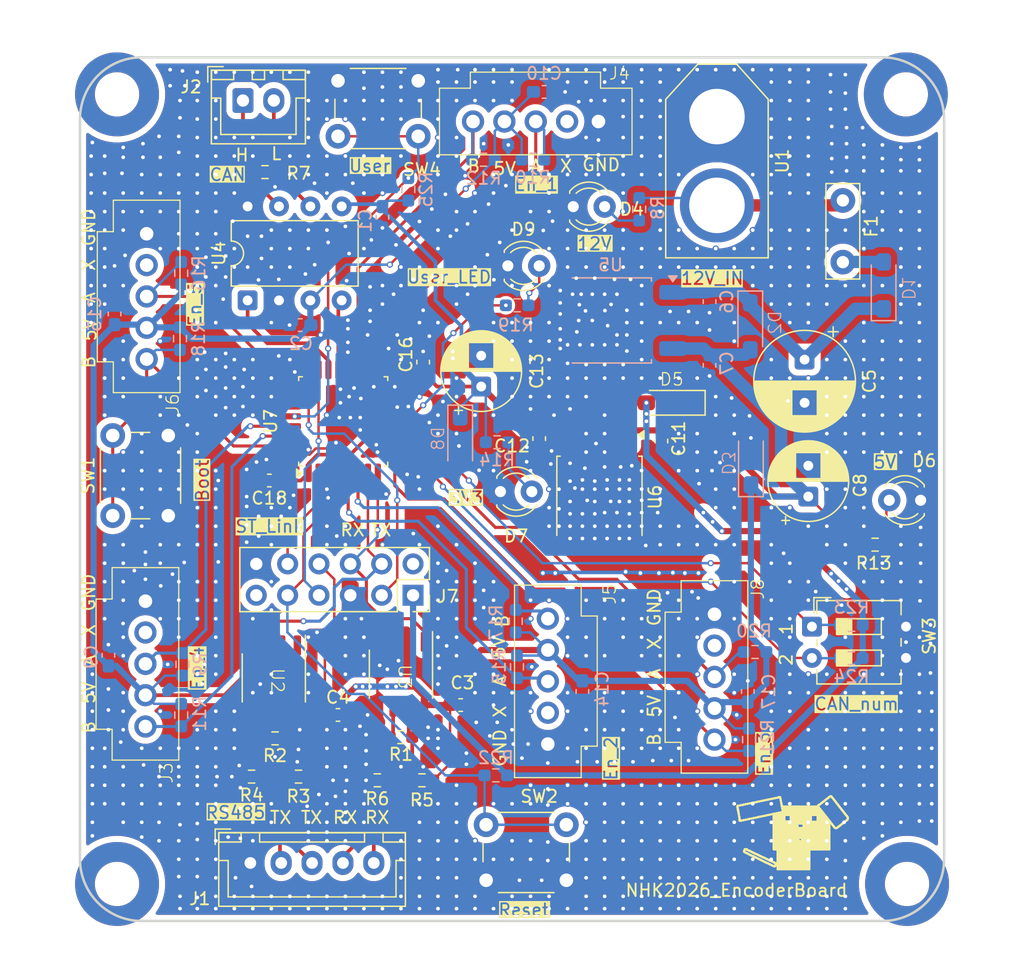
<source format=kicad_pcb>
(kicad_pcb (version 20241229) (generator "pcbnew") (generator_version "9.0")
  (layers (0 "F.Cu" signal) (2 "B.Cu" signal) (13 "F.Paste" user) (15 "B.Paste" user) (5 "F.SilkS" user "F.Silkscreen") (7 "B.SilkS" user "B.Silkscreen") (1 "F.Mask" user) (3 "B.Mask" user) (25 "Edge.Cuts" user))
  (net 0 "")
  (net 1 "GND")
  (net 2 "+3V3")
  (net 3 "+5V")
  (net 4 "Net-(D1-K)")
  (net 5 "Net-(D1-A)")
  (net 6 "Net-(D4-A)")
  (net 7 "Net-(D6-A)")
  (net 8 "Net-(D7-A)")
  (net 9 "Net-(D9-A)")
  (net 10 "+12V")
  (net 11 "Net-(J1-Pin_3)")
  (net 12 "Net-(J1-Pin_5)")
  (net 13 "Net-(J1-Pin_2)")
  (net 14 "Net-(J1-Pin_4)")
  (net 15 "Net-(J2-Pin_1)")
  (net 16 "Net-(J2-Pin_2)")
  (net 17 "En4_A")
  (net 19 "En4_B")
  (net 21 "En1_A")
  (net 22 "En1_B")
  (net 23 "En2_B")
  (net 24 "En2_A")
  (net 26 "En5_B")
  (net 28 "En5_A")
  (net 29 "unconnected-(J7-Pin_2-Pad2)")
  (net 30 "SWCLK")
  (net 31 "RESET")
  (net 32 "RS485_RX")
  (net 33 "RS485_TX")
  (net 34 "MCO_IN")
  (net 35 "SWDIO")
  (net 38 "En3_B")
  (net 39 "En3_A")
  (net 40 "User_LED")
  (net 41 "CAN_num1")
  (net 42 "CAN_num2")
  (net 43 "User_button")
  (net 46 "CAN_RD")
  (net 47 "CAN_TD")
  (footprint "mylib:Pocket_Header_ver" (layer "F.Cu") (at 119.4 76.92 -90)
    (property "Reference" "J6")
    (property "Value" "Conn_01x05_Socket_Encoder5")
  )
  (footprint "Resistor_SMD:R_0603_1608Metric_Pad0.98x0.95mm_HandSolder" (layer "F.Cu") (at 136.2 116.1)
    (property "Reference" "R5")
    (property "Value" "2.2k")
  )
  (footprint "Capacitor_THT:CP_Radial_D8.0mm_P3.50mm" (layer "F.Cu") (at 167.2 82 -90)
    (property "Reference" "C5")
    (property "Value" "35V 220u")
  )
  (footprint "Resistor_SMD:R_0603_1608Metric_Pad0.98x0.95mm_HandSolder" (layer "F.Cu") (at 122.4 115.8)
    (property "Reference" "R4")
    (property "Value" "2.2k")
  )
  (footprint "Package_TO_SOT_SMD:TO-252-2" (layer "F.Cu") (at 150.58 93.14 -90)
    (property "Reference" "U6")
    (property "Value" "BA033CC0FP")
  )
  (footprint "Package_QFP:LQFP-32_7x7mm_P0.8mm" (layer "F.Cu") (at 129.825 87 90)
    (property "Reference" "U7")
    (property "Value" "STM32G431KBTx")
  )
  (footprint "MountingHole:MountingHole_3.2mm_M3" (layer "F.Cu") (at 175.4 60.5)
    (property "Reference" "REF**" (hide yes))
    (property "Value" "MountingHole_3.2mm_M3" (hide yes))
  )
  (footprint "Resistor_SMD:R_0603_1608Metric_Pad0.98x0.95mm_HandSolder" (layer "F.Cu") (at 124.3 112.7)
    (property "Reference" "R2")
    (property "Value" "120")
  )
  (footprint "Button_Switch_THT:SW_DIP_SPSTx02_Slide_6.7x6.64mm_W7.62mm_P2.54mm_LowProfile" (layer "F.Cu") (at 167.795 103.6425)
    (property "Reference" "SW3")
    (property "Value" "SW_DIP_x02_CANnum")
  )
  (footprint "Capacitor_SMD:C_0603_1608Metric_Pad1.08x0.95mm_HandSolder" (layer "F.Cu") (at 136.3 82.2 90)
    (property "Reference" "C16")
    (property "Value" "0.1u")
  )
  (footprint "Connector_AMASS:AMASS_XT60-M_1x02_P7.20mm_Vertical" (layer "F.Cu") (at 160.1 62.3 -90)
    (property "Reference" "U1")
    (property "Value" "XT60_M")
  )
  (footprint "LED_THT:LED_D3.0mm" (layer "F.Cu") (at 176.6 93.4 180)
    (property "Reference" "D6")
    (property "Value" "LED")
  )
  (footprint "Capacitor_SMD:C_0603_1608Metric_Pad1.08x0.95mm_HandSolder" (layer "F.Cu") (at 129.4 110.8)
    (property "Reference" "C4")
    (property "Value" "0.1u")
  )
  (footprint "Button_Switch_THT:SW_PUSH_6mm_H4.3mm" (layer "F.Cu") (at 135.9 63.9 180)
    (property "Reference" "SW4")
    (property "Value" "SW_User")
  )
  (footprint "mylib:SOP-8" (layer "F.Cu") (at 134.3 107.7 -90)
    (property "Reference" "U3")
    (property "Value" "UTRS485G-S08-R")
  )
  (footprint "LED_THT:LED_D3.0mm" (layer "F.Cu") (at 143.16 74.4)
    (property "Reference" "D9")
    (property "Value" "LED")
  )
  (footprint "Capacitor_THT:C_Disc_D7.5mm_W2.5mm_P5.00mm" (layer "F.Cu") (at 170.3 69.1 -90)
    (property "Reference" "F1")
    (property "Value" "Polyfuse_MF-RX040" (hide yes))
  )
  (footprint "Button_Switch_THT:SW_PUSH_6mm_H4.3mm" (layer "F.Cu") (at 141.4 119.7)
    (property "Reference" "SW2")
    (property "Value" "SW_Reset")
  )
  (footprint "mylib:rogiken" (layer "F.Cu") (at 167 120.4)
    (property "Reference" "REF**" (hide yes))
    (property "Value" "rogiken")
  )
  (footprint "Capacitor_SMD:C_0603_1608Metric_Pad1.08x0.95mm_HandSolder" (layer "F.Cu") (at 139.3375 110)
    (property "Reference" "C3")
    (property "Value" "0.1u")
  )
  (footprint "Package_DIP:DIP-8_W7.62mm" (layer "F.Cu") (at 122.08 77.2 90)
    (property "Reference" "U4")
    (property "Value" "MCP2562-E-P")
  )
  (footprint "mylib:Pocket_Header_ver" (layer "F.Cu") (at 165.4 107.76 -90)
    (property "Reference" "J8")
    (property "Value" "Conn_01x05_Socket_Encoder3")
  )
  (footprint "MountingHole:MountingHole_3.2mm_M3" (layer "F.Cu") (at 111.5 124.5)
    (property "Reference" "REF**" (hide yes))
    (property "Value" "MountingHole_3.2mm_M3")
  )
  (footprint "LED_THT:LED_D3.0mm" (layer "F.Cu") (at 148.46 69.6)
    (property "Reference" "D4")
    (property "Value" "LED")
  )
  (footprint "Connector_PinSocket_2.54mm:PinSocket_2x06_P2.54mm_Vertical" (layer "F.Cu") (at 135.48 101.1 -90)
    (property "Reference" "J7")
    (property "Value" "ST-Link_pinsocket")
  )
  (footprint "mylib:SOD123" (layer "F.Cu") (at 156.4325 85.35 180)
    (property "Reference" "D5")
    (property "Value" "1N4148")
  )
  (footprint "Resistor_SMD:R_0603_1608Metric_Pad0.98x0.95mm_HandSolder" (layer "F.Cu") (at 132.5875 116.1)
    (property "Reference" "R6")
    (property "Value" "2.2k")
  )
  (footprint "Capacitor_SMD:C_0603_1608Metric_Pad1.08x0.95mm_HandSolder" (layer "F.Cu") (at 123.8375 91.8 180)
    (property "Reference" "C18")
    (property "Value" "0.1u")
  )
  (footprint "Capacitor_SMD:C_0603_1608Metric_Pad1.08x0.95mm_HandSolder" (layer "F.Cu") (at 145.7 88.4 -90)
    (property "Reference" "C12")
    (property "Value" "0.1u")
  )
  (footprint "Resistor_SMD:R_0603_1608Metric_Pad0.98x0.95mm_HandSolder" (layer "F.Cu") (at 172.9125 97)
    (property "Reference" "R13")
    (property "Value" "1k")
  )
  (footprint "Resistor_SMD:R_0603_1608Metric_Pad0.98x0.95mm_HandSolder" (layer "F.Cu") (at 123.4875 66.8)
    (property "Reference" "R7")
    (property "Value" "120")
  )
  (footprint "Resistor_SMD:R_0603_1608Metric_Pad0.98x0.95mm_HandSolder" (layer "F.Cu") (at 126.2 115.8)
    (property "Reference" "R3")
    (property "Value" "2.2k")
  )
  (footprint "Button_Switch_THT:SW_PUSH_6mm_H4.3mm" (layer "F.Cu") (at 111.15 94.65 90)
    (property "Reference" "SW1")
    (property "Value" "SW_Boot")
  )
  (footprint "Capacitor_THT:CP_Radial_D6.3mm_P2.50mm" (layer "F.Cu") (at 167.5 93.1 90)
    (property "Reference" "C8")
    (property "Value" "16V 220u")
  )
  (footprint "Capacitor_SMD:C_0603_1608Metric_Pad1.08x0.95mm_HandSolder" (layer "F.Cu") (at 155.6 88.6 -90)
    (property "Reference" "C11")
    (property "Value" "0.1u")
  )
  (footprint "MountingHole:MountingHole_3.2mm_M3" (layer "F.Cu") (at 111.5 60.5)
    (property "Reference" "REF**" (hide yes))
    (property "Value" "MountingHole_3.2mm_M3")
  )
  (footprint "MountingHole:MountingHole_3.2mm_M3" (layer "F.Cu") (at 175.5 124.5)
    (property "Reference" "REF**" (hide yes))
    (property "Value" "MountingHole_3.2mm_M3")
  )
  (footprint "Connector_JST:JST_XH_B5B-XH-A_1x05_P2.50mm_Vertical" (layer "F.Cu") (at 122.3 122.8)
    (property "Reference" "J1")
    (property "Value" "Conn_01x05_Socket_RS485")
  )
  (footprint "Resistor_SMD:R_0603_1608Metric_Pad0.98x0.95mm_HandSolder" (layer "F.Cu") (at 134.5 112.6)
    (property "Reference" "R1")
    (property "Value" "120")
  )
  (footprint "LED_THT:LED_D3.0mm" (layer "F.Cu") (at 142.56 92.7)
    (property "Reference" "D7")
    (property "Value" "LED")
  )
  (footprint "Connector_JST:JST_XH_B2B-XH-A_1x02_P2.50mm_Vertical" (layer "F.Cu") (at 121.7 61)
    (property "Reference" "J2")
    (property "Value" "CAN_OUT")
  )
  (footprint "mylib:Pocket_Header_ver" (layer "F.Cu") (at 119.3 106.7 -90)
    (property "Reference" "J3")
    (property "Value" "Conn_01x05_Socket_Encoder4")
  )
  (footprint "mylib:Pocket_Header_ver" (layer "F.Cu") (at 145.38 68.2 180)
    (property "Reference" "J4")
    (property "Value" "Conn_01x05_Socket_Encoder1")
  )
  (footprint "Capacitor_THT:CP_Radial_D6.3mm_P2.50mm" (layer "F.Cu") (at 141 84.18238 90)
    (property "Reference" "C13")
    (property "Value" "16V 100u")
  )
  (footprint "mylib:SOP-8" (layer "F.Cu") (at 124 108 -90)
    (property "Reference" "U2")
    (property "Value" "UTRS485G-S08-R")
  )
  (footprint "mylib:Pocket_Header_ver" (layer "F.Cu") (at 140.9 108.04 90)
    (property "Reference" "J5")
    (property "Value" "Conn_01x05_Socket_Encoder2")
  )
  (footprint "Resistor_SMD:R_0603_1608Metric_Pad0.98x0.95mm_HandSolder" (layer "B.Cu") (at 153.8 69.8125 -90)
    (property "Reference" "R8")
    (property "Value" "10k")
  )
  (footprint "mylib:SOD123" (layer "B.Cu") (at 162.95 79.15 -90)
    (property "Reference" "D2")
    (property "Value" "1N4148")
  )
  (footprint "Resistor_SMD:R_0603_1608Metric_Pad0.98x0.95mm_HandSolder" (layer "B.Cu") (at 162.7 112.8 -90)
    (property "Reference" "R21")
    (property "Value" "4.7k")
  )
  (footprint "Capacitor_SMD:C_0603_1608Metric_Pad1.08x0.95mm_HandSolder" (layer "B.Cu") (at 159.5 82.4625 -90)
    (property "Reference" "C7")
    (property "Value" "0.1u")
  )
  (footprint "mylib:SOD123" (layer "B.Cu") (at 139.45 88.4 -90)
    (property "Reference" "D8")
    (property "Value" "1N4148")
  )
  (footprint "mylib:SOD123" (layer "B.Cu") (at 173.45 76.1325 90)
    (property "Reference" "D1")
    (property "Value" "RB168MM100TR")
  )
  (footprint "mylib:SOD123" (layer "B.Cu") (at 162.7 90.4 90)
    (property "Reference" "D3")
    (property "Value" "1N4148")
  )
  (footprint "Resistor_SMD:R_0603_1608Metric_Pad0.98x0.95mm_HandSolder" (layer "B.Cu") (at 116.6 80.3 -90)
    (property "Reference" "R18")
    (property "Value" "4.7k")
  )
  (footprint "Capacitor_SMD:C_0603_1608Metric_Pad1.08x0.95mm_HandSolder" (layer "B.Cu") (at 126.3375 79.2 180)
    (property "Reference" "C2")
    (property "Value" "0.1u")
  )
  (footprint "Capacitor_SMD:C_0603_1608Metric_Pad1.08x0.95mm_HandSolder" (layer "B.Cu") (at 146.0975 60.3)
    (property "Reference" "C10")
    (property "Value" "0.1u")
  )
  (footprint "Capacitor_SMD:C_0603_1608Metric_Pad1.08x0.95mm_HandSolder" (layer "B.Cu") (at 110.8 105.965 90)
    (property "Reference" "C9")
    (property "Value" "0.1u")
  )
  (footprint "Resistor_SMD:R_0603_1608Metric_Pad0.98x0.95mm_HandSolder" (layer "B.Cu") (at 142.1875 115.7 180)
    (property "Reference" "R22")
    (property "Value" "10k")
  )
  (footprint "Resistor_SMD:R_0603_1608Metric_Pad0.98x0.95mm_HandSolder" (layer "B.Cu") (at 143.8 103.2 90)
    (property "Reference" "R17")
    (property "Value" "4.7k")
  )
  (footprint "Capacitor_SMD:C_0603_1608Metric_Pad1.08x0.95mm_HandSolder" (layer "B.Cu") (at 133 70.4625 -90)
    (property "Reference" "C1")
    (property "Value" "0.1u")
  )
  (footprint "Resistor_SMD:R_0603_1608Metric_Pad0.98x0.95mm_HandSolder" (layer "B.Cu") (at 135.1 68.2 90)
    (property "Reference" "R25")
    (property "Value" "10k")
  )
  (footprint "Resistor_SMD:R_0603_1608Metric_Pad0.98x0.95mm_HandSolder" (layer "B.Cu") (at 163.1875 105.7 180)
    (property "Reference" "R20")
    (property "Value" "4.7k")
  )
  (footprint "Resistor_SMD:R_0603_1608Metric_Pad0.98x0.95mm_HandSolder" (layer "B.Cu") (at 145.1875 65.8)
    (property "Reference" "R10")
    (property "Value" "4.7k")
  )
  (footprint "Capacitor_SMD:C_0603_1608Metric_Pad1.08x0.95mm_HandSolder" (layer "B.Cu") (at 111.3 78.3 90)
    (property "Reference" "C15")
    (property "Value" "0.1u")
  )
  (footprint "Resistor_SMD:R_0603_1608Metric_Pad0.98x0.95mm_HandSolder" (layer "B.Cu") (at 171 103.5 180)
    (property "Reference" "R23")
    (property "Value" "10k")
  )
  (footprint "Capacitor_SMD:C_0603_1608Metric_Pad1.08x0.95mm_HandSolder" (layer "B.Cu") (at 162.6 108.9 90)
    (property "Reference" "C17")
    (property "Value" "0.1u")
  )
  (footprint "Capacitor_SMD:C_0603_1608Metric_Pad1.08x0.95mm_HandSolder" (layer "B.Cu") (at 159.5 77.3 -90)
    (property "Reference" "C6")
    (property "Value" "0.1u")
  )
  (footprint "Package_TO_SOT_SMD:TO-252-2" (layer "B.Cu") (at 151.485 78.825 180)
    (property "Reference" "U5")
    (property "Value" "BA05CC0FP")
  )
  (footprint "Resistor_SMD:R_0603_1608Metric_Pad0.98x0.95mm_HandSolder" (layer "B.Cu") (at 143.9 106.9 -90)
    (property "Reference" "R15")
    (property "Value" "4.7k")
  )
  (footprint "Resistor_SMD:R_0603_1608Metric_Pad0.98x0.95mm_HandSolder" (layer "B.Cu") (at 116.7 110.8125 -90)
    (property "Reference" "R11")
    (property "Value" "4.7k")
  )
  (footprint "Capacitor_SMD:C_0603_1608Metric_Pad1.08x0.95mm_HandSolder" (layer "B.Cu") (at 149.2 108.9 -90)
    (property "Reference" "C14")
    (property "Value" "0.1u")
  )
  (footprint "Resistor_SMD:R_0603_1608Metric_Pad0.98x0.95mm_HandSolder" (layer "B.Cu") (at 170.9875 106.2 180)
    (property "Reference" "R24")
    (property "Value" "10k")
  )
  (footprint "Resistor_SMD:R_0603_1608Metric_Pad0.98x0.95mm_HandSolder" (layer "B.Cu") (at 116.7 75 90)
    (property "Reference" "R16")
    (property "Value" "4.7k")
  )
  (footprint "Resistor_SMD:R_0603_1608Metric_Pad0.98x0.95mm_HandSolder" (layer "B.Cu") (at 141.1875 65.8 180)
    (property "Reference" "R12")
    (property "Value" "4.7k")
  )
  (footprint "Resistor_SMD:R_0603_1608Metric_Pad0.98x0.95mm_HandSolder" (layer "B.Cu") (at 116.8 106.7 90)
    (property "Reference" "R9")
    (property "Value" "4.7k")
  )
  (footprint "Resistor_SMD:R_0603_1608Metric_Pad0.98x0.95mm_HandSolder" (layer "B.Cu") (at 143.9125 77.6)
    (property "Reference" "R19")
    (property "Value" "1k")
  )
  (footprint "Resistor_SMD:R_0603_1608Metric_Pad0.98x0.95mm_HandSolder" (layer "B.Cu") (at 142.2875 88.7)
    (property "Reference" "R14")
    (property "Value" "1k")
  )
  (gr_circle (center 175.5 124.5) (end 175.5 127.1) (stroke (width 1.6)) (fill no) (layer "F.Cu"))
  (gr_circle (center 175.4 60.5) (end 175.4 63.1) (stroke (width 1.6)) (fill no) (layer "F.Cu"))
  (gr_circle (center 111.5 124.5) (end 111.5 127.1) (stroke (width 1.6)) (fill no) (layer "F.Cu"))
  (gr_circle (center 111.5 60.5) (end 111.5 63.1) (stroke (width 1.6)) (fill no) (layer "F.Cu"))
  (gr_circle (center 111.5 124.5) (end 111.5 127.1) (stroke (width 1.6)) (fill no) (layer "B.Cu"))
  (gr_circle (center 175.4 60.5) (end 175.4 63.1) (stroke (width 1.6)) (fill no) (layer "B.Cu"))
  (gr_circle (center 175.5 124.5) (end 175.5 127.1) (stroke (width 1.6)) (fill no) (layer "B.Cu"))
  (gr_circle (center 111.5 60.5) (end 111.5 63.1) (stroke (width 1.6)) (fill no) (layer "B.Cu"))
  (gr_line (start 178.503998 62.5) (end 178.503998 122.5) (stroke (width 0.2)) (layer "Edge.Cuts"))
  (gr_line (start 113.5 57.5) (end 173.5 57.5) (stroke (width 0.2)) (layer "Edge.Cuts"))
  (gr_arc (start 173.5 57.5) (mid 177.035534 58.964466) (end 178.5 62.5) (stroke (width 0.2)) (layer "Edge.Cuts"))
  (gr_line (start 108.5 62.5) (end 108.5 122.5) (stroke (width 0.2)) (layer "Edge.Cuts"))
  (gr_arc (start 113.5 127.5) (mid 109.964466 126.035534) (end 108.5 122.5) (stroke (width 0.2)) (layer "Edge.Cuts"))
  (gr_arc (start 108.5 62.5) (mid 109.964466 58.964466) (end 113.5 57.5) (stroke (width 0.2)) (layer "Edge.Cuts"))
  (gr_arc (start 178.5 122.5) (mid 177.035534 126.035534) (end 173.5 127.5) (stroke (width 0.2)) (layer "Edge.Cuts"))
  (gr_line (start 173.5 127.5) (end 113.5 127.5) (stroke (width 0.2)) (layer "Edge.Cuts"))
  (gr_text "A" (at 143.1 108.6 90) (layer "F.SilkS") (effects (font (size 1 1)) (justify left bottom)))
  (gr_text "CAN" (at 118.9 67.6 0) (layer "F.SilkS" knockout) (effects (font (size 1 1)) (justify left bottom)))
  (gr_text "GND" (at 155.6 103.7 90) (layer "F.SilkS") (effects (font (size 1 1)) (justify left bottom)))
  (gr_text "1" (at 166.3 104.4 90) (layer "F.SilkS") (effects (font (size 1 1)) (justify left bottom)))
  (gr_text "TX" (at 131.9 96.4 0) (layer "F.SilkS") (effects (font (size 1 1)) (justify left bottom)))
  (gr_text "ST_Link" (at 121 96.1 0) (layer "F.SilkS" knockout) (effects (font (size 1 1)) (justify left bottom)))
  (gr_text "B" (at 155.6 113.4 90) (layer "F.SilkS") (effects (font (size 1 1)) (justify left bottom)))
  (gr_text "Boot" (at 119 93.6 90) (layer "F.SilkS" knockout) (effects (font (size 1 1)) (justify left bottom)))
  (gr_text "GND" (at 109.8 72.9 90) (layer "F.SilkS") (effects (font (size 1 1)) (justify left bottom)))
  (gr_text "TX" (at 126.3 119.7 0) (layer "F.SilkS") (effects (font (size 1 1)) (justify left bottom)))
  (gr_text "TX" (at 123.8 119.7 0) (layer "F.SilkS") (effects (font (size 1 1)) (justify left bottom)))
  (gr_text "5V" (at 141.9 67.1 0) (layer "F.SilkS") (effects (font (size 1 1)) (justify left bottom)))
  (gr_text "RS485" (at 118.6 119.3 0) (layer "F.SilkS" knockout) (effects (font (size 1 1)) (justify left bottom)))
  (gr_text "GND" (at 143.1 115.1 90) (layer "F.SilkS") (effects (font (size 1 1)) (justify left bottom)))
  (gr_text "RX" (at 129.5 96.4 0) (layer "F.SilkS") (effects (font (size 1 1)) (justify left bottom)))
  (gr_text "5V" (at 109.8 110 90) (layer "F.SilkS") (effects (font (size 1 1)) (justify left bottom)))
  (gr_text "User_LED" (at 134.9 75.9 0) (layer "F.SilkS" knockout) (effects (font (size 1 1)) (justify left bottom)))
  (gr_text "En_4" (at 118.6 108.9 90) (layer "F.SilkS" knockout) (effects (font (size 1 1)) (justify left bottom)))
  (gr_text "12V" (at 148.7 73.2 0) (layer "F.SilkS" knockout) (effects (font (size 1 1)) (justify left bottom)))
  (gr_text "A" (at 109.8 106.9 90) (layer "F.SilkS") (effects (font (size 1 1)) (justify left bottom)))
  (gr_text "RX" (at 128.9 119.7 0) (layer "F.SilkS") (effects (font (size 1 1)) (justify left bottom)))
  (gr_text "GND" (at 149.1 66.8 0) (layer "F.SilkS") (effects (font (size 1 1)) (justify left bottom)))
  (gr_text "5V" (at 172.7 90.9 0) (layer "F.SilkS" knockout) (effects (font (size 1 1)) (justify left bottom)))
  (gr_text "5V" (at 143 106.3 90) (layer "F.SilkS") (effects (font (size 1 1)) (justify left bottom)))
  (gr_text "En_5" (at 118.4 79.4 90) (layer "F.SilkS" knockout) (effects (font (size 1 1)) (justify left bottom)))
  (gr_text "En_1" (at 143.6 68.4 0) (layer "F.SilkS" knockout) (effects (font (size 1 1)) (justify left bottom)))
  (gr_text "2" (at 166.3 106.9 90) (layer "F.SilkS") (effects (font (size 1 1)) (justify left bottom)))
  (gr_text "A" (at 109.8 77.5 90) (layer "F.SilkS") (effects (font (size 1 1)) (justify left bottom)))
  (gr_text "X" (at 147.3 66.9 0) (layer "F.SilkS") (effects (font (size 1 1)) (justify left bottom)))
  (gr_text "X" (at 155.6 105.6 90) (layer "F.SilkS") (effects (font (size 1 1)) (justify left bottom)))
  (gr_text "A" (at 155.6 108 90) (layer "F.SilkS") (effects (font (size 1 1)) (justify left bottom)))
  (gr_text "En_2" (at 152.1 116.2 90) (layer "F.SilkS" knockout) (effects (font (size 1 1)) (justify left bottom)))
  (gr_text "3V3" (at 138.3 93.8 0) (layer "F.SilkS" knockout) (effects (font (size 1 1)) (justify left bottom)))
  (gr_text "X" (at 109.8 74.9 90) (layer "F.SilkS") (effects (font (size 1 1)) (justify left bottom)))
  (gr_text "Reset" (at 142.3 127.2 0) (layer "F.SilkS" knockout) (effects (font (size 1 1)) (justify left bottom)))
  (gr_text "GND" (at 109.8 102.5 90) (layer "F.SilkS") (effects (font (size 1 1)) (justify left bottom)))
  (gr_text "H" (at 121 66 0) (layer "F.SilkS") (effects (font (size 1 1)) (justify left bottom)))
  (gr_text "L" (at 123.9 65.9 0) (layer "F.SilkS") (effects (font (size 1 1)) (justify left bottom)))
  (gr_text "B" (at 143.3 103.8 90) (layer "F.SilkS") (effects (font (size 1 1)) (justify left bottom)))
  (gr_text "B" (at 109.8 82.8 90) (layer "F.SilkS") (effects (font (size 1 1)) (justify left bottom)))
  (gr_text "A" (at 144.9 66.9 0) (layer "F.SilkS") (effects (font (size 1 1)) (justify left bottom)))
  (gr_text "5V" (at 155.6 111.1 90) (layer "F.SilkS") (effects (font (size 1 1)) (justify left bottom)))
  (gr_text "User" (at 130.2 66.9 0) (layer "F.SilkS" knockout) (effects (font (size 1 1)) (justify left bottom)))
  (gr_text "RX" (at 131.5 119.7 0) (layer "F.SilkS") (effects (font (size 1 1)) (justify left bottom)))
  (gr_text "B" (at 139.8 66.9 0) (layer "F.SilkS") (effects (font (size 1 1)) (justify left bottom)))
  (gr_text "X" (at 109.8 104.5 90) (layer "F.SilkS") (effects (font (size 1 1)) (justify left bottom)))
  (gr_text "CAN_num" (at 167.9 110.5 0) (layer "F.SilkS" knockout) (effects (font (size 1 1)) (justify left bottom)))
  (gr_text "B" (at 109.8 112.4 90) (layer "F.SilkS") (effects (font (size 1 1)) (justify left bottom)))
  (gr_text "X" (at 143.1 111.1 90) (layer "F.SilkS") (effects (font (size 1 1)) (justify left bottom)))
  (gr_text "En_3" (at 164.5 115.8 90) (layer "F.SilkS" knockout) (effects (font (size 1 1)) (justify left bottom)))
  (gr_text "NHK2026_EncoderBoard" (at 152.6 125.6 0) (layer "F.SilkS") (effects (font (size 1 1)) (justify left bottom)))
  (gr_text "12V_IN" (at 157.1 76 0) (layer "F.SilkS" knockout) (effects (font (size 1 1)) (justify left bottom)))
  (gr_text "5V" (at 109.9 80.6 90) (layer "F.SilkS") (effects (font (size 1 1)) (justify left bottom)))
  (segment (start 131.92 110.8) (end 131.8 110.8) (width 0.2) (layer "F.Cu") (net 1))
  (segment (start 132.2 84.2) (end 131.25 85.15) (width 0.2) (layer "F.Cu") (net 1))
  (segment (start 124.975 89.8) (end 122.975 91.8) (width 0.2) (layer "F.Cu") (net 1))
  (segment (start 151.66 94.4) (end 150.58 94.4) (width 0.2) (layer "F.Cu") (net 1))
  (segment (start 160.1 62.3) (end 155.5 62.3) (width 0.2) (layer "F.Cu") (net 1))
  (segment (start 145.7 89.2625) (end 145.7 89.52) (width 0.2) (layer "F.Cu") (net 1))
  (segment (start 135.135 104.875) (end 135.135 105.935) (width 0.2) (layer "F.Cu") (net 1))
  (segment (start 145.7 89.52) (end 146.64 90.46) (width 0.2) (layer "F.Cu") (net 1))
  (segment (start 151.49 93.49) (end 150.58 94.4) (width 0.2) (layer "F.Cu") (net 1))
  (segment (start 132.595 110.125) (end 131.92 110.8) (width 0.2) (layer "F.Cu") (net 1))
  (segment (start 116.98 98.4) (end 116.94 98.44) (width 0.2) (layer "F.Cu") (net 1))
  (segment (start 116.94 98.44) (end 115.99 99.39) (width 0.2) (layer "F.Cu") (net 1))
  (segment (start 119.7 91.8) (end 118.5 91.8) (width 0.2) (layer "F.Cu") (net 1))
  (segment (start 142.56 92.4025) (end 144.68125 90.28125) (width 0.2) (layer "F.Cu") (net 1))
  (segment (start 146.4 122.6) (end 146.4 122.7) (width 0.2) (layer "F.Cu") (net 1))
  (segment (start 145.9 124.2) (end 144.1 124.2) (width 0.2) (layer "F.Cu") (net 1))
  (segment (start 140.65512 81.3375) (end 141 81.68238) (width 0.2) (layer "F.Cu") (net 1))
  (segment (start 132.3 84.2) (end 132.2 84.2) (width 0.2) (layer "F.Cu") (net 1))
  (segment (start 159.5 79.6) (end 159.5 83.325) (width 0.2) (layer "F.Cu") (net 1))
  (segment (start 162.6 105.34) (end 162.6 108.0375) (width 0.2) (layer "F.Cu") (net 1))
  (segment (start 133.865 105.699999) (end 132.782499 106.782499) (width 0.2) (layer "F.Cu") (net 1))
  (segment (start 128 80) (end 126.275 80) (width 0.2) (layer "F.Cu") (net 1))
  (segment (start 132.595 106.969999) (end 132.595 110.125) (width 0.2) (layer "F.Cu") (net 1))
  (segment (start 159.5 78.2) (end 159.5 79.6) (width 0.2) (layer "F.Cu") (net 1))
  (segment (start 127.1 89.7) (end 125.75 89.7) (width 0.2) (layer "F.Cu") (net 1))
  (segment (start 114.9 115.8) (end 114.601 115.8) (width 0.2) (layer "F.Cu") (net 1))
  (segment (start 146.4 116.8) (end 146.4 118.1) (width 0.2) (layer "F.Cu") (net 1))
  (segment (start 125.75 89.7) (end 125.65 89.8) (width 0.2) (layer "F.Cu") (net 1))
  (segment (start 148.59 92.41) (end 149.59 93.41) (width 0.2) (layer "F.Cu") (net 1))
  (segment (start 154 94.4) (end 155.3 94.4) (width 0.2) (layer "F.Cu") (net 1))
  (segment (start 146.4 114.7) (end 146.4 116.8) (width 0.2) (layer "F.Cu") (net 1))
  (segment (start 149.59 93.41) (end 150.58 94.4) (width 0.2) (layer "F.Cu") (net 1))
  (segment (start 130.4 87.574944) (end 129.237472 88.737472) (width 0.2) (layer "F.Cu") (net 1))
  (segment (start 146.4 113.16) (end 143.24 110) (width 0.2) (layer "F.Cu") (net 1))
  (segment (start 136.3 81.3375) (end 136.4 81.3375) (width 0.2) (layer "F.Cu") (net 1))
  (segment (start 122.78 98.56) (end 122.62 98.4) (width 0.2) (layer "F.Cu") (net 1))
  (segment (start 158.58 101.32) (end 158.08 100.82) (width 0.2) (layer "F.Cu") (net 1))
  (segment (start 131.675 114.8) (end 131.675 113.7) (width 0.2) (layer "F.Cu") (net 1))
  (segment (start 115.04 100.34) (end 113.8 101.58) (width 0.2) (layer "F.Cu") (net 1))
  (segment (start 129.237472 88.737472) (end 128.774944 89.2) (width 0.2) (layer "F.Cu") (net 1))
  (segment (start 121.4875 118.4) (end 121.4875 120.8) (width 0.2) (layer "F.Cu") (net 1))
  (segment (start 121.4875 121.9875) (end 122.3 122.8) (width 0.2) (layer "F.Cu") (net 1))
  (segment (start 146.64 90.46) (end 148.59 92.41) (width 0.2) (layer "F.Cu") (net 1))
  (segment (start 131.675 112.2125) (end 131.18125 111.71875) (width 0.2) (layer "F.Cu") (net 1))
  (segment (start 159.9 102.64) (end 158.58 101.32) (width 0.2) (layer "F.Cu") (net 1))
  (segment (start 132.782499 106.782499) (end 132.595 106.969999) (width 0.2) (layer "F.Cu") (net 1))
  (segment (start 134.15 85.8) (end 134.2 85.85) (width 0.2) (layer "F.Cu") (net 1))
  (segment (start 114.601 115.8) (end 113.6505 114.8495) (width 0.2) (layer "F.Cu") (net 1))
  (segment (start 158.65 92.05) (end 159.7 91) (width 0.2) (layer "F.Cu") (net 1))
  (segment (start 121.4875 115.8) (end 120.8 115.8) (width 0.2) (layer "F.Cu") (net 1))
  (segment (start 121.4875 115.8) (end 121.4875 116.7) (width 0.2) (layer "F.Cu") (net 1))
  (segment (start 143.24 110) (end 142 110) (width 0.2) (layer "F.Cu") (net 1))
  (segment (start 135.135 105.935) (end 137.5 108.3) (width 0.2) (layer "F.Cu") (net 1))
  (segment (start 130.4 86) (end 130.4 86.7) (width 0.2) (layer "F.Cu") (net 1))
  (segment (start 120.8 115.8) (end 119.6 115.8) (width 0.2) (layer "F.Cu") (net 1))
  (segment (start 122.975 94.7) (end 122.975 96.3) (width 0.2) (layer "F.Cu") (net 1))
  (segment (start 167.2 85.5) (end 166.601 84.901) (width 0.2) (layer "F.Cu") (net 1))
  (segment (start 146.4 121.1) (end 146.4 122.6) (width 0.2) (layer "F.Cu") (net 1))
  (segment (start 122.62 98.4) (end 119.7 98.4) (width 0.2) (layer "F.Cu") (net 1))
  (segment (start 131.25 85.15) (end 130.4 86) (width 0.2) (layer "F.Cu") (net 1))
  (segment (start 131.8 110.8) (end 130.2625 110.8) (width 0.2) (layer "F.Cu") (net 1))
  (segment (start 136.3 81.3375) (end 138.7 81.3375) (width 0.2) (layer "F.Cu") (net 1))
  (segment (start 146.4 113.16) (end 146.4 114.7) (width 0.2) (layer "F.Cu") (net 1))
  (segment (start 146.4 122.7) (end 147.9 124.2) (width 0.2) (layer "F.Cu") (net 1))
  (segment (start 116.5 115.8) (end 114.9 115.8) (width 0.2) (layer "F.Cu") (net 1))
  (segment (start 155.5 62.3) (end 154 62.3) (width 0.2) (layer "F.Cu") (net 1))
  (segment (start 133.865 104.875) (end 135.135 104.875) (width 0.2) (layer "F.Cu") (net 1))
  (segment (start 156.3 94.4) (end 158.65 92.05) (width 0.2) (layer "F.Cu") (net 1))
  (segment (start 166.601 84.901) (end 166.299 84.901) (width 0.2) (layer "F.Cu") (net 1))
  (segment (start 152 94.4) (end 154 94.4) (width 0.2) (layer "F.Cu") (net 1))
  (segment (start 111.8005 112.9995) (end 110.8 111.999) (width 0.2) (layer "F.Cu") (net 1))
  (segment (start 142 110) (end 140.2 110) (width 0.2) (layer "F.Cu") (net 1))
  (segment (start 159.9 102.64) (end 162.6 105.34) (width 0.2) (layer "F.Cu") (net 1))
  (segment (start 150.58 94.4) (end 151 94.4) (width 0.2) (layer "F.Cu") (net 1))
  (segment (start 119.6 115.8) (end 118 115.8) (width 0.2) (layer "F.Cu") (net 1))
  (segment (start 154.33 97.07) (end 151.66 94.4) (width 0.2) (layer "F.Cu") (net 1))
  (segment (start 131.675 112.4) (end 131.675 112.2125) (width 0.2) (layer "F.Cu") (net 1))
  (segment (start 155.3 94.4) (end 156.3 94.4) (width 0.2) (layer "F.Cu") (net 1))
  (segment (start 151 94.4) (end 152 94.4) (width 0.2) (layer "F.Cu") (net 1))
  (segment (start 119.7 98.4) (end 116.98 98.4) (width 0.2) (layer "F.Cu") (net 1))
  (segment (start 130.4 86.7) (end 130.4 87.574944) (width 0.2) (layer "F.Cu") (net 1))
  (segment (start 127.6 89.2) (end 127.1 89.7) (width 0.2) (layer "F.Cu") (net 1))
  (segment (start 122.295 110.425) (end 122.295 114.9925) (width 0.2) (layer "F.Cu") (net 1))
  (segment (start 131.18125 111.71875) (end 130.2625 110.8) (width 0.2) (layer "F.Cu") (net 1))
  (segment (start 125.65 89.8) (end 124.975 89.8) (width 0.2) (layer "F.Cu") (net 1))
  (segment (start 113.6505 114.8495) (end 111.8005 112.9995) (width 0.2) (layer "F.Cu") (net 1))
  (segment (start 110.8 110.4) (end 110.8 108.7) (width 0.2) (layer "F.Cu") (net 1))
  (segment (start 118 115.8) (end 116.5 115.8) (width 0.2) (layer "F.Cu") (net 1))
  (segment (start 122.975 91.8) (end 119.7 91.8) (width 0.2) (layer "F.Cu") (net 1))
  (segment (start 115.99 99.39) (end 115.04 100.34) (width 0.2) (layer "F.Cu") (net 1))
  (segment (start 144.68125 90.28125) (end 145.7 89.2625) (width 0.2) (layer "F.Cu") (net 1))
  (segment (start 154 62.3) (end 152.5 62.3) (width 0.2) (layer "F.Cu") (net 1))
  (segment (start 134 84.2) (end 132.3 84.2) (width 0.2) (layer "F.Cu") (net 1))
  (segment (start 122.295 114.9925) (end 121.4875 115.8) (width 0.2) (layer "F.Cu") (net 1))
  (segment (start 158.08 100.82) (end 156.53 99.27) (width 0.2) (layer "F.Cu") (net 1))
  (segment (start 122.975 98.365) (end 122.78 98.56) (width 0.2) (layer "F.Cu") (net 1))
  (segment (start 121.4875 120.8) (end 121.4875 121.9875) (width 0.2) (layer "F.Cu") (net 1))
  (segment (start 152.5 62.3) (end 150.9 62.3) (width 0.2) (layer "F.Cu") (net 1))
  (segment (start 138.7 81.3375) (end 140.65512 81.3375) (width 0.2) (layer "F.Cu") (net 1))
  (segment (start 133.865 104.875) (end 133.865 104.565) (width 0.2) (layer "F.Cu") (net 1))
  (segment (start 122.975 91.8) (end 122.975 94.7) (width 0.2) (layer "F.Cu") (net 1))
  (segment (start 122.975 96.3) (end 122.975 98.365) (width 0.2) (layer "F.Cu") (net 1))
  (segment (start 165.85 85.35) (end 162.85 88.35) (width 0.2) (layer "F.Cu") (net 1))
  (segment (start 155.5175 89.4625) (end 153.99 90.99) (width 0.2) (layer "F.Cu") (net 1))
  (segment (start 150.9 62.3) (end 150.5 62.7) (width 0.2) (layer "F.Cu") (net 1))
  (segment (start 133.865 104.565) (end 130.4 101.1) (width 0.2) (layer "F.Cu") (net 1))
  (segment (start 166.299 84.901) (end 165.85 85.35) (width 0.2) (layer "F.Cu") (net 1))
  (segment (start 134 85.8) (end 134.15 85.8) (width 0.2) (layer "F.Cu") (net 1))
  (segment (start 131.675 113.7) (end 131.675 112.4) (width 0.2) (layer "F.Cu") (net 1))
  (segment (start 110.8 111.999) (end 110.8 110.4) (width 0.2) (layer "F.Cu") (net 1))
  (segment (start 126.275 80) (end 125.475 79.2) (width 0.2) (layer "F.Cu") (net 1))
  (segment (start 156.53 99.27) (end 154.33 97.07) (width 0.2) (layer "F.Cu") (net 1))
  (segment (start 147.9 124.2) (end 145.9 124.2) (width 0.2) (layer "F.Cu") (net 1))
  (segment (start 118.5 91.8) (end 115.65 94.65) (width 0.2) (layer "F.Cu") (net 1))
  (segment (start 142.56 92.7) (end 142.56 92.4025) (width 0.2) (layer "F.Cu") (net 1))
  (segment (start 131.675 116.1) (end 131.675 114.8) (width 0.2) (layer "F.Cu") (net 1))
  (segment (start 128.774944 89.2) (end 127.6 89.2) (width 0.2) (layer "F.Cu") (net 1))
  (segment (start 121.4875 116.7) (end 121.4875 118.4) (width 0.2) (layer "F.Cu") (net 1))
  (segment (start 146.4 118.1) (end 146.4 121.1) (width 0.2) (layer "F.Cu") (net 1))
  (segment (start 153.99 90.99) (end 151.49 93.49) (width 0.2) (layer "F.Cu") (net 1))
  (segment (start 155.6 89.4625) (end 155.5175 89.4625) (width 0.2) (layer "F.Cu") (net 1))
  (segment (start 110.8 108.7) (end 110.8 105.1025) (width 0.2) (layer "F.Cu") (net 1))
  (segment (start 133.865 104.875) (end 133.865 105.699999) (width 0.2) (layer "F.Cu") (net 1))
  (segment (start 144.1 124.2) (end 141.4 124.2) (width 0.2) (layer "F.Cu") (net 1))
  (via (at 161.2875 85.1125) (size 0.5) (drill 0.3) (layers "F.Cu" "B.Cu") (net 1))
  (via (at 110.8 105.1025) (size 0.5) (drill 0.3) (layers "F.Cu" "B.Cu") (net 1))
  (via (at 137.5 58.5) (size 0.5) (drill 0.3) (layers "F.Cu" "B.Cu") (net 1))
  (via (at 131.5 65.5) (size 0.5) (drill 0.3) (layers "F.Cu" "B.Cu") (net 1))
  (via (at 133 67) (size 0.5) (drill 0.3) (layers "F.Cu" "B.Cu") (net 1))
  (via (at 157 126.5) (size 0.5) (drill 0.3) (layers "F.Cu" "B.Cu") (net 1))
  (via (at 141.6 69.4) (size 0.5) (drill 0.3) (layers "F.Cu" "B.Cu") (net 1))
  (via (at 159.5 79.6) (size 0.5) (drill 0.3) (layers "F.Cu" "B.Cu") (net 1))
  (via (at 140.5 101.5) (size 0.5) (drill 0.3) (layers "F.Cu" "B.Cu") (net 1))
  (via (at 149 80.8) (size 0.5) (drill 0.3) (layers "F.Cu" "B.Cu") (net 1))
  (via (at 113.8 97.6) (size 0.5) (drill 0.3) (layers "F.Cu" "B.Cu") (net 1))
  (via (at 170.5 113.5) (size 0.5) (drill 0.3) (layers "F.Cu" "B.Cu") (net 1))
  (via (at 139 85) (size 0.5) (drill 0.3) (layers "F.Cu" "B.Cu") (net 1))
  (via (at 124 95.5) (size 0.5) (drill 0.3) (layers "F.Cu" "B.Cu") (net 1))
  (via (at 128.5 62.5) (size 0.5) (drill 0.3) (layers "F.Cu" "B.Cu") (net 1))
  (via (at 119.5 122.5) (size 0.5) (drill 0.3) (layers "F.Cu" "B.Cu") (net 1))
  (via (at 124 94) (size 0.5) (drill 0.3) (layers "F.Cu" "B.Cu") (net 1))
  (via (at 133 65.5) (size 0.5) (drill 0.3) (layers "F.Cu" "B.Cu") (net 1))
  (via (at 118 79) (size 0.5) (drill 0.3) (layers "F.Cu" "B.Cu") (net 1))
  (via (at 164.5 109) (size 0.5) (drill 0.3) (layers "F.Cu" "B.Cu") (net 1))
  (via (at 143.5 61) (size 0.5) (drill 0.3) (layers "F.Cu" "B.Cu") (net 1))
  (via (at 148 71.5) (size 0.5) (drill 0.3) (layers "F.Cu" "B.Cu") (net 1))
  (via (at 169 83.5) (size 0.5) (drill 0.3) (layers "F.Cu" "B.Cu") (net 1))
  (via (at 158.58 101.32) (size 0.5) (drill 0.3) (layers "F.Cu" "B.Cu") (net 1))
  (via (at 125.5 125.5) (size 0.5) (drill 0.3) (layers "F.Cu" "B.Cu") (net 1))
  (via (at 118 112) (size 0.5) (drill 0.3) (layers "F.Cu" "B.Cu") (net 1))
  (via (at 173.5 65.7) (size 0.5) (drill 0.3) (layers "F.Cu" "B.Cu") (net 1))
  (via (at 151 58.5) (size 0.5) (drill 0.3) (layers "F.Cu" "B.Cu") (net 1))
  (via (at 167.5 115) (size 0.5) (drill 0.3) (layers "F.Cu" "B.Cu") (net 1))
  (via (at 144.1 124.2) (size 0.5) (drill 0.3) (layers "F.Cu" "B.Cu") (net 1))
  (via (at 120.3 82.6) (size 0.5) (drill 0.3) (layers "F.Cu" "B.Cu") (net 1))
  (via (at 176.5 83.5) (size 0.5) (drill 0.3) (layers "F.Cu" "B.Cu") (net 1))
  (via (at 109.5 116.5) (size 0.5) (drill 0.3) (layers "F.Cu" "B.Cu") (net 1))
  (via (at 158.5 74.5) (size 0.5) (drill 0.3) (layers "F.Cu" "B.Cu") (net 1))
  (via (at 166 83.5) (size 0.5) (drill 0.3) (layers "F.Cu" "B.Cu") (net 1))
  (via (at 170.6 64.5) (size 0.5) (drill 0.3) (layers "F.Cu" "B.Cu") (net 1))
  (via (at 157 67) (size 0.5) (drill 0.3) (layers "F.Cu" "B.Cu") (net 1))
  (via (at 177.5 116.5) (size 0.5) (drill 0.3) (layers "F.Cu" "B.Cu") (net 1))
  (via (at 151 126.5) (size 0.5) (drill 0.3) (layers "F.Cu" "B.Cu") (net 1))
  (via (at 125.5 67) (size 0.5) (drill 0.3) (layers "F.Cu" "B.Cu") (net 1))
  (via (at 163 76) (size 0.5) (drill 0.3) (layers "F.Cu" "B.Cu") (net 1))
  (via (at 116.5 89.5) (size 0.5) (drill 0.3) (layers "F.Cu" "B.Cu") (net 1))
  (via (at 136 124) (size 0.5) (drill 0.3) (layers "F.Cu" "B.Cu") (net 1))
  (via (at 167.5 59.5) (size 0.5) (drill 0.3) (layers "F.Cu" "B.Cu") (net 1))
  (via (at 112 70) (size 0.5) (drill 0.3) (layers "F.Cu" "B.Cu") (net 1))
  (via (at 130.1 75.6) (size 0.5) (drill 0.3) (layers "F.Cu" "B.Cu") (net 1))
  (via (at 146.4 116.8) (size 0.5) (drill 0.3) (layers "F.Cu" "B.Cu") (net 1))
  (via (at 124 97) (size 0.5) (drill 0.3) (layers "F.Cu" "B.Cu") (net 1))
  (via (at 130 113.5) (size 0.5) (drill 0.3) (layers "F.Cu" "B.Cu") (net 1))
  (via (at 112 85) (size 0.5) (drill 0.3) (layers "F.Cu" "B.Cu") (net 1))
  (via (at 157 106) (size 0.5) (drill 0.3) (layers "F.Cu" "B.Cu") (net 1))
  (via (at 160 85) (size 0.5) (drill 0.3) (layers "F.Cu" "B.Cu") (net 1))
  (via (at 158.6 99.3) (size 0.5) (drill 0.3) (layers "F.Cu" "B.Cu") (net 1))
  (via (at 164.5 94) (size 0.5) (drill 0.3) (layers "F.Cu" "B.Cu") (net 1))
  (via (at 175 107.5) (size 0.5) (drill 0.3) (layers "F.Cu" "B.Cu") (net 1))
  (via (at 114.9 119.5) (size 0.5) (drill 0.3) (layers "F.Cu" "B.Cu") (net 1))
  (via (at 145 85) (size 0.5) (drill 0.3) (layers "F.Cu" "B.Cu") (net 1))
  (via (at 139 76) (size 0.5) (drill 0.3) (layers "F.Cu" "B.Cu") (net 1))
  (via (at 166 125.5) (size 0.5) (drill 0.3) (layers "F.Cu" "B.Cu") (net 1))
  (via (at 112 115) (size 0.5) (drill 0.3) (layers "F.Cu" "B.Cu") (net 1))
  (via (at 119.5 62.5) (size 0.5) (drill 0.3) (layers "F.Cu" "B.Cu") (net 1))
  (via (at 119.5 82) (size 0.5) (drill 0.3) (layers "F.Cu" "B.Cu") (net 1))
  (via (at 110.5 83.5) (size 0.5) (drill 0.3) (layers "F.Cu" "B.Cu") (net 1))
  (via (at 157 124) (size 0.5) (drill 0.3) (layers "F.Cu" "B.Cu") (net 1))
  (via (at 119.5 64) (size 0.5) (drill 0.3) (layers "F.Cu" "B.Cu") (net 1))
  (via (at 177.5 109) (size 0.5) (drill 0.3) (layers "F.Cu" "B.Cu") (net 1))
  (via (at 121 82) (size 0.5) (drill 0.3) (layers "F.Cu" "B.Cu") (net 1))
  (via (at 137.5 98.5) (size 0.5) (drill 0.3) (layers "F.Cu" "B.Cu") (net 1))
  (via (at 134.3 106.4) (size 0.5) (drill 0.3) (layers "F.Cu" "B.Cu") (net 1))
  (via (at 112 68.5) (size 0.5) (drill 0.3) (layers "F.Cu" "B.Cu") (net 1))
  (via (at 122 93.9) (size 0.5) (drill 0.3) (layers "F.Cu" "B.Cu") (net 1))
  (via (at 147.4 77.4) (size 0.5) (drill 0.3) (layers "F.Cu" "B.Cu") (net 1))
  (via (at 125.5 126.5) (size 0.5) (drill 0.3) (layers "F.Cu" "B.Cu") (net 1))
  (via (at 167.5 101.5) (size 0.5) (drill 0.3) (layers "F.Cu" "B.Cu") (net 1))
  (via (at 118 120.9) (size 0.5) (drill 0.3) (layers "F.Cu" "B.Cu") (net 1))
  (via (at 121 65.5) (size 0.5) (drill 0.3) (layers "F.Cu" "B.Cu") (net 1))
  (via (at 149.5 65.5) (size 0.5) (drill 0.3) (layers "F.Cu" "B.Cu") (net 1))
  (via (at 136 121) (size 0.5) (drill 0.3) (layers "F.Cu" "B.Cu") (net 1))
  (via (at 140.5 126.5) (size 0.5) (drill 0.3) (layers "F.Cu" "B.Cu") (net 1))
  (via (at 148 59.5) (size 0.5) (drill 0.3) (layers "F.Cu" "B.Cu") (net 1))
  (via (at 149.2 92.5) (size 0.5) (drill 0.3) (layers "F.Cu" "B.Cu") (net 1))
  (via (at 136 74.5) (size 0.5) (drill 0.3) (layers "F.Cu" "B.Cu") (net 1))
  (via (at 166 113.5) (size 0.5) (drill 0.3) (layers "F.Cu" "B.Cu") (net 1))
  (via (at 137.5 126.5) (size 0.5) (drill 0.3) (layers "F.Cu" "B.Cu") (net 1))
  (via (at 155.5 64) (size 0.5) (drill 0.3) (layers "F.Cu" "B.Cu") (net 1))
  (via (at 116.5 116.5) (size 0.5) (drill 0.3) (layers "F.Cu" "B.Cu") (net 1))
  (via (at 155.5 70) (size 0.5) (drill 0.3) (layers "F.Cu" "B.Cu") (net 1))
  (via (at 142 79) (size 0.5) (drill 0.3) (layers "F.Cu" "B.Cu") (net 1))
  (via (at 149.2 95.5) (size 0.5) (drill 0.3) (layers "F.Cu" "B.Cu") (net 1))
  (via (at 145 86) (size 0.5) (drill 0.3) (layers "F.Cu" "B.Cu") (net 1))
  (via (at 121.4 114.9) (size 0.5) (drill 0.3) (layers "F.Cu" "B.Cu") (net 1))
  (via (at 161.5 88) (size 0.5) (drill 0.3) (layers "F.Cu" "B.Cu") (net 1))
  (via (at 121 86.5) (size 0.5) (drill 0.3) (layers "F.Cu" "B.Cu") (net 1))
  (via (at 118 61) (size 0.5) (drill 0.3) (layers "F.Cu" "B.Cu") (net 1))
  (via (at 152.5 113.5) (size 0.5) (drill 0.3) (layers "F.Cu" "B.Cu") (net 1))
  (via (at 139 124) (size 0.5) (drill 0.3) (layers "F.Cu" "B.Cu") (net 1))
  (via (at 161.5 126.5) (size 0.5) (drill 0.3) (layers "F.Cu" "B.Cu") (net 1))
  (via (at 157 79) (size 0.5) (drill 0.3) (layers "F.Cu" "B.Cu") (net 1))
  (via (at 127.5 67.7) (size 0.5) (drill 0.3) (layers "F.Cu" "B.Cu") (net 1))
  (via (at 142 59.5) (size 0.5) (drill 0.3) (layers "F.Cu" "B.Cu") (net 1))
  (via (at 145 122.5) (size 0.5) (drill 0.3) (layers "F.Cu" "B.Cu") (net 1))
  (via (at 148 67) (size 0.5) (drill 0.3) (layers "F.Cu" "B.Cu") (net 1))
  (via (at 116.6 62.4) (size 0.5) (drill 0.3) (layers "F.Cu" "B.Cu") (net 1))
  (via (at 175 116.5) (size 0.5) (drill 0.3) (layers "F.Cu" "B.Cu") (net 1))
  (via (at 130 107.5) (size 0.5) (drill 0.3) (layers "F.Cu" "B.Cu") (net 1))
  (via (at 155.5 61) (size 0.5) (drill 0.3) (layers "F.Cu" "B.Cu") (net 1))
  (via (at 167.5 83.5) (size 0.5) (drill 0.3) (layers "F.Cu" "B.Cu") (net 1))
  (via (at 132.5 88.9) (size 0.5) (drill 0.3) (layers "F.Cu" "B.Cu") (net 1))
  (via (at 173.5 88) (size 0.5) (drill 0.3) (layers "F.Cu" "B.Cu") (net 1))
  (via (at 145.1 106.9) (size 0.5) (drill 0.3) (layers "F.Cu" "B.Cu") (net 1))
  (via (at 137.5 113.5) (size 0.5) (drill 0.3) (layers "F.Cu" "B.Cu") (net 1))
  (via (at 121 74.5) (size 0.5) (drill 0.3) (layers "F.Cu" "B.Cu") (net 1))
  (via (at 112 119.5) (size 0.5) (drill 0.3) (layers "F.Cu" "B.Cu") (net 1))
  (via (at 130.7 84.3) (size 0.5) (drill 0.3) (layers "F.Cu" "B.Cu") (net 1))
  (via (at 173.5 100) (size 0.5) (drill 0.3) (layers "F.Cu" "B.Cu") (net 1))
  (via (at 164.5 83.5) (size 0.5) (drill 0.3) (layers "F.Cu" "B.Cu") (net 1))
  (via (at 140.5 109) (size 0.5) (drill 0.3) (layers "F.Cu" "B.Cu") (net 1))
  (via (at 137.5 101.5) (size 0.5) (drill 0.3) (layers "F.Cu" "B.Cu") (net 1))
  (via (at 111.3 74.4) (size 0.5) (drill 0.3) (layers "F.Cu" "B.Cu") (net 1))
  (via (at 130 62.5) (size 0.5) (drill 0.3) (layers "F.Cu" "B.Cu") (net 1))
  (via (at 146.5 79) (size 0.5) (drill 0.3) (layers "F.Cu" "B.Cu") (net 1))
  (via (at 175 88) (size 0.5) (drill 0.3) (layers "F.Cu" "B.Cu") (net 1))
  (via (at 119.5 74.5) (size 0.5) (drill 0.3) (layers "F.Cu" "B.Cu") (net 1))
  (via (at 120.88 70.78) (size 0.5) (drill 0.3) (layers "F.Cu" "B.Cu") (net 1))
  (via (at 164.5 74.5) (size 0.5) (drill 0.3) (layers "F.Cu" "B.Cu") (net 1))
  (via (at 139 59.5) (size 0.5) (drill 0.3) (layers "F.Cu" "B.Cu") (net 1))
  (via (at 160 126.5) (size 0.5) (drill 0.3) (layers "F.Cu" "B.Cu") (net 1))
  (via (at 152.5 110.5) (size 0.5) (drill 0.3) (layers "F.Cu" "B.Cu") (net 1))
  (via (at 118 59.8) (size 0.5) (drill 0.3) (layers "F.Cu" "B.Cu") (net 1))
  (via (at 151 101.5) (size 0.5) (drill 0.3) (layers "F.Cu" "B.Cu") (net 1))
  (via (at 142 110) (size 0.5) (drill 0.3) (layers "F.Cu" "B.Cu") (net 1))
  (via (at 170.5 58.9) (size 0.5) (drill 0.3) (layers "F.Cu" "B.Cu") (net 1))
  (via (at 148.2 96.5) (size 0.5) (drill 0.3) (layers "F.Cu" "B.Cu") (net 1))
  (via (at 152.5 71.5) (size 0.5) (drill 0.3) (layers "F.Cu" "B.Cu") (net 1))
  (via (at 123.6 90.1) (size 0.5) (drill 0.3) (layers "F.Cu" "B.Cu") (net 1))
  (via (at 121.7 84.2) (size 0.5) (drill 0.3) (layers "F.Cu" "B.Cu") (net 1))
  (via (at 152.5 121) (size 0.5) (drill 0.3) (layers "F.Cu" "B.Cu") (net 1))
  (via (at 128.5 68.5) (size 0.5) (drill 0.3) (layers "F.Cu" "B.Cu") (net 1))
  (via (at 122.975 96.3) (size 0.5) (drill 0.3) (layers "F.Cu" "B.Cu") (net 1))
  (via (at 122.5 65.5) (size 0.5) (drill 0.3) (layers "F.Cu" "B.Cu") (net 1))
  (via (at 127 71.5) (size 0.5) (drill 0.3) (layers "F.Cu" "B.Cu") (net 1))
  (via (at 155.4 99.3) (size 0.5) (drill 0.3) (layers "F.Cu" "B.Cu") (net 1))
  (via (at 119.5 68.5) (size 0.5) (drill 0.3) (layers "F.Cu" "B.Cu") (net 1))
  (via (at 122.5 85) (size 0.5) (drill 0.3) (layers "F.Cu" "B.Cu") (net 1))
  (via (at 131.6 117) (size 0.5) (drill 0.3) (layers "F.Cu" "B.Cu") (net 1))
  (via (at 121 64) (size 0.5) (drill 0.3) (layers "F.Cu" "B.Cu") (net 1))
  (via (at 167.5 116.5) (size 0.5) (drill 0.3) (layers "F.Cu" "B.Cu") (net 1))
  (via (at 118 115.8) (size 0.5) (drill 0.3) (layers "F.Cu" "B.Cu") (net 1))
  (via (at 132 76.1) (size 0.5) (drill 0.3) (layers "F.Cu" "B.Cu") (net 1))
  (via (at 157.5 99.3) (size 0.5) (drill 0.3) (layers "F.Cu" "B.Cu") (net 1))
  (via (at 173.5 120.6) (size 0.5) (drill 0.3) (layers "F.Cu" "B.Cu") (net 1))
  (via (at 153.2 90.6) (size 0.5) (drill 0.3) (layers "F.Cu" "B.Cu") (net 1))
  (via (at 146.5 92.5) (size 0.5) (drill 0.3) (layers "F.Cu" "B.Cu") (net 1))
  (via (at 149.5 58.5) (size 0.5) (drill 0.3) (layers "F.Cu" "B.Cu") (net 1))
  (via (at 148 122.5) (size 0.5) (drill 0.3) (layers "F.Cu" "B.Cu") (net 1))
  (via (at 177.5 115) (size 0.5) (drill 0.3) (layers "F.Cu" "B.Cu") (net 1))
  (via (at 154 73) (size 0.5) (drill 0.3) (layers "F.Cu" "B.Cu") (net 1))
  (via (at 175 110.5) (size 0.5) (drill 0.3) (layers "F.Cu" "B.Cu") (net 1))
  (via (at 109.5 120.6) (size 0.5) (drill 0.3) (layers "F.Cu" "B.Cu") (net 1))
  (via (at 152.2 91.75) (size 0.5) (drill 0.3) (layers "F.Cu" "B.Cu") (net 1))
  (via (at 130.2 78.8) (size 0.5) (drill 0.3) (layers "F.Cu" "B.Cu") (net 1))
  (via (at 157.8 78.1) (size 0.5) (drill 0.3) (layers "F.Cu" "B.Cu") (net 1))
  (via (at 175 118) (size 0.5) (drill 0.3) (layers "F.Cu" "B.Cu") (net 1))
  (via (at 170.5 86.5) (size 0.5) (drill 0.3) (layers "F.Cu" "B.Cu") (net 1))
  (via (at 164.5 77.5) (size 0.5) (drill 0.3) (layers "F.Cu" "B.Cu") (net 1))
  (via (at 142 100) (size 0.5) (drill 0.3) (layers "F.Cu" "B.Cu") (net 1))
  (via (at 138.7 81.9) (size 0.5) (drill 0.3) (layers "F.Cu" "B.Cu") (net 1))
  (via (at 146.5 73) (size 0.5) (drill 0.3) (layers "F.Cu" "B.Cu") (net 1))
  (via (at 149.5 82.4) (size 0.5) (drill 0.3) (layers "F.Cu" "B.Cu") (net 1))
  (via (at 125.8 93) (size 0.5) (drill 0.3) (layers "F.Cu" "B.Cu") (net 1))
  (via (at 135.5 96.1) (size 0.5) (drill 0.3) (layers "F.Cu" "B.Cu") (net 1))
  (via (at 165.85 85.35) (size 0.5) (drill 0.3) (layers "F.Cu" "B.Cu") (net 1))
  (via (at 172 73) (size 0.5) (drill 0.3) (layers "F.Cu" "B.Cu") (net 1))
  (via (at 172 85) (size 0.5) (drill 0.3) (layers "F.Cu" "B.Cu") (net 1))
  (via (at 154 112) (size 0.5) (drill 0.3) (layers "F.Cu" "B.Cu") (net 1))
  (via (at 154 124) (size 0.5) (drill 0.3) (layers "F.Cu" "B.Cu") (net 1))
  (via (at 150 80.8) (size 0.5) (drill 0.3) (layers "F.Cu" "B.Cu") (net 1))
  (via (at 172 119.5) (size 0.5) (drill 0.3) (layers "F.Cu" "B.Cu") (net 1))
  (via (at 152.5 116.5) (size 0.5) (drill 0.3) (layers "F.Cu" "B.Cu") (net 1))
  (via (at 142 80.5) (size 0.5) (drill 0.3) (layers "F.Cu" "B.Cu") (net 1))
  (via (at 141.5 73.5) (size 0.5) (drill 0.3) (layers "F.Cu" "B.Cu") (net 1))
  (via (at 118 74.5) (size 0.5) (drill 0.3) (layers "F.Cu" "B.Cu") (net 1))
  (via (at 128.5 86.5) (size 0.5) (drill 0.3) (layers "F.Cu" "B.Cu") (net 1))
  (via (at 143.5 79) (size 0.5) (drill 0.3) (layers "F.Cu" "B.Cu") (net 1))
  (via (at 169.3 58.9) (size 0.5) (drill 0.3) (layers "F.Cu" "B.Cu") (net 1))
  (via (at 121 112) (size 0.5) (drill 0.3) (layers "F.Cu" "B.Cu") (net 1))
  (via (at 169 76) (size 0.5) (drill 0.3) (layers "F.Cu" "B.Cu") (net 1))
  (via (at 151.2 96.5) (size 0.5) (drill 0.3) (layers "F.Cu" "B.Cu") (net 1))
  (via (at 122.5 121) (size 0.5) (drill 0.3) (layers "F.Cu" "B.Cu") (net 1))
  (via (at 158.5 95.5) (size 0.5) (drill 0.3) (layers "F.Cu" "B.Cu") (net 1))
  (via (at 170.5 126.5) (size 0.5) (drill 0.3) (layers "F.Cu" "B.Cu") (net 1))
  (via (at 172 86.5) (size 0.5) (drill 0.3) (layers "F.Cu" "B.Cu") (net 1))
  (via (at 119.5 85) (size 0.5) (drill 0.3) (layers "F.Cu" "B.Cu") (net 1))
  (via (at 119.5 115) (size 0.5) (drill 0.3) (layers "F.Cu" "B.Cu") (net 1))
  (via (at 131.5 125.5) (size 0.5) (drill 0.3) (layers "F.Cu" "B.Cu") (net 1))
  (via (at 150 78.825) (size 0.5) (drill 0.3) (layers "F.Cu" "B.Cu") (net 1))
  (via (at 110.8 111.999) (size 0.5) (drill 0.3) (layers "F.Cu" "B.Cu") (net 1))
  (via (at 130 106) (size 0.5) (drill 0.3) (layers "F.Cu" "B.Cu") (net 1))
  (via (at 166 58.5) (size 0.5) (drill 0.3) (layers "F.Cu" "B.Cu") (net 1))
  (via (at 176.5 112) (size 0.5) (drill 0.3) (layers "F.Cu" "B.Cu") (net 1))
  (via (at 166 62.5) (size 0.5) (drill 0.3) (layers "F.Cu" "B.Cu") (net 1))
  (via (at 173.5 109) (size 0.5) (drill 0.3) (layers "F.Cu" "B.Cu") (net 1))
  (via (at 114.9 115.8) (size 0.5) (drill 0.3) (layers "F.Cu" "B.Cu") (net 1))
  (via (at 169 88) (size 0.5) (drill 0.3) (layers "F.Cu" "B.Cu") (net 1))
  (via (at 130 104.5) (size 0.5) (drill 0.3) (layers "F.Cu" "B.Cu") (net 1))
  (via (at 166 109) (size 0.5) (drill 0.3) (layers "F.Cu" "B.Cu") (net 1))
  (via (at 109.5 115) (size 0.5) (drill 0.3) (layers "F.Cu" "B.Cu") (net 1))
  (via (at 156.4 114.5) (size 0.5) (drill 0.3) (layers "F.Cu" "B.Cu") (net 1))
  (via (at 163 121) (size 0.5) (drill 0.3) (layers "F.Cu" "B.Cu") (net 1))
  (via (at 172 115) (size 0.5) (drill 0.3) (layers "F.Cu" "B.Cu") (net 1))
  (via (at 120.3 85.9) (size 0.5) (drill 0.3) (layers "F.Cu" "B.Cu") (net 1))
  (via (at 149.5 126.5) (size 0.5) (drill 0.3) (layers "F.Cu" "B.Cu") (net 1))
  (via (at 175 79) (size 0.5) (drill 0.3) (layers "F.Cu" "B.Cu") (net 1))
  (via (at 152.5 112) (size 0.5) (drill 0.3) (layers "F.Cu" "B.Cu") (net 1))
  (via (at 170.5 116.5) (size 0.5) (drill 0.3) (layers "F.Cu" "B.Cu") (net 1))
  (via (at 142 68.5) (size 0.5) (drill 0.3) (layers "F.Cu" "B.Cu") (net 1))
  (via (at 154 77.5) (size 0.5) (drill 0.3) (layers "F.Cu" "B.Cu") (net 1))
  (via (at 123.2 73.8) (size 0.5) (drill 0.3) (layers "F.Cu" "B.Cu") (net 1))
  (via (at 143.5 121) (size 0.5) (drill 0.3) (layers "F.Cu" "B.Cu") (net 1))
  (via (at 146.4 121.1) (size 0.5) (drill 0.3) (layers "F.Cu" "B.Cu") (net 1))
  (via (at 113.8 98.6) (size 0.5) (drill 0.3) (layers "F.Cu" "B.Cu") (net 1))
  (via (at 146.5 76) (size 0.5) (drill 0.3) (layers "F.Cu" "B.Cu") (net 1))
  (via (at 129.6 85.5) (size 0.5) (drill 0.3) (layers "F.Cu" "B.Cu") (net 1))
  (via (at 142 67) (size 0.5) (drill 0.3) (layers "F.Cu" "B.Cu") (net 1))
  (via (at 138.2 105.2) (size 0.5) (drill 0.3) (layers "F.Cu" "B.Cu") (net 1))
  (via (at 172 94) (size 0.5) (drill 0.3) (layers "F.Cu" "B.Cu") (net 1))
  (via (at 111.9 66.9) (size 0.5) (drill 0.3) (layers "F.Cu" "B.Cu") (net 1))
  (via (at 115 91) (size 0.5) (drill 0.3) (layers "F.Cu" "B.Cu") (net 1))
  (via (at 130 65.5) (size 0.5) (drill 0.3) (layers "F.Cu" "B.Cu") (net 1))
  (via (at 112 104.5) (size 0.5) (drill 0.3) (layers "F.Cu" "B.Cu") (net 1))
  (via (at 136.7 112.7) (size 0.5) (drill 0.3) (layers "F.Cu" "B.Cu") (net 1))
  (via (at 154 76) (size 0.5) (drill 0.3) (layers "F.Cu" "B.Cu") (net 1))
  (via (at 169 97) (size 0.5) (drill 0.3) (layers "F.Cu" "B.Cu") (net 1))
  (via (at 118.6 81.4) (size 0.5) (drill 0.3) (layers "F.Cu" "B.Cu") (net 1))
  (via (at 140.5 68.5) (size 0.5) (drill 0.3) (layers "F.Cu" "B.Cu") (net 1))
  (via (at 155.3 94.4) (size 0.5) (drill 0.3) (layers "F.Cu" "B.Cu") (net 1))
  (via (at 150.5 67) (size 0.5) (drill 0.3) (layers "F.Cu" "B.Cu") (net 1))
  (via (at 176.5 119.4) (size 0.5) (drill 0.3) (layers "F.Cu" "B.Cu") (net 1))
  (via (at 142 109) (size 0.5) (drill 0.3) (layers "F.Cu" "B.Cu") (net 1))
  (via (at 172 79) (size 0.5) (drill 0.3) (layers "F.Cu" "B.Cu") (net 1))
  (via (at 136.3 81.3375) (size 0.5) (drill 0.3) (layers "F.Cu" "B.Cu") (net 1))
  (via (at 159.5 78.2) (size 0.5) (drill 0.3) (layers "F.Cu" "B.Cu") (net 1))
  (via (at 143.5 82) (size 0.5) (drill 0.3) (layers "F.Cu" "B.Cu") (net 1))
  (via (at 116.6 125.5) (size 0.5) (drill 0.3) (layers "F.Cu" "B.Cu") (net 1))
  (via (at 110.5 98.5) (size 0.5) (drill 0.3) (layers "F.Cu" "B.Cu") (net 1))
  (via (at 170.5 104.5) (size 0.5) (drill 0.3) (layers "F.Cu" "B.Cu") (net 1))
  (via (at 137.5 71.5) (size 0.5) (drill 0.3) (layers "F.Cu" "B.Cu") (net 1))
  (via (at 169 121) (size 0.5) (drill 0.3) (layers "F.Cu" "B.Cu") (net 1))
  (via (at 139 104.5) (size 0.5) (drill 0.3) (layers "F.Cu" "B.Cu") (net 1))
  (via (at 164.5 67) (size 0.5) (drill 0.3) (layers "F.Cu" "B.Cu") (net 1))
  (via (at 151 118) (size 0.5) (drill 0.3) (layers "F.Cu" "B.Cu") (net 1))
  (via (at 119.5 65.5) (size 0.5) (drill 0.3) (layers "F.Cu" "B.Cu") (net 1))
  (via (at 119.5 58.7) (size 0.5) (drill 0.3) (layers "F.Cu" "B.Cu") (net 1))
  (via (at 136 119.5) (size 0.5) (drill 0.3) (layers "F.Cu" "B.Cu") (net 1))
  (via (at 160 125.5) (size 0.5) (drill 0.3) (layers "F.Cu" "B.Cu") (net 1))
  (via (at 118 126.5) (size 0.5) (drill 0.3) (layers "F.Cu" "B.Cu") (net 1))
  (via (at 145 70) (size 0.5) (drill 0.3) (layers "F.Cu" "B.Cu") (net 1))
  (via (at 110.5 100) (size 0.5) (drill 0.3) (layers "F.Cu" "B.Cu") (net 1))
  (via (at 132.782499 106.782499) (size 0.5) (drill 0.3) (layers "F.Cu" "B.Cu") (net 1))
  (via (at 176.5 91) (size 0.5) (drill 0.3) (layers "F.Cu" "B.Cu") (net 1))
  (via (at 158.5 110.5) (size 0.5) (drill 0.3) (layers "F.Cu" "B.Cu") (net 1))
  (via (at 148.9 78.825) (size 0.5) (drill 0.3) (layers "F.Cu" "B.Cu") (net 1))
  (via (at 118 125.6) (size 0.5) (drill 0.3) (layers "F.Cu" "B.Cu") (net 1))
  (via (at 164.5 62.5) (size 0.5) (drill 0.3) (layers "F.Cu" "B.Cu") (net 1))
  (via (at 173.5 98.5) (size 0.5) (drill 0.3) (layers "F.Cu" "B.Cu") (net 1))
  (via (at 118 91) (size 0.5) (drill 0.3) (layers "F.Cu" "B.Cu") (net 1))
  (via (at 139 121) (size 0.5) (drill 0.3) (layers "F.Cu" "B.Cu") (net 1))
  (via (at 151 74.5) (size 0.5) (drill 0.3) (layers "F.Cu" "B.Cu") (net 1))
  (via (at 127.85 117.25) (size 0.5) (drill 0.3) (layers "F.Cu" "B.Cu") (net 1))
  (via (at 118 101.5) (size 0.5) (drill 0.3) (layers "F.Cu" "B.Cu") (net 1))
  (via (at 167.5 67) (size 0.5) (drill 0.3) (layers "F.Cu" "B.Cu") (net 1))
  (via (at 167.5 126.5) (size 0.5) (drill 0.3) (layers "F.Cu" "B.Cu") (net 1))
  (via (at 119.7 91.8) (size 0.5) (drill 0.3) (layers "F.Cu" "B.Cu") (net 1))
  (via (at 119.5 125.5) (size 0.5) (drill 0.3) (layers "F.Cu" "B.Cu") (net 1))
  (via (at 154 59.5) (size 0.5) (drill 0.3) (layers "F.Cu" "B.Cu") (net 1))
  (via (at 170.6 63.2) (size 0.5) (drill 0.3) (layers "F.Cu" "B.Cu") (net 1))
  (via (at 112 83.5) (size 0.5) (drill 0.3) (layers "F.Cu" "B.Cu") (net 1))
  (via (at 161.5 103) (size 0.5) (drill 0.3) (layers "F.Cu" "B.Cu") (net 1))
  (via (at 139 106) (size 0.5) (drill 0.3) (layers "F.Cu" "B.Cu") (net 1))
  (via (at 134.5 125.5) (size 0.5) (drill 0.3) (layers "F.Cu" "B.Cu") (net 1))
  (via (at 130.2 81.4) (size 0.5) (drill 0.3) (layers "F.Cu" "B.Cu") (net 1))
  (via (at 148 110.5) (size 0.5) (drill 0.3) (layers "F.Cu" "B.Cu") (net 1))
  (via (at 145 109) (size 0.5) (drill 0.3) (layers "F.Cu" "B.Cu") (net 1))
  (via (at 134.5 61) (size 0.5) (drill 0.3) (layers "F.Cu" "B.Cu") (net 1))
  (via (at 137.5 59.5) (size 0.5) (drill 0.3) (layers "F.Cu" "B.Cu") (net 1))
  (via (at 139 101.5) (size 0.5) (drill 0.3) (layers "F.Cu" "B.Cu") (net 1))
  (via (at 146.5 85) (size 0.5) (drill 0.3) (layers "F.Cu" "B.Cu") (net 1))
  (via (at 115 97) (size 0.5) (drill 0.3) (layers "F.Cu" "B.Cu") (net 1))
  (via (at 152.5 62.3) (size 0.5) (drill 0.3) (layers "F.Cu" "B.Cu") (net 1))
  (via (at 155.5 58.5) (size 0.5) (drill 0.3) (layers "F.Cu" "B.Cu") (net 1))
  (via (at 124 71.5) (size 0.5) (drill 0.3) (layers "F.Cu" "B.Cu") (net 1))
  (via (at 110.8 110.4) (size 0.5) (drill 0.3) (layers "F.Cu" "B.Cu") (net 1))
  (via (at 124 83.5) (size 0.5) (drill 0.3) (layers "F.Cu" "B.Cu") (net 1))
  (via (at 152.5 119.5) (size 0.5) (drill 0.3) (layers "F.Cu" "B.Cu") (net 1))
  (via (at 146.4 118.1) (size 0.5) (drill 0.3) (layers "F.Cu" "B.Cu") (net 1))
  (via (at 113.5 116.5) (size 0.5) (drill 0.3) (layers "F.Cu" "B.Cu") (net 1))
  (via (at 146.5 101.5) (size 0.5) (drill 0.3) (layers "F.Cu" "B.Cu") (net 1))
  (via (at 139 103) (size 0.5) (drill 0.3) (layers "F.Cu" "B.Cu") (net 1))
  (via (at 161.5 118) (size 0.5) (drill 0.3) (layers "F.Cu" "B.Cu") (net 1))
  (via (at 175 76) (size 0.5) (drill 0.3) (layers "F.Cu" "B.Cu") (net 1))
  (via (at 140.5 59.5) (size 0.5) (drill 0.3) (layers "F.Cu" "B.Cu") (net 1))
  (via (at 143.5 122.5) (size 0.5) (drill 0.3) (layers "F.Cu" "B.Cu") (net 1))
  (via (at 129.3 96.3) (size 0.5) (drill 0.3) (layers "F.Cu" "B.Cu") (net 1))
  (via (at 128.5 112) (size 0.5) (drill 0.3) (layers "F.Cu" "B.Cu") (net 1))
  (via (at 116.6 61) (size 0.5) (drill 0.3) (layers "F.Cu" "B.Cu") (net 1))
  (via (at 109.4 73) (size 0.5) (drill 0.3) (layers "F.Cu" "B.Cu") (net 1))
  (via (at 154.9 114.5) (size 0.5) (drill 0.3) (layers "F.Cu" "B.Cu") (net 1))
  (via (at 126.2 113.6) (size 0.5) (drill 0.3) (layers "F.Cu" "B.Cu") (net 1))
  (via (at 128.6 93.2) (size 0.5) (drill 0.3) (layers "F.Cu" "B.Cu") (net 1))
  (via (at 120.3 84.3) (size 0.5) (drill 0.3) (layers "F.Cu" "B.Cu") (net 1))
  (via (at 115.6 106.7) (size 0.5) (drill 0.3) (layers "F.Cu" "B.Cu") (net 1))
  (via (at 127 89.3) (size 0.5) (drill 0.3) (layers "F.Cu" "B.Cu") (net 1))
  (via (at 137.5 124) (size 0.5) (drill 0.3) (layers "F.Cu" "B.Cu") (net 1))
  (via (at 154 92.5) (size 0.5) (drill 0.3) (layers "F.Cu" "B.Cu") (net 1))
  (via (at 130.3 73.4) (size 0.5) (drill 0.3) (layers "F.Cu" "B.Cu") (net 1))
  (via (at 167.5 121) (size 0.5) (drill 0.3) (layers "F.Cu" "B.Cu") (net 1))
  (via (at 135 91.3) (size 0.5) (drill 0.3) (layers "F.Cu" "B.Cu") (net 1))
  (via (at 114.9 121) (size 0.5) (drill 0.3) (layers "F.Cu" "B.Cu") (net 1))
  (via (at 152.5 64) (size 0.5) (drill 0.3) (layers "F.Cu" "B.Cu") (net 1))
  (via (at 177.5 113.5) (size 0.5) (drill 0.3) (layers "F.Cu" "B.Cu") (net 1))
  (via (at 175 95.5) (size 0.5) (drill 0.3) (layers "F.Cu" "B.Cu") (net 1))
  (via (at 119.5 110.5) (size 0.5) (drill 0.3) (layers "F.Cu" "B.Cu") (net 1))
  (via (at 149.5 112) (size 0.5) (drill 0.3) (layers "F.Cu" "B.Cu") (net 1))
  (via (at 146.03 71.53) (size 0.5) (drill 0.3) (layers "F.Cu" "B.Cu") (net 1))
  (via (at 158.5 125.5) (size 0.5) (drill 0.3) (layers "F.Cu" "B.Cu") (net 1))
  (via (at 157 119.5) (size 0.5) (drill 0.3) (layers "F.Cu" "B.Cu") (net 1))
  (via (at 142 86.5) (size 0.5) (drill 0.3) (layers "F.Cu" "B.Cu") (net 1))
  (via (at 152.5 124) (size 0.5) (drill 0.3) (layers "F.Cu" "B.Cu") (net 1))
  (via (at 115 70) (size 0.5) (drill 0.3) (layers "F.Cu" "B.Cu") (net 1))
  (via (at 131.8 110.8) (size 0.5) (drill 0.3) (layers "F.Cu" "B.Cu") (net 1))
  (via (at 115.8 58.5) (size 0.5) (drill 0.3) (layers "F.Cu" "B.Cu") (net 1))
  (via (at 172 65.6) (size 0.5) (drill 0.3) (layers "F.Cu" "B.Cu") (net 1))
  (via (at 167.5 118) (size 0.5) (drill 0.3) (layers "F.Cu" "B.Cu") (net 1))
  (via (at 139.2 89) (size 0.5) (drill 0.3) (layers "F.Cu" "B.Cu") (net 1))
  (via (at 153 93.5) (size 0.5) (drill 0.3) (layers "F.Cu" "B.Cu") (net 1))
  (via (at 146 99.3) (size 0.5) (drill 0.3) (layers "F.Cu" "B.Cu") (net 1))
  (via (at 161.5 97) (size 0.5) (drill 0.3) (layers "F.Cu" "B.Cu") (net 1))
  (via (at 137.5 112.7) (size 0.5) (drill 0.3) (layers "F.Cu" "B.Cu") (net 1))
  (via (at 175.415 104.9) (size 0.5) (drill 0.3) (layers "F.Cu" "B.Cu") (net 1))
  (via (at 151.025 78.025) (size 0.5) (drill 0.3) (layers "F.Cu" "B.Cu") (net 1))
  (via (at 133 62.5) (size 0.5) (drill 0.3) (layers "F.Cu" "B.Cu") (net 1))
  (via (at 110.5 113.5) (size 0.5) (drill 0.3) (layers "F.Cu" "B.Cu") (net 1))
  (via (at 119.5 76) (size 0.5) (drill 0.3) (layers "F.Cu" "B.Cu") (net 1))
  (via (at 164.5 118) (size 0.5) (drill 0.3) (layers "F.Cu" "B.Cu") (net 1))
  (via (at 166 68.5) (size 0.5) (drill 0.3) (layers "F.Cu" "B.Cu") (net 1))
  (via (at 152.8 78) (size 0.5) (drill 0.3) (layers "F.Cu" "B.Cu") (net 1))
  (via (at 157 109) (size 0.5) (drill 0.3) (layers "F.Cu" "B.Cu") (net 1))
  (via (at 139 64) (size 0.5) (drill 0.3) (layers "F.Cu" "B.Cu") (net 1))
  (via (at 134.5 76) (size 0.5) (drill 0.3) (layers "F.Cu" "B.Cu") (net 1))
  (via (at 176.5 79) (size 0.5) (drill 0.3) (layers "F.Cu" "B.Cu") (net 1))
  (via (at 139 65.5) (size 0.5) (drill 0.3) (layers "F.Cu" "B.Cu") (net 1))
  (via (at 148.2 93.5) (size 0.5) (drill 0.3) (layers "F.Cu" "B.Cu") (net 1))
  (via (at 151 103) (size 0.5) (drill 0.3) (layers "F.Cu" "B.Cu") (net 1))
  (via (at 128.5 126.5) (size 0.5) (drill 0.3) (layers "F.Cu" "B.Cu") (net 1))
  (via (at 115 116.5) (size 0.5) (drill 0.3) (layers "F.Cu" "B.Cu") (net 1))
  (via (at 112 101.5) (size 0.5) (drill 0.3) (layers "F.Cu" "B.Cu") (net 1))
  (via (at 177.5 119.4) (size 0.5) (drill 0.3) (layers "F.Cu" "B.Cu") (net 1))
  (via (at 149.4 90.8) (size 0.5) (drill 0.3) (layers "F.Cu" "B.Cu") (net 1))
  (via (at 118 89.5) (size 0.5) (drill 0.3) (layers "F.Cu" "B.Cu") (net 1))
  (via (at 133 68.5) (size 0.5) (drill 0.3) (layers "F.Cu" "B.Cu") (net 1))
  (via (at 115 98.5) (size 0.5) (drill 0.3) (layers "F.Cu" "B.Cu") (net 1))
  (via (at 148 65.5) (size 0.5) (drill 0.3) (layers "F.Cu" "B.Cu") (net 1))
  (via (at 148 113.5) (size 0.5) (drill 0.3) (layers "F.Cu" "B.Cu") (net 1))
  (via (at 125.5 94) (size 0.5) (drill 0.3) (layers "F.Cu" "B.Cu") (net 1))
  (via (at 156.1 100.9) (size 0.5) (drill 0.3) (layers "F.Cu" "B.Cu") (net 1))
  (via (at 136.8 80.1) (size 0.5) (drill 0.3) (layers "F.Cu" "B.Cu") (net 1))
  (via (at 130 117) (size 0.5) (drill 0.3) (layers "F.Cu" "B.Cu") (net 1))
  (via (at 132 78) (size 0.5) (drill 0.3) (layers "F.Cu" "B.Cu") (net 1))
  (via (at 151 121) (size 0.5) (drill 0.3) (layers "F.Cu" "B.Cu") (net 1))
  (via (at 149.5 64) (size 0.5) (drill 0.3) (layers "F.Cu" "B.Cu") (net 1))
  (via (at 110.8 108.7) (size 0.5) (drill 0.3) (layers "F.Cu" "B.Cu") (net 1))
  (via (at 115 68.5) (size 0.5) (drill 0.3) (layers "F.Cu" "B.Cu") (net 1))
  (via (at 163 118) (size 0.5) (drill 0.3) (layers "F.Cu" "B.Cu") (net 1))
  (via (at 175 80.5) (size 0.5) (drill 0.3) (layers "F.Cu" "B.Cu") (net 1))
  (via (at 173.5 64.6) (size 0.5) (drill 0.3) (layers "F.Cu" "B.Cu") (net 1))
  (via (at 157 121) (size 0.5) (drill 0.3) (layers "F.Cu" "B.Cu") (net 1))
  (via (at 172 98.5) (size 0.5) (drill 0.3) (layers "F.Cu" "B.Cu") (net 1))
  (via (at 130 118.7) (size 0.5) (drill 0.3) (layers "F.Cu" "B.Cu") (net 1))
  (via (at 151 125.5) (size 0.5) (drill 0.3) (layers "F.Cu" "B.Cu") (net 1))
  (via (at 166 76) (size 0.5) (drill 0.3) (layers "F.Cu" "B.Cu") (net 1))
  (via (at 176.5 70) (size 0.5) (drill 0.3) (layers "F.Cu" "B.Cu") (net 1))
  (via (at 169 119.5) (size 0.5) (drill 0.3) (layers "F.Cu" "B.Cu") (net 1))
  (via (at 134.5 126.5) (size 0.5) (drill 0.3) (layers "F.Cu" "B.Cu") (net 1))
  (via (at 177.5 112) (size 0.5) (drill 0.3) (layers "F.Cu" "B.Cu") (net 1))
  (via (at 137.5 65.5) (size 0.5) (drill 0.3) (layers "F.Cu" "B.Cu") (net 1))
  (via (at 149.5 101.5) (size 0.5) (drill 0.3) (layers "F.Cu" "B.Cu") (net 1))
  (via (at 138.2 99.1) (size 0.5) (drill 0.3) (layers "F.Cu" "B.Cu") (net 1))
  (via (at 169 125.5) (size 0.5) (drill 0.3) (layers "F.Cu" "B.Cu") (net 1))
  (via (at 121 85) (size 0.5) (drill 0.3) (layers "F.Cu" "B.Cu") (net 1))
  (via (at 151 86.5) (size 0.5) (drill 0.3) (layers "F.Cu" "B.Cu") (net 1))
  (via (at 131.5 107.5) (size 0.5) (drill 0.3) (layers "F.Cu" "B.Cu") (net 1))
  (via (at 175 65.8) (size 0.5) (drill 0.3) (layers "F.Cu" "B.Cu") (net 1))
  (via (at 160 118) (size 0.5) (drill 0.3) (layers "F.Cu" "B.Cu") (net 1))
  (via (at 154 67) (size 0.5) (drill 0.3) (layers "F.Cu" "B.Cu") (net 1))
  (via (at 173.5 70) (size 0.5) (drill 0.3) (layers "F.Cu" "B.Cu") (net 1))
  (via (at 173.5 118) (size 0.5) (drill 0.3) (layers "F.Cu" "B.Cu") (net 1))
  (via (at 140.83 90.97) (size 0.5) (drill 0.3) (layers "F.Cu" "B.Cu") (net 1))
  (via (at 142.5 72.5) (size 0.5) (drill 0.3) (layers "F.Cu" "B.Cu") (net 1))
  (via (at 151 71.5) (size 0.5) (drill 0.3) (layers "F.Cu" "B.Cu") (net 1))
  (via (at 128.5 113.5) (size 0.5) (drill 0.3) (layers "F.Cu" "B.Cu") (net 1))
  (via (at 121 67) (size 0.5) (drill 0.3) (layers "F.Cu" "B.Cu") (net 1))
  (via (at 119.5 92.5) (size 0.5) (drill 0.3) (layers "F.Cu" "B.Cu") (net 1))
  (via (at 167.5 58.5) (size 0.5) (drill 0.3) (layers "F.Cu" "B.Cu") (net 1))
  (via (at 138.7 81.3375) (size 0.5) (drill 0.3) (layers "F.Cu" "B.Cu") (net 1))
  (via (at 134.5 82) (size 0.5) (drill 0.3) (layers "F.Cu" "B.Cu") (net 1))
  (via (at 155.5 125.5) (size 0.5) (drill 0.3) (layers "F.Cu" "B.Cu") (net 1))
  (via (at 138.1 68.6) (size 0.5) (drill 0.3) (layers "F.Cu" "B.Cu") (net 1))
  (via (at 172 92.5) (size 0.5) (drill 0.3) (layers "F.Cu" "B.Cu") (net 1))
  (via (at 149.5 122.5) (size 0.5) (drill 0.3) (layers "F.Cu" "B.Cu") (net 1))
  (via (at 164.5 103) (size 0.5) (drill 0.3) (layers "F.Cu" "B.Cu") (net 1))
  (via (at 155.5 74.5) (size 0.5) (drill 0.3) (layers "F.Cu" "B.Cu") (net 1))
  (via (at 175 109) (size 0.5) (drill 0.3) (layers "F.Cu" "B.Cu") (net 1))
  (via (at 137.5 86.5) (size 0.5) (drill 0.3) (layers "F.Cu" "B.Cu") (net 1))
  (via (at 166 103) (size 0.5) (drill 0.3) (layers "F.Cu" "B.Cu") (net 1))
  (via (at 127 107.5) (size 0.5) (drill 0.3) (layers "F.Cu" "B.Cu") (net 1))
  (via (at 153.3 114.6) (size 0.5) (drill 0.3) (layers "F.Cu" "B.Cu") (net 1))
  (via (at 176.5 66.7) (size 0.5) (drill 0.3) (layers "F.Cu" "B.Cu") (net 1))
  (via (at 116.5 91) (size 0.5) (drill 0.3) (layers "F.Cu" "B.Cu") (net 1))
  (via (at 164.5 119.5) (size 0.5) (drill 0.3) (layers "F.Cu" "B.Cu") (net 1))
  (via (at 145 83.5) (size 0.5) (drill 0.3) (layers "F.Cu" "B.Cu") (net 1))
  (via (at 167.5 107.5) (size 0.5) (drill 0.3) (layers "F.Cu" "B.Cu") (net 1))
  (via (at 113.5 88) (size 0.5) (drill 0.3) (layers "F.Cu" "B.Cu") (net 1))
  (via (at 149.45 78.05) (size 0.5) (drill 0.3) (layers "F.Cu" "B.Cu") (net 1))
  (via (at 151 116.5) (size 0.5) (drill 0.3) (layers "F.Cu" "B.Cu") (net 1))
  (via (at 112 106) (size 0.5) (drill 0.3) (layers "F.Cu" "B.Cu") (net 1))
  (via (at 160 119.5) (size 0.5) (drill 0.3) (layers "F.Cu" "B.Cu") (net 1))
  (via (at 169 122.5) (size 0.5) (drill 0.3) (layers "F.Cu" "B.Cu") (net 1))
  (via (at 110.5 116.5) (size 0.5) (drill 0.3) (layers "F.Cu" "B.Cu") (net 1))
  (via (at 166 124) (size 0.5) (drill 0.3) (layers "F.Cu" "B.Cu") (net 1))
  (via (at 132 78.9) (size 0.5) (drill 0.3) (layers "F.Cu" "B.Cu") (net 1))
  (via (at 145 80.5) (size 0.5) (drill 0.3) (layers "F.Cu" "B.Cu") (net 1))
  (via (at 152.5 59.5) (size 0.5) (drill 0.3) (layers "F.Cu" "B.Cu") (net 1))
  (via (at 122.5 86.5) (size 0.5) (drill 0.3) (layers "F.Cu" "B.Cu") (net 1))
  (via (at 143 67.9) (size 0.5) (drill 0.3) (layers "F.Cu" "B.Cu") (net 1))
  (via (at 166 107.5) (size 0.5) (drill 0.3) (layers "F.Cu" "B.Cu") (net 1))
  (via (at 155.5 118) (size 0.5) (drill 0.3) (layers "F.Cu" "B.Cu") (net 1))
  (via (at 148 73) (size 0.5) (drill 0.3) (layers "F.Cu" "B.Cu") (net 1))
  (via (at 118 118) (size 0.5) (drill 0.3) (layers "F.Cu" "B.Cu") (net 1))
  (via (at 119.5 83.5) (size 0.5) (drill 0.3) (layers "F.Cu" "B.Cu") (net 1))
  (via (at 122.5 82) (size 0.5) (drill 0.3) (layers "F.Cu" "B.Cu") (net 1))
  (via (at 166 116.5) (size 0.5) (drill 0.3) (layers "F.Cu" "B.Cu") (net 1))
  (via (at 140.5 122.5) (size 0.5) (drill 0.3) (layers "F.Cu" "B.Cu") (net 1))
  (via (at 149.5 119.5) (size 0.5) (drill 0.3) (layers "F.Cu" "B.Cu") (net 1))
  (via (at 131.5 126.5) (size 0.5) (drill 0.3) (layers "F.Cu" "B.Cu") (net 1))
  (via (at 160 94) (size 0.5) (drill 0.3) (layers "F.Cu" "B.Cu") (net 1))
  (via (at 149.5 89.5) (size 0.5) (drill 0.3) (layers "F.Cu" "B.Cu") (net 1))
  (via (at 124.6 93.2) (size 0.5) (drill 0.3) (layers "F.Cu" "B.Cu") (net 1))
  (via (at 156.3 78.1) (size 0.5) (drill 0.3) (layers "F.Cu" "B.Cu") (net 1))
  (via (at 158.5 126.5) (size 0.5) (drill 0.3) (layers "F.Cu" "B.Cu") (net 1))
  (via (at 137.5 108.3) (size 0.5) (drill 0.3) (layers "F.Cu" "B.Cu") (net 1))
  (via (at 169 85) (size 0.5) (drill 0.3) (layers "F.Cu" "B.Cu") (net 1))
  (via (at 130.6 67.7) (size 0.5) (drill 0.3) (layers "F.Cu" "B.Cu") (net 1))
  (via (at 151 112) (size 0.5) (drill 0.3) (layers "F.Cu" "B.Cu") (net 1))
  (via (at 115 80.5) (size 0.5) (drill 0.3) (layers "F.Cu" "B.Cu") (net 1))
  (via (at 116.5 67) (size 0.5) (drill 0.3) (layers "F.Cu" "B.Cu") (net 1))
  (via (at 150.4 114.6) (size 0.5) (drill 0.3) (layers "F.Cu" "B.Cu") (net 1))
  (via (at 157 113.5) (size 0.5) (drill 0.3) (layers "F.Cu" "B.Cu") (net 1))
  (via (at 127.7 104.1) (size 0.5) (drill 0.3) (layers "F.Cu" "B.Cu") (net 1))
  (via (at 118 73) (size 0.5) (drill 0.3) (layers "F.Cu" "B.Cu") (net 1))
  (via (at 118 65.5) (size 0.5) (drill 0.3) (layers "F.Cu" "B.Cu") (net 1))
  (via (at 142 101.5) (size 0.5) (drill 0.3) (layers "F.Cu" "B.Cu") (net 1))
  (via (at 109.5 118) (size 0.5) (drill 0.3) (layers "F.Cu" "B.Cu") (net 1))
  (via (at 122 95.4) (size 0.5) (drill 0.3) (layers "F.Cu" "B.Cu") (net 1))
  (via (at 157 101.5) (size 0.5) (drill 0.3) (layers "F.Cu" "B.Cu") (net 1))
  (via (at 173.5 76) (size 0.5) (drill 0.3) (layers "F.Cu" "B.Cu") (net 1))
  (via (at 172 107.5) (size 0.5) (drill 0.3) (layers "F.Cu" "B.Cu") (net 1))
  (via (at 115.8 59.8) (size 0.5) (drill 0.3) (layers "F.Cu" "B.Cu") (net 1))
  (via (at 110.5 65.5) (size 0.5) (drill 0.3) (layers "F.Cu" "B.Cu") (net 1))
  (via (at 149.1 76.7) (size 0.5) (drill 0.3) (layers "F.Cu" "B.Cu") (net 1))
  (via (at 154 103) (size 0.5) (drill 0.3) (layers "F.Cu" "B.Cu") (net 1))
  (via (at 131.5 60) (size 0.5) (drill 0.3) (layers "F.Cu" "B.Cu") (net 1))
  (via (at 125.9 83) (size 0.5) (drill 0.3) (layers "F.Cu" "B.Cu") (net 1))
  (via (at 167.5 74.5) (size 0.5) (drill 0.3) (layers "F.Cu" "B.Cu") (net 1))
  (via (at 112 97) (size 0.5) (drill 0.3) (layers "F.Cu" "B.Cu") (net 1))
  (via (at 118.7 82.8) (size 0.5) (drill 0.3) (layers "F.Cu" "B.Cu") (net 1))
  (via (at 136 70.8) (size 0.5) (drill 0.3) (layers "F.Cu" "B.Cu") (net 1))
  (via (at 148.2 95.5) (size 0.5) (drill 0.3) (layers "F.Cu" "B.Cu") (net 1))
  (via (at 160 124) (size 0.5) (drill 0.3) (layers "F.Cu" "B.Cu") (net 1))
  (via (at 170.5 98.5) (size 0.5) (drill 0.3) (layers "F.Cu" "B.Cu") (net 1))
  (via (at 173.5 80.5) (size 0.5) (drill 0.3) (layers "F.Cu" "B.Cu") (net 1))
  (via (at 166 100) (size 0.5) (drill 0.3) (layers "F.Cu" "B.Cu") (net 1))
  (via (at 136 126.5) (size 0.5) (drill 0.3) (layers "F.Cu" "B.Cu") (net 1))
  (via (at 166 110.5) (size 0.5) (drill 0.3) (layers "F.Cu" "B.Cu") (net 1))
  (via (at 154 122.5) (size 0.5) (drill 0.3) (layers "F.Cu" "B.Cu") (net 1))
  (via (at 113.6 65.6) (size 0.5) (drill 0.3) (layers "F.Cu" "B.Cu") (net 1))
  (via (at 143.5 83.5) (size 0.5) (drill 0.3) (layers "F.Cu" "B.Cu") (net 1))
  (via (at 149.5 124) (size 0.5) (drill 0.3) (layers "F.Cu" "B.Cu") (net 1))
  (via (at 169 115) (size 0.5) (drill 0.3) (layers "F.Cu" "B.Cu") (net 1))
  (via (at 173.5 89.5) (size 0.5) (drill 0.3) (layers "F.Cu" "B.Cu") (net 1))
  (via (at 146.5 82) (size 0.5) (drill 0.3) (layers "F.Cu" "B.Cu") (net 1))
  (via (at 134.5 58.7) (size 0.5) (drill 0.3) (layers "F.Cu" "B.Cu") (net 1))
  (via (at 144.68125 90.28125) (size 0.5) (drill 0.3) (layers "F.Cu" "B.Cu") (net 1))
  (via (at 126.76 75.06) (size 0.5) (drill 0.3) (layers "F.Cu" "B.Cu") (net 1))
  (via (at 166 74.5) (size 0.5) (drill 0.3) (layers "F.Cu" "B.Cu") (net 1))
  (via (at 170.5 109) (size 0.5) (drill 0.3) (layers "F.Cu" "B.Cu") (net 1))
  (via (at 148.9 61.1) (size 0.5) (drill 0.3) (layers "F.Cu" "B.Cu") (net 1))
  (via (at 130 126.5) (size 0.5) (drill 0.3) (layers "F.Cu" "B.Cu") (net 1))
  (via (at 124 79) (size 0.5) (drill 0.3) (layers "F.Cu" "B.Cu") (net 1))
  (via (at 167.5 64) (size 0.5) (drill 0.3) (layers "F.Cu" "B.Cu") (net 1))
  (via (at 133 77.5) (size 0.5) (drill 0.3) (layers "F.Cu" "B.Cu") (net 1))
  (via (at 155.5 113.5) (size 0.5) (drill 0.3) (layers "F.Cu" "B.Cu") (net 1))
  (via (at 158.5 113.5) (size 0.5) (drill 0.3) (layers "F.Cu" "B.Cu") (net 1))
  (via (at 149.5 71.5) (size 0.5) (drill 0.3) (layers "F.Cu" "B.Cu") (net 1))
  (via (at 122 90.9) (size 0.5) (drill 0.3) (layers "F.Cu" "B.Cu") (net 1))
  (via (at 109.4 74.5) (size 0.5) (drill 0.3) (layers "F.Cu" "B.Cu") (net 1))
  (via (at 137.5 103) (size 0.5) (drill 0.3) (layers "F.Cu" "B.Cu") (net 1))
  (via (at 133.4 107.1) (size 0.5) (drill 0.3) (layers "F.Cu" "B.Cu") (net 1))
  (via (at 146.5 68.5) (size 0.5) (drill 0.3) (layers "F.Cu" "B.Cu") (net 1))
  (via (at 148.2 86) (size 0.5) (drill 0.3) (layers "F.Cu" "B.Cu") (net 1))
  (via (at 145 82) (size 0.5) (drill 0.3) (layers "F.Cu" "B.Cu") (net 1))
  (via (at 166 122.5) (size 0.5) (drill 0.3) (layers "F.Cu" "B.Cu") (net 1))
  (via (at 131.25 85.15) (size 0.5) (drill 0.3) (layers "F.Cu" "B.Cu") (net 1))
  (via (at 129.237472 88.737472) (size 0.5) (drill 0.3) (layers "F.Cu" "B.Cu") (net 1))
  (via (at 119.5 116.5) (size 0.5) (drill 0.3) (layers "F.Cu" "B.Cu") (net 1))
  (via (at 112 64.8) (size 0.5) (drill 0.3) (layers "F.Cu" "B.Cu") (net 1))
  (via (at 172 82) (size 0.5) (drill 0.3) (layers "F.Cu" "B.Cu") (net 1))
  (via (at 127.51 74.31) (size 0.5) (drill 0.3) (layers "F.Cu" "B.Cu") (net 1))
  (via (at 157 116.5) (size 0.5) (drill 0.3) (layers "F.Cu" "B.Cu") (net 1))
  (via (at 145 103) (size 0.5) (drill 0.3) (layers "F.Cu" "B.Cu") (net 1))
  (via (at 169 101.5) (size 0.5) (drill 0.3) (layers "F.Cu" "B.Cu") (net 1))
  (via (at 176.6 97) (size 0.5) (drill 0.3) (layers "F.Cu" "B.Cu") (net 1))
  (via (at 175 68.5) (size 0.5) (drill 0.3) (layers "F.Cu" "B.Cu") (net 1))
  (via (at 116.5 113.5) (size 0.5) (drill 0.3) (layers "F.Cu" "B.Cu") (net 1))
  (via (at 175 101.5) (size 0.5) (drill 0.3) (layers "F.Cu" "B.Cu") (net 1))
  (via (at 164.5 76) (size 0.5) (drill 0.3) (layers "F.Cu" "B.Cu") (net 1))
  (via (at 149.5 104.5) (size 0.5) (drill 0.3) (layers "F.Cu" "B.Cu") (net 1))
  (via (at 109.4 79) (size 0.5) (drill 0.3) (layers "F.Cu" "B.Cu") (net 1))
  (via (at 164.5 101.5) (size 0.5) (drill 0.3) (layers "F.Cu" "B.Cu") (net 1))
  (via (at 157 74.5) (size 0.5) (drill 0.3) (layers "F.Cu" "B.Cu") (net 1))
  (via (at 118 119.6) (size 0.5) (drill 0.3) (layers "F.Cu" "B.Cu") (net 1))
  (via (at 172 112) (size 0.5) (drill 0.3) (layers "F.Cu" "B.Cu") (net 1))
  (via (at 170.5 124) (size 0.5) (drill 0.3) (layers "F.Cu" "B.Cu") (net 1))
  (via (at 176.5 89.5) (size 0.5) (drill 0.3) (layers "F.Cu" "B.Cu") (net 1))
  (via (at 133 71.325) (size 0.5) (drill 0.3) (layers "F.Cu" "B.Cu") (net 1))
  (via (at 139.7 67.1) (size 0.5) (drill 0.3) (layers "F.Cu" "B.Cu") (net 1))
  (via (at 177.5 118) (size 0.5) (drill 0.3) (layers "F.Cu" "B.Cu") (net 1))
  (via (at 166 59.5) (size 0.5) (drill 0.3) (layers "F.Cu" "B.Cu") (net 1))
  (via (at 154 61) (size 0.5) (drill 0.3) (layers "F.Cu" "B.Cu") (net 1))
  (via (at 119.5 79) (size 0.5) (drill 0.3) (layers "F.Cu" "B.Cu") (net 1))
  (via (at 139.9 71) (size 0.5) (drill 0.3) (layers "F.Cu" "B.Cu") (net 1))
  (via (at 126.1 114.6) (size 0.5) (drill 0.3) (layers "F.Cu" "B.Cu") (net 1))
  (via (at 173.5 106) (size 0.5) (drill 0.3) (layers "F.Cu" "B.Cu") (net 1))
  (via (at 113.5 94) (size 0.5) (drill 0.3) (layers "F.Cu" "B.Cu") (net 1))
  (via (at 164.5 112) (size 0.5) (drill 0.3) (layers "F.Cu" "B.Cu") (net 1))
  (via (at 154 104.5) (size 0.5) (drill 0.3) (layers "F.Cu" "B.Cu") (net 1))
  (via (at 110.5 115) (size 0.5) (drill 0.3) (layers "F.Cu" "B.Cu") (net 1))
  (via (at 118 100) (size 0.5) (drill 0.3) (layers "F.Cu" "B.Cu") (net 1))
  (via (at 122.5 58.7) (size 0.5) (drill 0.3) (layers "F.Cu" "B.Cu") (net 1))
  (via (at 163 73) (size 0.5) (drill 0.3) (layers "F.Cu" "B.Cu") (net 1))
  (via (at 116.5 65.2) (size 0.5) (drill 0.3) (layers "F.Cu" "B.Cu") (net 1))
  (via (at 128.5 61) (size 0.5) (drill 0.3) (layers "F.Cu" "B.Cu") (net 1))
  (via (at 110.5 70) (size 0.5) (drill 0.3) (layers "F.Cu" "B.Cu") (net 1))
  (via (at 116.5 92.5) (size 0.5) (drill 0.3) (layers "F.Cu" "B.Cu") (net 1))
  (via (at 161.5 119.5) (size 0.5) (drill 0.3) (layers "F.Cu" "B.Cu") (net 1))
  (via (at 169 71.5) (size 0.5) (drill 0.3) (layers "F.Cu" "B.Cu") (net 1))
  (via (at 155.5 104.5) (size 0.5) (drill 0.3) (layers "F.Cu" "B.Cu") (net 1))
  (via (at 141.7 112.5) (size 0.5) (drill 0.3) (layers "F.Cu" "B.Cu") (net 1))
  (via (at 143.5 76) (size 0.5) (drill 0.3) (layers "F.Cu" "B.Cu") (net 1))
  (via (at 149.5 106) (size 0.5) (drill 0.3) (layers "F.Cu" "B.Cu") (net 1))
  (via (at 155.5 122.5) (size 0.5) (drill 0.3) (layers "F.Cu" "B.Cu") (net 1))
  (via (at 166 61) (size 0.5) (drill 0.3) (layers "F.Cu" "B.Cu") (net 1))
  (via (at 160 86.5) (size 0.5) (drill 0.3) (layers "F.Cu" "B.Cu") (net 1))
  (via (at 139 122.5) (size 0.5) (drill 0.3) (layers "F.Cu" "B.Cu") (net 1))
  (via (at 164.5 122.5) (size 0.5) (drill 0.3) (layers "F.Cu" "B.Cu") (net 1))
  (via (at 154 80.5) (size 0.5) (drill 0.3) (layers "F.Cu" "B.Cu") (net 1))
  (via (at 146.5 58.5) (size 0.5) (drill 0.3) (layers "F.Cu" "B.Cu") (net 1))
  (via (at 119.5 121) (size 0.5) (drill 0.3) (layers "F.Cu" "B.Cu") (net 1))
  (via (at 122.5 125.5) (size 0.5) (drill 0.3) (layers "F.Cu" "B.Cu") (net 1))
  (via (at 146.7 89.4) (size 0.5) (drill 0.3) (layers "F.Cu" "B.Cu") (net 1))
  (via (at 146.5 83.5) (size 0.5) (drill 0.3) (layers "F.Cu" "B.Cu") (net 1))
  (via (at 169 107.5) (size 0.5) (drill 0.3) (layers "F.Cu" "B.Cu") (net 1))
  (via (at 139 126.5) (size 0.5) (drill 0.3) (layers "F.Cu" "B.Cu") (net 1))
  (via (at 127 126.5) (size 0.5) (drill 0.3) (layers "F.Cu" "B.Cu") (net 1))
  (via (at 157 88) (size 0.5) (drill 0.3) (layers "F.Cu" "B.Cu") (net 1))
  (via (at 127 109) (size 0.5) (drill 0.3) (layers "F.Cu" "B.Cu") (net 1))
  (via (at 140.5 74.5) (size 0.5) (drill 0.3) (layers "F.Cu" "B.Cu") (net 1))
  (via (at 110.5 77.5) (size 0.5) (drill 0.3) (layers "F.Cu" "B.Cu") (net 1))
  (via (at 110.5 103) (size 0.5) (drill 0.3) (layers "F.Cu" "B.Cu") (net 1))
  (via (at 142.3 111.4) (size 0.5) (drill 0.3) (layers "F.Cu" "B.Cu") (net 1))
  (via (at 167.5 122.5) (size 0.5) (drill 0.3) (layers "F.Cu" "B.Cu") (net 1))
  (via (at 113.5 119.5) (size 0.5) (drill 0.3) (layers "F.Cu" "B.Cu") (net 1))
  (via (at 131.675 116.1) (size 0.5) (drill 0.3) (layers "F.Cu" "B.Cu") (net 1))
  (via (at 137.5 67) (size 0.5) (drill 0.3) (layers "F.Cu" "B.Cu") (net 1))
  (via (at 143.6 113.16) (size 0.5) (drill 0.3) (layers "F.Cu" "B.Cu") (net 1))
  (via (at 135.5 75.5) (size 0.5) (drill 0.3) (layers "F.Cu" "B.Cu") (net 1))
  (via (at 139 70) (size 0.5) (drill 0.3) (layers "F.Cu" "B.Cu") (net 1))
  (via (at 166 104.5) (size 0.5) (drill 0.3) (layers "F.Cu" "B.Cu") (net 1))
  (via (at 145 116.5) (size 0.5) (drill 0.3) (layers "F.Cu" "B.Cu") (net 1))
  (via (at 137.6 107) (size 0.5) (drill 0.3) (layers "F.Cu" "B.Cu") (net 1))
  (via (at 148 116.5) (size 0.5) (drill 0.3) (layers "F.Cu" "B.Cu") (net 1))
  (via (at 118 106) (size 0.5) (drill 0.3) (layers "F.Cu" "B.Cu") (net 1))
  (via (at 157 112) (size 0.5) (drill 0.3) (layers "F.Cu" "B.Cu") (net 1))
  (via (at 170.5 115) (size 0.5) (drill 0.3) (layers "F.Cu" "B.Cu") (net 1))
  (via (at 125.5 58.7) (size 0.5) (drill 0.3) (layers "F.Cu" "B.Cu") (net 1))
  (via (at 133.9 76.7) (size 0.5) (drill 0.3) (layers "F.Cu" "B.Cu") (net 1))
  (via (at 147.3 92.5) (size 0.5) (drill 0.3) (layers "F.Cu" "B.Cu") (net 1))
  (via (at 116.5 104.5) (size 0.5) (drill 0.3) (layers "F.Cu" "B.Cu") (net 1))
  (via (at 119.5 86.5) (size 0.5) (drill 0.3) (layers "F.Cu" "B.Cu") (net 1))
  (via (at 112 100) (size 0.5) (drill 0.3) (layers "F.Cu" "B.Cu") (net 1))
  (via (at 133.5 81.1) (size 0.5) (drill 0.3) (layers "F.Cu" "B.Cu") (net 1))
  (via (at 166 64) (size 0.5) (drill 0.3) (layers "F.Cu" "B.Cu") (net 1))
  (via (at 150.2 96.5) (size 0.5) (drill 0.3) (layers "F.Cu" "B.Cu") (net 1))
  (via (at 152.8 79) (size 0.5) (drill 0.3) (layers "F.Cu" "B.Cu") (net 1))
  (via (at 133 126.5) (size 0.5) (drill 0.3) (layers "F.Cu" "B.Cu") (net 1))
  (via (at 170.5 71.5) (size 0.5) (drill 0.3) (layers "F.Cu" "B.Cu") (net 1))
  (via (at 151 80.8) (size 0.5) (drill 0.3) (layers "F.Cu" "B.Cu") (net 1))
  (via (at 147.3 95.5) (size 0.5) (drill 0.3) (layers "F.Cu" "B.Cu") (net 1))
  (via (at 122.5 83.5) (size 0.5) (drill 0.3) (layers "F.Cu" "B.Cu") (net 1))
  (via (at 161.5 107.5) (size 0.5) (drill 0.3) (layers "F.Cu" "B.Cu") (net 1))
  (via (at 139 116.5) (size 0.5) (drill 0.3) (layers "F.Cu" "B.Cu") (net 1))
  (via (at 128.5 92.5) (size 0.5) (drill 0.3) (layers "F.Cu" "B.Cu") (net 1))
  (via (at 128.5 118) (size 0.5) (drill 0.3) (layers "F.Cu" "B.Cu") (net 1))
  (via (at 124 58.7) (size 0.5) (drill 0.3) (layers "F.Cu" "B.Cu") (net 1))
  (via (at 157 97) (size 0.5) (drill 0.3) (layers "F.Cu" "B.Cu") (net 1))
  (via (at 147.4 80.4) (size 0.5) (drill 0.3) (layers "F.Cu" "B.Cu") (net 1))
  (via (at 175 71.5) (size 0.5) (drill 0.3) (layers "F.Cu" "B.Cu") (net 1))
  (via (at 164.5 58.5) (size 0.5) (drill 0.3) (layers "F.Cu" "B.Cu") (net 1))
  (via (at 134.5 107.5) (size 0.5) (drill 0.3) (layers "F.Cu" "B.Cu") (net 1))
  (via (at 158.5 91) (size 0.5) (drill 0.3) (layers "F.Cu" "B.Cu") (net 1))
  (via (at 127 64) (size 0.5) (drill 0.3) (layers "F.Cu" "B.Cu") (net 1))
  (via (at 118.7 84.5) (size 0.5) (drill 0.3) (layers "F.Cu" "B.Cu") (net 1))
  (via (at 170.5 76) (size 0.5) (drill 0.3) (layers "F.Cu" "B.Cu") (net 1))
  (via (at 154 93.4) (size 0.5) (drill 0.3) (layers "F.Cu" "B.Cu") (net 1))
  (via (at 146.5 67) (size 0.5) (drill 0.3) (layers "F.Cu" "B.Cu") (net 1))
  (via (at 133 76) (size 0.5) (drill 0.3) (layers "F.Cu" "B.Cu") (net 1))
  (via (at 142 91) (size 0.5) (drill 0.3) (layers "F.Cu" "B.Cu") (net 1))
  (via (at 140.5 86.5) (size 0.5) (drill 0.3) (layers "F.Cu" "B.Cu") (net 1))
  (via (at 166 73) (size 0.5) (drill 0.3) (layers "F.Cu" "B.Cu") (net 1))
  (via (at 155.5 73) (size 0.5) (drill 0.3) (layers "F.Cu" "B.Cu") (net 1))
  (via (at 128.5 120.3) (size 0.5) (drill 0.3) (layers "F.Cu" "B.Cu") (net 1))
  (via (at 158.5 124) (size 0.5) (drill 0.3) (layers "F.Cu" "B.Cu") (net 1))
  (via (at 150.2 75.4) (size 0.5) (drill 0.3) (layers "F.Cu" "B.Cu") (net 1))
  (via (at 164.5 115) (size 0.5) (drill 0.3) (layers "F.Cu" "B.Cu") (net 1))
  (via (at 139 97) (size 0.5) (drill 0.3) (layers "F.Cu" "B.Cu") (net 1))
  (via (at 119.5 106) (size 0.5) (drill 0.3) (layers "F.Cu" "B.Cu") (net 1))
  (via (at 169 92.5) (size 0.5) (drill 0.3) (layers "F.Cu" "B.Cu") (net 1))
  (via (at 125.5 64) (size 0.5) (drill 0.3) (layers "F.Cu" "B.Cu") (net 1))
  (via (at 124.6 81.7) (size 0.5) (drill 0.3) (layers "F.Cu" "B.Cu") (net 1))
  (via (at 164.5 116.5) (size 0.5) (drill 0.3) (layers "F.Cu" "B.Cu") (net 1))
  (via (at 130 125.5) (size 0.5) (drill 0.3) (layers "F.Cu" "B.Cu") (net 1))
  (via (at 169 113.5) (size 0.5) (drill 0.3) (layers "F.Cu" "B.Cu") (net 1))
  (via (at 153.9 99.3) (size 0.5) (drill 0.3) (layers "F.Cu" "B.Cu") (net 1))
  (via (at 164.5 71.5) (size 0.5) (drill 0.3) (layers "F.Cu" "B.Cu") (net 1))
  (via (at 137.5 121) (size 0.5) (drill 0.3) (layers "F.Cu" "B.Cu") (net 1))
  (via (at 172 95.5) (size 0.5) (drill 0.3) (layers "F.Cu" "B.Cu") (net 1))
  (via (at 161.5 116.5) (size 0.5) (drill 0.3) (layers "F.Cu" "B.Cu") (net 1))
  (via (at 157 118) (size 0.5) (drill 0.3) (layers "F.Cu" "B.Cu") (net 1))
  (via (at 120.3 75.3) (size 0.5) (drill 0.3) (layers "F.Cu" "B.Cu") (net 1))
  (via (at 154 121) (size 0.5) (drill 0.3) (layers "F.Cu" "B.Cu") (net 1))
  (via (at 128.5 95.5) (size 0.5) (drill 0.3) (layers "F.Cu" "B.Cu") (net 1))
  (via (at 136 79) (size 0.5) (drill 0.3) (layers "F.Cu" "B.Cu") (net 1))
  (via (at 167.5 79) (size 0.5) (drill 0.3) (layers "F.Cu" "B.Cu") (net 1))
  (via (at 109.4 70) (size 0.5) (drill 0.3) (layers "F.Cu" "B.Cu") (net 1))
  (via (at 156.53 99.27) (size 0.5) (drill 0.3) (layers "F.Cu" "B.Cu") (net 1))
  (via (at 128.5 121) (size 0.5) (drill 0.3) (layers "F.Cu" "B.Cu") (net 1))
  (via (at 170.5 61.7) (size 0.5) (drill 0.3) (layers "F.Cu" "B.Cu") (net 1))
  (via (at 158.5 73) (size 0.5) (drill 0.3) (layers "F.Cu" "B.Cu") (net 1))
  (via (at 151 110.5) (size 0.5) (drill 0.3) (layers "F.Cu" "B.Cu") (net 1))
  (via (at 118 107.5) (size 0.5) (drill 0.3) (layers "F.Cu" "B.Cu") (net 1))
  (via (at 140.5 103) (size 0.5) (drill 0.3) (layers "F.Cu" "B.Cu") (net 1))
  (via (at 120.3 73.6) (size 0.5) (drill 0.3) (layers "F.Cu" "B.Cu") (net 1))
  (via (at 123.1 108.3) (size 0.5) (drill 0.3) (layers "F.Cu" "B.Cu") (net 1))
  (via (at 113.8 99.8) (size 0.5) (drill 0.3) (layers "F.Cu" "B.Cu") (net 1))
  (via (at 109.5 107.5) (size 0.5) (drill 0.3) (layers "F.Cu" "B.Cu") (net 1))
  (via (at 116.5 86.5) (size 0.5) (drill 0.3) (layers "F.Cu" "B.Cu") (net 1))
  (via (at 154 62.3) (size 0.5) (drill 0.3) (layers "F.Cu" "B.Cu") (net 1))
  (via (at 158.5 119.5) (size 0.5) (drill 0.3) (layers "F.Cu" "B.Cu") (net 1))
  (via (at 170.5 122.6) (size 0.5) (drill 0.3) (layers "F.Cu" "B.Cu") (net 1))
  (via (at 118.7 75.3) (size 0.5) (drill 0.3) (layers "F.Cu" "B.Cu") (net 1))
  (via (at 176.5 80.5) (size 0.5) (drill 0.3) (layers "F.Cu" "B.Cu") (net 1))
  (via (at 164.5 126.5) (size 0.5) (drill 0.3) (layers "F.Cu" "B.Cu") (net 1))
  (via (at 134.5 62.5) (size 0.5) (drill 0.3) (layers "F.Cu" "B.Cu") (net 1))
  (via (at 121.4875 120.8) (size 0.5) (drill 0.3) (layers "F.Cu" "B.Cu") (net 1))
  (via (at 115 86.5) (size 0.5) (drill 0.3) (layers "F.Cu" "B.Cu") (net 1))
  (via (at 147.3 94.1) (size 0.5) (drill 0.3) (layers "F.Cu" "B.Cu") (net 1))
  (via (at 113.5 67) (size 0.5) (drill 0.3) (layers "F.Cu" "B.Cu") (net 1))
  (via (at 176.5 71.5) (size 0.5) (drill 0.3) (layers "F.Cu" "B.Cu") (net 1))
  (via (at 145 121) (size 0.5) (drill 0.3) (layers "F.Cu" "B.Cu") (net 1))
  (via (at 148 118) (size 0.5) (drill 0.3) (layers "F.Cu" "B.Cu") (net 1))
  (via (at 161.5 124) (size 0.5) (drill 0.3) (layers "F.Cu" "B.Cu") (net 1))
  (via (at 151 89.5) (size 0.5) (drill 0.3) (layers "F.Cu" "B.Cu") (net 1))
  (via (at 152 94.4) (size 0.5) (drill 0.3) (layers "F.Cu" "B.Cu") (net 1))
  (via (at 131.5 68.5) (size 0.5) (drill 0.3) (layers "F.Cu" "B.Cu") (net 1))
  (via (at 154 82) (size 0.5) (drill 0.3) (layers "F.Cu" "B.Cu") (net 1))
  (via (at 110.5 85) (size 0.5) (drill 0.3) (layers "F.Cu" "B.Cu") (net 1))
  (via (at 137.5 118) (size 0.5) (drill 0.3) (layers "F.Cu" "B.Cu") (net 1))
  (via (at 167.5 100) (size 0.5) (drill 0.3) (layers "F.Cu" "B.Cu") (net 1))
  (via (at 164.5 65.5) (size 0.5) (drill 0.3) (layers "F.Cu" "B.Cu") (net 1))
  (via (at 115 65.6) (size 0.5) (drill 0.3) (layers "F.Cu" "B.Cu") (net 1))
  (via (at 127 120.3) (size 0.5) (drill 0.3) (layers "F.Cu" "B.Cu") (net 1))
  (via (at 151.49 93.49) (size 0.5) (drill 0.3) (layers "F.Cu" "B.Cu") (net 1))
  (via (at 130 121) (size 0.5) (drill 0.3) (layers "F.Cu" "B.Cu") (net 1))
  (via (at 118 103) (size 0.5) (drill 0.3) (layers "F.Cu" "B.Cu") (net 1))
  (via (at 141.2 64.5) (size 0.5) (drill 0.3) (layers "F.Cu" "B.Cu") (net 1))
  (via (at 133 59.9) (size 0.5) (drill 0.3) (layers "F.Cu" "B.Cu") (net 1))
  (via (at 133 125.5) (size 0.5) (drill 0.3) (layers "F.Cu" "B.Cu") (net 1))
  (via (at 110.5 101.5) (size 0.5) (drill 0.3) (layers "F.Cu" "B.Cu") (net 1))
  (via (at 170.6 65.6) (size 0.5) (drill 0.3) (layers "F.Cu" "B.Cu") (net 1))
  (via (at 160 74.5) (size 0.5) (drill 0.3) (layers "F.Cu" "B.Cu") (net 1))
  (via (at 164.5 68.5) (size 0.5) (drill 0.3) (layers "F.Cu" "B.Cu") (net 1))
  (via (at 154 109) (size 0.5) (drill 0.3) (layers "F.Cu" "B.Cu") (net 1))
  (via (at 169.3 60.3) (size 0.5) (drill 0.3) (layers "F.Cu" "B.Cu") (net 1))
  (via (at 167.5 76) (size 0.5) (drill 0.3) (layers "F.Cu" "B.Cu") (net 1))
  (via (at 110.5 73) (size 0.5) (drill 0.3) (layers "F.Cu" "B.Cu") (net 1))
  (via (at 170.5 112) (size 0.5) (drill 0.3) (layers "F.Cu" "B.Cu") (net 1))
  (via (at 155.5 79) (size 0.5) (drill 0.3) (layers "F.Cu" "B.Cu") (net 1))
  (via (at 158.5 107.5) (size 0.5) (drill 0.3) (layers "F.Cu" "B.Cu") (net 1))
  (via (at 158.08 100.82) (size 0.5) (drill 0.3) (layers "F.Cu" "B.Cu") (net 1))
  (via (at 164.5 73) (size 0.5) (drill 0.3) (layers "F.Cu" "B.Cu") (net 1))
  (via (at 124.3 68) (size 0.5) (drill 0.3) (layers "F.Cu" "B.Cu") (net 1))
  (via (at 146.5 126.5) (size 0.5) (drill 0.3) (layers "F.Cu" "B.Cu") (net 1))
  (via (at 146.5 80.5) (size 0.5) (drill 0.3) (layers "F.Cu" "B.Cu") (net 1))
  (via (at 137.5 119.5) (size 0.5) (drill 0.3) (layers "F.Cu" "B.Cu") (net 1))
  (via (at 176.5 73) (size 0.5) (drill 0.3) (layers "F.Cu" "B.Cu") (net 1))
  (via (at 155.5 93.3) (size 0.5) (drill 0.3) (layers "F.Cu" "B.Cu") (net 1))
  (via (at 164.5 124) (size 0.5) (drill 0.3) (layers "F.Cu" "B.Cu") (net 1))
  (via (at 155.5 112) (size 0.5) (drill 0.3) (layers "F.Cu" "B.Cu") (net 1))
  (via (at 166 71.5) (size 0.5) (drill 0.3) (layers "F.Cu" "B.Cu") (net 1))
  (via (at 175 82) (size 0.5) (drill 0.3) (layers "F.Cu" "B.Cu") (net 1))
  (via (at 118 123.9) (size 0.5) (drill 0.3) (layers "F.Cu" "B.Cu") (net 1))
  (via (at 164.5 61) (size 0.5) (drill 0.3) (layers "F.Cu" "B.Cu") (net 1))
  (via (at 142 107.5) (size 0.5) (drill 0.3) (layers "F.Cu" "B.Cu") (net 1))
  (via (at 115 118) (size 0.5) (drill 0.3) (layers "F.Cu" "B.Cu") (net 1))
  (via (at 163 119.5) (size 0.5) (drill 0.3) (layers "F.Cu" "B.Cu") (net 1))
  (via (at 116.5 63.9) (size 0.5) (drill 0.3) (layers "F.Cu" "B.Cu") (net 1))
  (via (at 128.5 125.5) (size 0.5) (drill 0.3) (layers "F.Cu" "B.Cu") (net 1))
  (via (at 118.7 73.7) (size 0.5) (drill 0.3) (layers "F.Cu" "B.Cu") (net 1))
  (via (at 152.5 109) (size 0.5) (drill 0.3) (layers "F.Cu" "B.Cu") (net 1))
  (via (at 146.78 70.78) (size 0.5) (drill 0.3) (layers "F.Cu" "B.Cu") (net 1))
  (via (at 146.64 90.46) (size 0.5) (drill 0.3) (layers "F.Cu" "B.Cu") (net 1))
  (via (at 139 61) (size 0.5) (drill 0.3) (layers "F.Cu" "B.Cu") (net 1))
  (via (at 151 122.5) (size 0.5) (drill 0.3) (layers "F.Cu" "B.Cu") (net 1))
  (via (at 118 113.5) (size 0.5) (drill 0.3) (layers "F.Cu" "B.Cu") (net 1))
  (via (at 125.5 74.5) (size 0.5) (drill 0.3) (layers "F.Cu" "B.Cu") (net 1))
  (via (at 121 83.5) (size 0.5) (drill 0.3) (layers "F.Cu" "B.Cu") (net 1))
  (via (at 170.5 83.5) (size 0.5) (drill 0.3) (layers "F.Cu" "B.Cu") (net 1))
  (via (at 143.5 125.5) (size 0.5) (drill 0.3) (layers "F.Cu" "B.Cu") (net 1))
  (via (at 175 112) (size 0.5) (drill 0.3) (layers "F.Cu" "B.Cu") (net 1))
  (via (at 121 113.5) (size 0.5) (drill 0.3) (layers "F.Cu" "B.Cu") (net 1))
  (via (at 151 82.4) (size 0.5) (drill 0.3) (layers "F.Cu" "B.Cu") (net 1))
  (via (at 155.5 126.5) (size 0.5) (drill 0.3) (layers "F.Cu" "B.Cu") (net 1))
  (via (at 151.2 91.75) (size 0.5) (drill 0.3) (layers "F.Cu" "B.Cu") (net 1))
  (via (at 116.5 71.8) (size 0.5) (drill 0.3) (layers "F.Cu" "B.Cu") (net 1))
  (via (at 119.5 71.8) (size 0.5) (drill 0.3) (layers "F.Cu" "B.Cu") (net 1))
  (via (at 159.7 91) (size 0.5) (drill 0.3) (layers "F.Cu" "B.Cu") (net 1))
  (via (at 149.5 83.5) (size 0.5) (drill 0.3) (layers "F.Cu" "B.Cu") (net 1))
  (via (at 140.6 111.4) (size 0.5) (drill 0.3) (layers "F.Cu" "B.Cu") (net 1))
  (via (at 117 59.8) (size 0.5) (drill 0.3) (layers "F.Cu" "B.Cu") (net 1))
  (via (at 142 103) (size 0.5) (drill 0.3) (layers "F.Cu" "B.Cu") (net 1))
  (via (at 160 122.5) (size 0.5) (drill 0.3) (layers "F.Cu" "B.Cu") (net 1))
  (via (at 157.8 114.5) (size 0.5) (drill 0.3) (layers "F.Cu" "B.Cu") (net 1))
  (via (at 131.5 58.7) (size 0.5) (drill 0.3) (layers "F.Cu" "B.Cu") (net 1))
  (via (at 127 62.5) (size 0.5) (drill 0.3) (layers "F.Cu" "B.Cu") (net 1))
  (via (at 137.5 64) (size 0.5) (drill 0.3) (layers "F.Cu" "B.Cu") (net 1))
  (via (at 128.5 119.5) (size 0.5) (drill 0.3) (layers "F.Cu" "B.Cu") (net 1))
  (via (at 131.3 103) (size 0.5) (drill 0.3) (layers "F.Cu" "B.Cu") (net 1))
  (via (at 151.2 95.5) (size 0.5) (drill 0.3) (layers "F.Cu" "B.Cu") (net 1))
  (via (at 134.5 122.5) (size 0.5) (drill 0.3) (layers "F.Cu" "B.Cu") (net 1))
  (via (at 127 58.7) (size 0.5) (drill 0.3) (layers "F.Cu" "B.Cu") (net 1))
  (via (at 137.5 73) (size 0.5) (drill 0.3) (layers "F.Cu" "B.Cu") (net 1))
  (via (at 119.5 73) (size 0.5) (drill 0.3) (layers "F.Cu" "B.Cu") (net 1))
  (via (at 176.5 82) (size 0.5) (drill 0.3) (layers "F.Cu" "B.Cu") (net 1))
  (via (at 154 126.5) (size 0.5) (drill 0.3) (layers "F.Cu" "B.Cu") (net 1))
  (via (at 112.9 99.1) (size 0.5) (drill 0.3) (layers "F.Cu" "B.Cu") (net 1))
  (via (at 128 80) (size 0.5) (drill 0.3) (layers "F.Cu" "B.Cu") (net 1))
  (via (at 148 74.5) (size 0.5) (drill 0.3) (layers "F.Cu" "B.Cu") (net 1))
  (via (at 154 58.5) (size 0.5) (drill 0.3) (layers "F.Cu" "B.Cu") (net 1))
  (via (at 115 85) (size 0.5) (drill 0.3) (layers "F.Cu" "B.Cu") (net 1))
  (via (at 175 85) (size 0.5) (drill 0.3) (layers "F.Cu" "B.Cu") (net 1))
  (via (at 117.2 87.3) (size 0.5) (drill 0.3) (layers "F.Cu" "B.Cu") (net 1))
  (via (at 161.5 100) (size 0.5) (drill 0.3) (layers "F.Cu" "B.Cu") (net 1))
  (via (at 173.5 82) (size 0.5) (drill 0.3) (layers "F.Cu" "B.Cu") (net 1))
  (via (at 149.2 94.5) (size 0.5) (drill 0.3) (layers "F.Cu" "B.Cu") (net 1))
  (via (at 110.5 118) (size 0.5) (drill 0.3) (layers "F.Cu" "B.Cu") (net 1))
  (via (at 160 92.5) (size 0.5) (drill 0.3) (layers "F.Cu" "B.Cu") (net 1))
  (via (at 119.5 100) (size 0.5) (drill 0.3) (layers "F.Cu" "B.Cu") (net 1))
  (via (at 152.3 90.7) (size 0.5) (drill 0.3) (layers "F.Cu" "B.Cu") (net 1))
  (via (at 152.5 65.5) (size 0.5) (drill 0.3) (layers "F.Cu" "B.Cu") (net 1))
  (via (at 155.5 119.5) (size 0.5) (drill 0.3) (layers "F.Cu" "B.Cu") (net 1))
  (via (at 169.4 64.5) (size 0.5) (drill 0.3) (layers "F.Cu" "B.Cu") (net 1))
  (via (at 176.5 113.5) (size 0.5) (drill 0.3) (layers "F.Cu" "B.Cu") (net 1))
  (via (at 149.5 88) (size 0.5) (drill 0.3) (layers "F.Cu" "B.Cu") (net 1))
  (via (at 124 119.5) (size 0.5) (drill 0.3) (layers "F.Cu" "B.Cu") (net 1))
  (via (at 140.5 121) (size 0.5) (drill 0.3) (layers "F.Cu" "B.Cu") (net 1))
  (via (at 118 71.8) (size 0.5) (drill 0.3) (layers "F.Cu" "B.Cu") (net 1))
  (via (at 113.6505 114.8495) (size 0.5) (drill 0.3) (layers "F.Cu" "B.Cu") (net 1))
  (via (at 120.3 118.5) (size 0.5) (drill 0.3) (layers "F.Cu" "B.Cu") (net 1))
  (via (at 130 103) (size 0.5) (drill 0.3) (layers "F.Cu" "B.Cu") (net 1))
  (via (at 156.7 111) (size 0.5) (drill 0.3) (layers "F.Cu" "B.Cu") (net 1))
  (via (at 152.2 95.5) (size 0.5) (drill 0.3) (layers "F.Cu" "B.Cu") (net 1))
  (via (at 158.5 88) (size 0.5) (drill 0.3) (layers "F.Cu" "B.Cu") (net 1))
  (via (at 130 112) (size 0.5) (drill 0.3) (layers "F.Cu" "B.Cu") (net 1))
  (via (at 118 82) (size 0.5) (drill 0.3) (layers "F.Cu" "B.Cu") (net 1))
  (via (at 143.5 71.5) (size 0.5) (drill 0.3) (layers "F.Cu" "B.Cu") (net 1))
  (via (at 140.5 70) (size 0.5) (drill 0.3) (layers "F.Cu" "B.Cu") (net 1))
  (via (at 111.99 103.39) (size 0.5) (drill 0.3) (layers "F.Cu" "B.Cu") (net 1))
  (via (at 176.5 110.5) (size 0.5) (drill 0.3) (layers "F.Cu" "B.Cu") (net 1))
  (via (at 118 76) (size 0.5) (drill 0.3) (layers "F.Cu" "B.Cu") (net 1))
  (via (at 112 112) (size 0.5) (drill 0.3) (layers "F.Cu" "B.Cu") (net 1))
  (via (at 148 80.8) (size 0.5) (drill 0.3) (layers "F.Cu" "B.Cu") (net 1))
  (via (at 122.5 119.5) (size 0.5) (drill 0.3) (layers "F.Cu" "B.Cu") (net 1))
  (via (at 143.5 58.5) (size 0.5) (drill 0.3) (layers "F.Cu" "B.Cu") (net 1))
  (via (at 130 118) (size 0.5) (drill 0.3) (layers "F.Cu" "B.Cu") (net 1))
  (via (at 131.5 118) (size 0.5) (drill 0.3) (layers "F.Cu" "B.Cu") (net 1))
  (via (at 157 71.5) (size 0.5) (drill 0.3) (layers "F.Cu" "B.Cu") (net 1))
  (via (at 132.3 84.2) (size 0.5) (drill 0.3) (layers "F.Cu" "B.Cu") (net 1))
  (via (at 149.5 73) (size 0.5) (drill 0.3) (layers "F.Cu" "B.Cu") (net 1))
  (via (at 177.4 105) (size 0.5) (drill 0.3) (layers "F.Cu" "B.Cu") (net 1))
  (via (at 169.4 63.1) (size 0.5) (drill 0.3) (layers "F.Cu" "B.Cu") (net 1))
  (via (at 145 79) (size 0.5) (drill 0.3) (layers "F.Cu" "B.Cu") (net 1))
  (via (at 167.5 77.5) (size 0.5) (drill 0.3) (layers "F.Cu" "B.Cu") (net 1))
  (via (at 160 116.5) (size 0.5) (drill 0.3) (layers "F.Cu" "B.Cu") (net 1))
  (via (at 116.6 126.5) (size 0.5) (drill 0.3) (layers "F.Cu" "B.Cu") (net 1))
  (via (at 139.8 114.8) (size 0.5) (drill 0.3) (layers "F.Cu" "B.Cu") (net 1))
  (via (at 151 61) (size 0.5) (drill 0.3) (layers "F.Cu" "B.Cu") (net 1))
  (via (at 150.5 65.4) (size 0.5) (drill 0.3) (layers "F.Cu" "B.Cu") (net 1))
  (via (at 122.4 124.7) (size 0.5) (drill 0.3) (layers "F.Cu" "B.Cu") (net 1))
  (via (at 115 73) (size 0.5) (drill 0.3) (layers "F.Cu" "B.Cu") (net 1))
  (via (at 173.5 115) (size 0.5) (drill 0.3) (layers "F.Cu" "B.Cu") (net 1))
  (via (at 115 103) (size 0.5) (drill 0.3) (layers "F.Cu" "B.Cu") (net 1))
  (via (at 167.5 124) (size 0.5) (drill 0.3) (layers "F.Cu" "B.Cu") (net 1))
  (via (at 112.15 73.55) (size 0.5) (drill 0.3) (layers "F.Cu" "B.Cu") (net 1))
  (via (at 112 89.5) (size 0.5) (drill 0.3) (layers "F.Cu" "B.Cu") (net 1))
  (via (at 136 118) (size 0.5) (drill 0.3) (layers "F.Cu" "B.Cu") (net 1))
  (via (at 146.4 122.6) (size 0.5) (drill 0.3) (layers "F.Cu" "B.Cu") (net 1))
  (via (at 169.4 65.7) (size 0.5) (drill 0.3) (layers "F.Cu" "B.Cu") (net 1))
  (via (at 116.94 98.44) (size 0.5) (drill 0.3) (layers "F.Cu" "B.Cu") (net 1))
  (via (at 113.5 91) (size 0.5) (drill 0.3) (layers "F.Cu" "B.Cu") (net 1))
  (via (at 124 109) (size 0.5) (drill 0.3) (layers "F.Cu" "B.Cu") (net 1))
  (via (at 109.4 68.5) (size 0.5) (drill 0.3) (layers "F.Cu" "B.Cu") (net 1))
  (via (at 135.9 91.5) (size 0.5) (drill 0.3) (layers "F.Cu" "B.Cu") (net 1))
  (via (at 139 83.5) (size 0.5) (drill 0.3) (layers "F.Cu" "B.Cu") (net 1))
  (via (at 154 106) (size 0.5) (drill 0.3) (layers "F.Cu" "B.Cu") (net 1))
  (via (at 134.5 121) (size 0.5) (drill 0.3) (layers "F.Cu" "B.Cu") (net 1))
  (via (at 147.4 76.4) (size 0.5) (drill 0.3) (layers "F.Cu" "B.Cu") (net 1))
  (via (at 149.5 74.5) (size 0.5) (drill 0.3) (layers "F.Cu" "B.Cu") (net 1))
  (via (at 157 83.5) (size 0.5) (drill 0.3) (layers "F.Cu" "B.Cu") (net 1))
  (via (at 116.6 119.7) (size 0.5) (drill 0.3) (layers "F.Cu" "B.Cu") (net 1))
  (via (at 136.3 78) (size 0.5) (drill 0.3) (layers "F.Cu" "B.Cu") (net 1))
  (via (at 151.25 79.25) (size 0.5) (drill 0.3) (layers "F.Cu" "B.Cu") (net 1))
  (via (at 136.8 87.1) (size 0.5) (drill 0.3) (layers "F.Cu" "B.Cu") (net 1))
  (via (at 166 115) (size 0.5) (drill 0.3) (layers "F.Cu" "B.Cu") (net 1))
  (via (at 160 97) (size 0.5) (drill 0.3) (layers "F.Cu" "B.Cu") (net 1))
  (via (at 145 91) (size 0.5) (drill 0.3) (layers "F.Cu" "B.Cu") (net 1))
  (via (at 162.7375 86.5625) (size 0.5) (drill 0.3) (layers "F.Cu" "B.Cu") (net 1))
  (via (at 153 95.5) (size 0.5) (drill 0.3) (layers "F.Cu" "B.Cu") (net 1))
  (via (at 116.5 97) (size 0.5) (drill 0.3) (layers "F.Cu" "B.Cu") (net 1))
  (via (at 151 94.4) (size 0.5) (drill 0.3) (layers "F.Cu" "B.Cu") (net 1))
  (via (at 121.4875 118.4) (size 0.5) (drill 0.3) (layers "F.Cu" "B.Cu") (net 1))
  (via (at 112 116.5) (size 0.5) (drill 0.3) (layers "F.Cu" "B.Cu") (net 1))
  (via (at 119.5 104.5) (size 0.5) (drill 0.3) (layers "F.Cu" "B.Cu") (net 1))
  (via (at 161.5 94) (size 0.5) (drill 0.3) (layers "F.Cu" "B.Cu") (net 1))
  (via (at 112 110.5) (size 0.5) (drill 0.3) (layers "F.Cu" "B.Cu") (net 1))
  (via (at 131.5 106) (size 0.5) (drill 0.3) (layers "F.Cu" "B.Cu") (net 1))
  (via (at 176.6 100) (size 0.5) (drill 0.3) (layers "F.Cu" "B.Cu") (net 1))
  (via (at 172 116.5) (size 0.5) (drill 0.3) (layers "F.Cu" "B.Cu") (net 1))
  (via (at 151 109) (size 0.5) (drill 0.3) (layers "F.Cu" "B.Cu") (net 1))
  (via (at 142 61) (size 0.5) (drill 0.3) (layers "F.Cu" "B.Cu") (net 1))
  (via (at 133 97) (size 0.5) (drill 0.3) (layers "F.Cu" "B.Cu") (net 1))
  (via (at 122.5 126.5) (size 0.5) (drill 0.3) (layers "F.Cu" "B.Cu") (net 1))
  (via (at 140.5 58.5) (size 0.5) (drill 0.3) (layers "F.Cu" "B.Cu") (net 1))
  (via (at 169 89.5) (size 0.5) (drill 0.3) (layers "F.Cu" "B.Cu") (net 1))
  (via (at 155.5 62.3) (size 0.5) (drill 0.3) (layers "F.Cu" "B.Cu") (net 1))
  (via (at 122 96.8) (size 0.5) (drill 0.3) (layers "F.Cu" "B.Cu") (net 1))
  (via (at 152.5 73) (size 0.5) (drill 0.3) (layers "F.Cu" "B.Cu") (net 1))
  (via (at 152.5 101.5) (size 0.5) (drill 0.3) (layers "F.Cu" "B.Cu") (net 1))
  (via (at 121.7 85.8) (size 0.5) (drill 0.3) (layers "F.Cu" "B.Cu") (net 1))
  (via (at 176.5 86.5) (size 0.5) (drill 0.3) (layers "F.Cu" "B.Cu") (net 1))
  (via (at 167.5 62.5) (size 0.5) (drill 0.3) (layers "F.Cu" "B.Cu") (net 1))
  (via (at 161.5 125.5) (size 0.5) (drill 0.3) (layers "F.Cu" "B.Cu") (net 1))
  (via (at 161.5 79) (size 0.5) (drill 0.3) (layers "F.Cu" "B.Cu") (net 1))
  (via (at 169 82) (size 0.5) (drill 0.3) (layers "F.Cu" "B.Cu") (net 1))
  (via (at 163 116.5) (size 0.5) (drill 0.3) (layers "F.Cu" "B.Cu") (net 1))
  (via (at 121 126.5) (size 0.5) (drill 0.3) (layers "F.Cu" "B.Cu") (net 1))
  (via (at 124.6 75.5) (size 0.5) (drill 0.3) (layers "F.Cu" "B.Cu") (net 1))
  (via (at 155.5 124) (size 0.5) (drill 0.3) (layers "F.Cu" "B.Cu") (net 1))
  (via (at 112 98.5) (size 0.5) (drill 0.3) (layers "F.Cu" "B.Cu") (net 1))
  (via (at 129 116.1) (size 0.5) (drill 0.3) (layers "F.Cu" "B.Cu") (net 1))
  (via (at 124 74.5) (size 0.5) (drill 0.3) (layers "F.Cu" "B.Cu") (net 1))
  (via (at 176.5 88) (size 0.5) (drill 0.3) (layers "F.Cu" "B.Cu") (net 1))
  (via (at 109.4 65.5) (size 0.5) (drill 0.3) (layers "F.Cu" "B.Cu") (net 1))
  (via (at 126.9 118.2) (size 0.5) (drill 0.3) (layers "F.Cu" "B.Cu") (net 1))
  (via (at 133 58.7) (size 0.5) (drill 0.3) (layers "F.Cu" "B.Cu") (net 1))
  (via (at 153.99 90.99) (size 0.5) (drill 0.3) (layers "F.Cu" "B.Cu") (net 1))
  (via (at 176.5 115) (size 0.5) (drill 0.3) (layers "F.Cu" "B.Cu") (net 1))
  (via (at 170.5 118) (size 0.5) (drill 0.3) (layers "F.Cu" "B.Cu") (net 1))
  (via (at 142 126.5) (size 0.5) (drill 0.3) (layers "F.Cu" "B.Cu") (net 1))
  (via (at 161.5 121) (size 0.5) (drill 0.3) (layers "F.Cu" "B.Cu") (net 1))
  (via (at 172 110.5) (size 0.5) (drill 0.3) (layers "F.Cu" "B.Cu") (net 1))
  (via (at 139 119.5) (size 0.5) (drill 0.3) (layers "F.Cu" "B.Cu") (net 1))
  (via (at 137.5 95.5) (size 0.5) (drill 0.3) (layers "F.Cu" "B.Cu") (net 1))
  (via (at 134.5 115) (size 0.5) (drill 0.3) (layers "F.Cu" "B.Cu") (net 1))
  (via (at 138.5 72) (size 0.5) (drill 0.3) (layers "F.Cu" "B.Cu") (net 1))
  (via (at 119.5 112) (size 0.5) (drill 0.3) (layers "F.Cu" "B.Cu") (net 1))
  (via (at 134.5 124) (size 0.5) (drill 0.3) (layers "F.Cu" "B.Cu") (net 1))
  (via (at 151.8 114.6) (size 0.5) (drill 0.3) (layers "F.Cu" "B.Cu") (net 1))
  (via (at 161.7 110.8) (size 0.5) (drill 0.3) (layers "F.Cu" "B.Cu") (net 1))
  (via (at 172 71.5) (size 0.5) (drill 0.3) (layers "F.Cu" "B.Cu") (net 1))
  (via (at 152.5 74.5) (size 0.5) (drill 0.3) (layers "F.Cu" "B.Cu") (net 1))
  (via (at 152.5 83.5) (size 0.5) (drill 0.3) (layers "F.Cu" "B.Cu") (net 1))
  (via (at 129.2 117.4) (size 0.5) (drill 0.3) (layers "F.Cu" "B.Cu") (net 1))
  (via (at 140.5 107.5) (size 0.5) (drill 0.3) (layers "F.Cu" "B.Cu") (net 1))
  (via (at 143.5 126.5) (size 0.5) (drill 0.3) (layers "F.Cu" "B.Cu") (net 1))
  (via (at 150.2 93.5) (size 0.5) (drill 0.3) (layers "F.Cu" "B.Cu") (net 1))
  (via (at 121 125.5) (size 0.5) (drill 0.3) (layers "F.Cu" "B.Cu") (net 1))
  (via (at 113.5 118) (size 0.5) (drill 0.3) (layers "F.Cu" "B.Cu") (net 1))
  (via (at 154 74.5) (size 0.5) (drill 0.3) (layers "F.Cu" "B.Cu") (net 1))
  (via (at 131.675 112.4) (size 0.5) (drill 0.3) (layers "F.Cu" "B.Cu") (net 1))
  (via (at 148 103) (size 0.5) (drill 0.3) (layers "F.Cu" "B.Cu") (net 1))
  (via (at 131.5 67) (size 0.5) (drill 0.3) (layers "F.Cu" "B.Cu") (net 1))
  (via (at 119.5 126.5) (size 0.5) (drill 0.3) (layers "F.Cu" "B.Cu") (net 1))
  (via (at 172 68.5) (size 0.5) (drill 0.3) (layers "F.Cu" "B.Cu") (net 1))
  (via (at 136 85) (size 0.5) (drill 0.3) (layers "F.Cu" "B.Cu") (net 1))
  (via (at 131.5 61) (size 0.5) (drill 0.3) (layers "F.Cu" "B.Cu") (net 1))
  (via (at 176.5 64.8) (size 0.5) (drill 0.3) (layers "F.Cu" "B.Cu") (net 1))
  (via (at 140.5 125.5) (size 0.5) (drill 0.3) (layers "F.Cu" "B.Cu") (net 1))
  (via (at 113.5 68.5) (size 0.5) (drill 0.3) (layers "F.Cu" "B.Cu") (net 1))
  (via (at 139.9 76.7) (size 0.5) (drill 0.3) (layers "F.Cu" "B.Cu") (net 1))
  (via (at 176.5 104.5) (size 0.5) (drill 0.3) (layers "F.Cu" "B.Cu") (net 1))
  (via (at 166 119.5) (size 0.5) (drill 0.3) (layers "F.Cu" "B.Cu") (net 1))
  (via (at 172 113.5) (size 0.5) (drill 0.3) (layers "F.Cu" "B.Cu") (net 1))
  (via (at 116.5 118) (size 0.5) (drill 0.3) (layers "F.Cu" "B.Cu") (net 1))
  (via (at 124 73) (size 0.5) (drill 0.3) (layers "F.Cu" "B.Cu") (net 1))
  (via (at 119.7 98.4) (size 0.5) (drill 0.3) (layers "F.Cu" "B.Cu") (net 1))
  (via (at 175 83.5) (size 0.5) (drill 0.3) (layers "F.Cu" "B.Cu") (net 1))
  (via (at 150.2 95.5) (size 0.5) (drill 0.3) (layers "F.Cu" "B.Cu") (net 1))
  (via (at 148.59 92.41) (size 0.5) (drill 0.3) (layers "F.Cu" "B.Cu") (net 1))
  (via (at 149.2 96.5) (size 0.5) (drill 0.3) (layers "F.Cu" "B.Cu") (net 1))
  (via (at 109.4 67) (size 0.5) (drill 0.3) (layers "F.Cu" "B.Cu") (net 1))
  (via (at 152.2 92.5) (size 0.5) (drill 0.3) (layers "F.Cu" "B.Cu") (net 1))
  (via (at 164.5 97) (size 0.5) (drill 0.3) (layers "F.Cu" "B.Cu") (net 1))
  (via (at 153 96.5) (size 0.5) (drill 0.3) (layers "F.Cu" "B.Cu") (net 1))
  (via (at 115 110.5) (size 0.5) (drill 0.3) (layers "F.Cu" "B.Cu") (net 1))
  (via (at 134.2 85.85) (size 0.5) (drill 0.3) (layers "F.Cu" "B.Cu") (net 1))
  (via (at 116.5 122.5) (size 0.5) (drill 0.3) (layers "F.Cu" "B.Cu") (net 1))
  (via (at 163 74.5) (size 0.5) (drill 0.3) (layers "F.Cu" "B.Cu") (net 1))
  (via (at 136 61) (size 0.5) (drill 0.3) (layers "F.Cu" "B.Cu") (net 1))
  (via (at 129.6 84.4) (size 0.5) (drill 0.3) (layers "F.Cu" "B.Cu") (net 1))
  (via (at 160 89.5) (size 0.5) (drill 0.3) (layers "F.Cu" "B.Cu") (net 1))
  (via (at 169 112) (size 0.5) (drill 0.3) (layers "F.Cu" "B.Cu") (net 1))
  (via (at 110.5 74.5) (size 0.5) (drill 0.3) (layers "F.Cu" "B.Cu") (net 1))
  (via (at 172 76) (size 0.5) (drill 0.3) (layers "F.Cu" "B.Cu") (net 1))
  (via (at 164.5 59.5) (size 0.5) (drill 0.3) (layers "F.Cu" "B.Cu") (net 1))
  (via (at 146.5 125.5) (size 0.5) (drill 0.3) (layers "F.Cu" "B.Cu") (net 1))
  (via (at 109.5 64.4) (size 0.5) (drill 0.3) (layers "F.Cu" "B.Cu") (net 1))
  (via (at 173.5 119.6) (size 0.5) (drill 0.3) (layers "F.Cu" "B.Cu") (net 1))
  (via (at 117.9 78) (size 0.5) (drill 0.3) (layers "F.Cu" "B.Cu") (net 1))
  (via (at 161.5 73) (size 0.5) (drill 0.3) (layers "F.Cu" "B.Cu") (net 1))
  (via (at 137.5 88) (size 0.5) (drill 0.3) (layers "F.Cu" "B.Cu") (net 1))
  (via (at 149.5 125.5) (size 0.5) (drill 0.3) (layers "F.Cu" "B.Cu") (net 1))
  (via (at 116.8 58.6) (size 0.5) (drill 0.3) (layers "F.Cu" "B.Cu") (net 1))
  (via (at 139 118) (size 0.5) (drill 0.3) (layers "F.Cu" "B.Cu") (net 1))
  (via (at 146.9 86.5) (size 0.5) (drill 0.3) (layers "F.Cu" "B.Cu") (net 1))
  (via (at 154 116.5) (size 0.5) (drill 0.3) (layers "F.Cu" "B.Cu") (net 1))
  (via (at 154 94.4) (size 0.5) (drill 0.3) (layers "F.Cu" "B.Cu") (net 1))
  (via (at 118 85) (size 0.5) (drill 0.3) (layers "F.Cu" "B.Cu") (net 1))
  (via (at 151.525 77.525) (size 0.5) (drill 0.3) (layers "F.Cu" "B.Cu") (net 1))
  (via (at 118 67) (size 0.5) (drill 0.3) (layers "F.Cu" "B.Cu") (net 1))
  (via (at 164.5 121) (size 0.5) (drill 0.3) (layers "F.Cu" "B.Cu") (net 1))
  (via (at 122.8 90.3) (size 0.5) (drill 0.3) (layers "F.Cu" "B.Cu") (net 1))
  (via (at 161.5 86.5) (size 0.5) (drill 0.3) (layers "F.Cu" "B.Cu") (net 1))
  (via (at 145.9 124.2) (size 0.5) (drill 0.3) (layers "F.Cu" "B.Cu") (net 1))
  (via (at 116.5 68.5) (size 0.5) (drill 0.3) (layers "F.Cu" "B.Cu") (net 1))
  (via (at 173.5 86.5) (size 0.5) (drill 0.3) (layers "F.Cu" "B.Cu") (net 1))
  (via (at 175 115) (size 0.5) (drill 0.3) (layers "F.Cu" "B.Cu") (net 1))
  (via (at 148.2 91.85) (size 0.5) (drill 0.3) (layers "F.Cu" "B.Cu") (net 1))
  (via (at 160.35 90.35) (size 0.5) (drill 0.3) (layers "F.Cu" "B.Cu") (net 1))
  (via (at 142 104.5) (size 0.5) (drill 0.3) (layers "F.Cu" "B.Cu") (net 1))
  (via (at 158.5 79) (size 0.5) (drill 0.3) (layers "F.Cu" "B.Cu") (net 1))
  (via (at 170.5 82) (size 0.5) (drill 0.3) (layers "F.Cu" "B.Cu") (net 1))
  (via (at 140.5 98.5) (size 0.5) (drill 0.3) (layers "F.Cu" "B.Cu") (net 1))
  (via (at 173.5 83.5) (size 0.5) (drill 0.3) (layers "F.Cu" "B.Cu") (net 1))
  (via (at 113.5 120.7) (size 0.5) (drill 0.3) (layers "F.Cu" "B.Cu") (net 1))
  (via (at 172 100) (size 0.5) (drill 0.3) (layers "F.Cu" "B.Cu") (net 1))
  (via (at 173.5 112) (size 0.5) (drill 0.3) (layers "F.Cu" "B.Cu") (net 1))
  (via (at 173.5 66.7) (size 0.5) (drill 0.3) (layers "F.Cu" "B.Cu") (net 1))
  (via (at 175 66.7) (size 0.5) (drill 0.3) (layers "F.Cu" "B.Cu") (net 1))
  (via (at 124 102.3) (size 0.5) (drill 0.3) (layers "F.Cu" "B.Cu") (net 1))
  (via (at 149.5 67) (size 0.5) (drill 0.3) (layers "F.Cu" "B.Cu") (net 1))
  (via (at 144.7 89.1) (size 0.5) (drill 0.3) (layers "F.Cu" "B.Cu") (net 1))
  (via (at 113.5 92.5) (size 0.5) (drill 0.3) (layers "F.Cu" "B.Cu") (net 1))
  (via (at 149.5 59.5) (size 0.5) (drill 0.3) (layers "F.Cu" "B.Cu") (net 1))
  (via (at 170.5 110.5) (size 0.5) (drill 0.3) (layers "F.Cu" "B.Cu") (net 1))
  (via (at 170.4 119.5) (size 0.5) (drill 0.3) (layers "F.Cu" "B.Cu") (net 1))
  (via (at 116.5 100) (size 0.5) (drill 0.3) (layers "F.Cu" "B.Cu") (net 1))
  (via (at 137.5 61) (size 0.5) (drill 0.3) (layers "F.Cu" "B.Cu") (net 1))
  (via (at 130 71.2) (size 0.5) (drill 0.3) (layers "F.Cu" "B.Cu") (net 1))
  (via (at 131.5 62.5) (size 0.5) (drill 0.3) (layers "F.Cu" "B.Cu") (net 1))
  (via (at 151 73) (size 0.5) (drill 0.3) (layers "F.Cu" "B.Cu") (net 1))
  (via (at 119.5 67) (size 0.5) (drill 0.3) (layers "F.Cu" "B.Cu") (net 1))
  (via (at 154 118) (size 0.5) (drill 0.3) (layers "F.Cu" "B.Cu") (net 1))
  (via (at 129.5 86.7) (size 0.5) (drill 0.3) (layers "F.Cu" "B.Cu") (net 1))
  (via (at 147.8 60.3) (size 0.5) (drill 0.3) (layers "F.Cu" "B.Cu") (net 1))
  (via (at 127 61) (size 0.5) (drill 0.3) (layers "F.Cu" "B.Cu") (net 1))
  (via (at 118 58.7) (size 0.5) (drill 0.3) (layers "F.Cu" "B.Cu") (net 1))
  (via (at 143.5 112) (size 0.5) (drill 0.3) (layers "F.Cu" "B.Cu") (net 1))
  (via (at 153.1 75.5) (size 0.5) (drill 0.3) (layers "F.Cu" "B.Cu") (net 1))
  (via (at 149.2 91.75) (size 0.5) (drill 0.3) (layers "F.Cu" "B.Cu") (net 1))
  (via (at 151.8 75.5) (size 0.5) (drill 0.3) (layers "F.Cu" "B.Cu") (net 1))
  (via (at 167.5 113.5) (size 0.5) (drill 0.3) (layers "F.Cu" "B.Cu") (net 1))
  (via (at 139 125.5) (size 0.5) (drill 0.3) (layers "F.Cu" "B.Cu") (net 1))
  (via (at 131.675 113.7) (size 0.5) (drill 0.3) (layers "F.Cu" "B.Cu") (net 1))
  (via (at 158.5 121) (size 0.5) (drill 0.3) (layers "F.Cu" "B.Cu") (net 1))
  (via (at 175 119.5) (size 0.5) (drill 0.3) (layers "F.Cu" "B.Cu") (net 1))
  (via (at 118 83.5) (size 0.5) (drill 0.3) (layers "F.Cu" "B.Cu") (net 1))
  (via (at 121.8 82.8) (size 0.5) (drill 0.3) (layers "F.Cu" "B.Cu") (net 1))
  (via (at 154 79) (size 0.5) (drill 0.3) (layers "F.Cu" "B.Cu") (net 1))
  (via (at 172 109) (size 0.5) (drill 0.3) (layers "F.Cu" "B.Cu") (net 1))
  (via (at 131.2 87.7) (size 0.5) (drill 0.3) (layers "F.Cu" "B.Cu") (net 1))
  (via (at 159.5 83.325) (size 0.5) (drill 0.3) (layers "F.Cu" "B.Cu") (net 1))
  (via (at 148 126.5) (size 0.5) (drill 0.3) (layers "F.Cu" "B.Cu") (net 1))
  (via (at 158.5 118) (size 0.5) (drill 0.3) (layers "F.Cu" "B.Cu") (net 1))
  (via (at 169.4 66.8) (size 0.5) (drill 0.3) (layers "F.Cu" "B.Cu") (net 1))
  (via (at 173.5 113.5) (size 0.5) (drill 0.3) (layers "F.Cu" "B.Cu") (net 1))
  (via (at 137.5 104.5) (size 0.5) (drill 0.3) (layers "F.Cu" "B.Cu") (net 1))
  (via (at 148.4 76.7) (size 0.5) (drill 0.3) (layers "F.Cu" "B.Cu") (net 1))
  (via (at 120.1 77.1) (size 0.5) (drill 0.3) (layers "F.Cu" "B.Cu") (net 1))
  (via (at 149.5 121) (size 0.5) (drill 0.3) (layers "F.Cu" "B.Cu") (net 1))
  (via (at 176.5 85) (size 0.5) (drill 0.3) (layers "F.Cu" "B.Cu") (net 1))
  (via (at 134.2 80) (size 0.5) (drill 0.3) (layers "F.Cu" "B.Cu") (net 1))
  (via (at 170.2 101.9) (size 0.5) (drill 0.3) (layers "F.Cu" "B.Cu") (net 1))
  (via (at 118 64) (size 0.5) (drill 0.3) (layers "F.Cu" "B.Cu") (net 1))
  (via (at 158.5 122.5) (size 0.5) (drill 0.3) (layers "F.Cu" "B.Cu") (net 1))
  (via (at 137 69.8) (size 0.5) (drill 0.3) (layers "F.Cu" "B.Cu") (net 1))
  (via (at 123.2 72) (size 0.5) (drill 0.3) (layers "F.Cu" "B.Cu") (net 1))
  (via (at 146.5 94) (size 0.5) (drill 0.3) (layers "F.Cu" "B.Cu") (net 1))
  (via (at 115 115) (size 0.5) (drill 0.3) (layers "F.Cu" "B.Cu") (net 1))
  (via (at 113.5 89.5) (size 0.5) (drill 0.3) (layers "F.Cu" "B.Cu") (net 1))
  (via (at 143.5 118) (size 0.5) (drill 0.3) (layers "F.Cu" "B.Cu") (net 1))
  (via (at 175 98.5) (size 0.5) (drill 0.3) (layers "F.Cu" "B.Cu") (net 1))
  (via (at 109.5 119.5) (size 0.5) (drill 0.3) (layers "F.Cu" "B.Cu") (net 1))
  (via (at 161.6 112.8) (size 0.5) (drill 0.3) (layers "F.Cu" "B.Cu") (net 1))
  (via (at 118 116.5) (size 0.5) (drill 0.3) (layers "F.Cu" "B.Cu") (net 1))
  (via (at 151 90.7) (size 0.5) (drill 0.3) (layers "F.Cu" "B.Cu") (net 1))
  (via (at 136 125.5) (size 0.5) (drill 0.3) (layers "F.Cu" "B.Cu") (net 1))
  (via (at 139.8 113.9) (size 0.5) (drill 0.3) (layers "F.Cu" "B.Cu") (net 1))
  (via (at 173.5 68.5) (size 0.5) (drill 0.3) (layers "F.Cu" "B.Cu") (net 1))
  (via (at 112 82) (size 0.5) (drill 0.3) (layers "F.Cu" "B.Cu") (net 1))
  (via (at 173.5 103) (size 0.5) (drill 0.3) (layers "F.Cu" "B.Cu") (net 1))
  (via (at 124 86.5) (size 0.5) (drill 0.3) (layers "F.Cu" "B.Cu") (net 1))
  (via (at 161.5 109) (size 0.5) (drill 0.3) (layers "F.Cu" "B.Cu") (net 1))
  (via (at 167.5 112) (size 0.5) (drill 0.3) (layers "F.Cu" "B.Cu") (net 1))
  (via (at 148.75 79.75) (size 0.5) (drill 0.3) (layers "F.Cu" "B.Cu") (net 1))
  (via (at 140.5 100) (size 0.5) (drill 0.3) (layers "F.Cu" "B.Cu") (net 1))
  (via (at 166 118) (size 0.5) (drill 0.3) (layers "F.Cu" "B.Cu") (net 1))
  (via (at 119.5 61) (size 0.5) (drill 0.3) (layers "F.Cu" "B.Cu") (net 1))
  (via (at 110.5 71.5) (size 0.5) (drill 0.3) (layers "F.Cu" "B.Cu") (net 1))
  (via (at 161.5 80.5) (size 0.5) (drill 0.3) (layers "F.Cu" "B.Cu") (net 1))
  (via (at 167.5 125.5) (size 0.5) (drill 0.3) (layers "F.Cu" "B.Cu") (net 1))
  (via (at 114.9 63.9) (size 0.5) (drill 0.3) (layers "F.Cu" "B.Cu") (net 1))
  (via (at 155.5 106) (size 0.5) (drill 0.3) (layers "F.Cu" "B.Cu") (net 1))
  (via (at 152.8 81.3025) (size 0.5) (drill 0.3) (layers "F.Cu" "B.Cu") (net 1))
  (via (at 137.5 106) (size 0.5) (drill 0.3) (layers "F.Cu" "B.Cu") (net 1))
  (via (at 130.1 116.1) (size 0.5) (drill 0.3) (layers "F.Cu" "B.Cu") (net 1))
  (via (at 148 106) (size 0.5) (drill 0.3) (layers "F.Cu" "B.Cu") (net 1))
  (via (at 153 92.5) (size 0.5) (drill 0.3) (layers "F.Cu" "B.Cu") (net 1))
  (via (at 162.85 88.35) (size 0.5) (drill 0.3) (layers "F.Cu" "B.Cu") (net 1))
  (via (at 170.5 80.5) (size 0.5) (drill 0.3) (layers "F.Cu" "B.Cu") (net 1))
  (via (at 167.5 65.5) (size 0.5) (drill 0.3) (layers "F.Cu" "B.Cu") (net 1))
  (via (at 148 109) (size 0.5) (drill 0.3) (layers "F.Cu" "B.Cu") (net 1))
  (via (at 149.5 116.5) (size 0.5) (drill 0.3) (layers "F.Cu" "B.Cu") (net 1))
  (via (at 124 125.5) (size 0.5) (drill 0.3) (layers "F.Cu" "B.Cu") (net 1))
  (via (at 110.5 97) (size 0.5) (drill 0.3) (layers "F.Cu" "B.Cu") (net 1))
  (via (at 149.5 113.5) (size 0.5) (drill 0.3) (layers "F.Cu" "B.Cu") (net 1))
  (via (at 172 120.8) (size 0.5) (drill 0.3) (layers "F.Cu" "B.Cu") (net 1))
  (via (at 128.5 71.5) (size 0.5) (drill 0.3) (layers "F.Cu" "B.Cu") (net 1))
  (via (at 175 86.5) (size 0.5) (drill 0.3) (layers "F.Cu" "B.Cu") (net 1))
  (via (at 118 94) (size 0.5) (drill 0.3) (layers "F.Cu" "B.Cu") (net 1))
  (via (at 122.975 94.7) (size 0.5) (drill 0.3) (layers "F.Cu" "B.Cu") (net 1))
  (via (at 110.5 86.5) (size 0.5) (drill 0.3) (layers "F.Cu" "B.Cu") (net 1))
  (via (at 128.5 65.5) (size 0.5) (drill 0.3) (layers "F.Cu" "B.Cu") (net 1))
  (via (at 175 89.5) (size 0.5) (drill 0.3) (layers "F.Cu" "B.Cu") (net 1))
  (via (at 155.5 110.5) (size 0.5) (drill 0.3) (layers "F.Cu" "B.Cu") (net 1))
  (via (at 109.5 110.5) (size 0.5) (drill 0.3) (layers "F.Cu" "B.Cu") (net 1))
  (via (at 167.5 71.5) (size 0.5) (drill 0.3) (layers "F.Cu" "B.Cu") (net 1))
  (via (at 167.5 61) (size 0.5) (drill 0.3) (layers "F.Cu" "B.Cu") (net 1))
  (via (at 127 119.5) (size 0.5) (drill 0.3) (layers "F.Cu" "B.Cu") (net 1))
  (via (at 170.5 125.5) (size 0.5) (drill 0.3) (layers "F.Cu" "B.Cu") (net 1))
  (via (at 146.4 114.7) (size 0.5) (drill 0.3) (layers "F.Cu" "B.Cu") (net 1))
  (via (at 155.5 116.5) (size 0.5) (drill 0.3) (layers "F.Cu" "B.Cu") (net 1))
  (via (at 176.5 65.8) (size 0.5) (drill 0.3) (layers "F.Cu" "B.Cu") (net 1))
  (via (at 141.2 102.1) (size 0.5) (drill 0.3) (layers "F.Cu" "B.Cu") (net 1))
  (via (at 124 85) (size 0.5) (drill 0.3) (layers "F.Cu" "B.Cu") (net 1))
  (via (at 169.3 61.7) (size 0.5) (drill 0.3) (layers "F.Cu" "B.Cu") (net 1))
  (via (at 157 125.5) (size 0.5) (drill 0.3) (layers "F.Cu" "B.Cu") (net 1))
  (via (at 155.5 71.5) (size 0.5) (drill 0.3) (layers "F.Cu" "B.Cu") (net 1))
  (via (at 150.3 88.8) (size 0.5) (drill 0.3) (layers "F.Cu" "B.Cu") (net 1))
  (via (at 171.9 63.2) (size 0.5) (drill 0.3) (layers "F.Cu" "B.Cu") (net 1))
  (via (at 118 95.5) (size 0.5) (drill 0.3) (layers "F.Cu" "B.Cu") (net 1))
  (via (at 143.5 80.5) (size 0.5) (drill 0.3) (layers "F.Cu" "B.Cu") (net 1))
  (via (at 119.5 118) (size 0.5) (drill 0.3) (layers "F.Cu" "B.Cu") (net 1))
  (via (at 161.5 74.5) (size 0.5) (drill 0.3) (layers "F.Cu" "B.Cu") (net 1))
  (via (at 109.4 76) (size 0.5) (drill 0.3) (layers "F.Cu" "B.Cu") (net 1))
  (via (at 149.5 85) (size 0.5) (drill 0.3) (layers "F.Cu" "B.Cu") (net 1))
  (via (at 116.5 123.9) (size 0.5) (drill 0.3) (layers "F.Cu" "B.Cu") (net 1))
  (via (at 125.475 79.2) (size 0.5) (drill 0.3) (layers "F.Cu" "B.Cu") (net 1))
  (via (at 122.08 74.5) (size 0.5) (drill 0.3) (layers "F.Cu" "B.Cu") (net 1))
  (via (at 116.5 83.5) (size 0.5) (drill 0.3) (layers "F.Cu" "B.Cu") (net 1))
  (via (at 176.6 98.5) (size 0.5) (drill 0.3) (layers "F.Cu" "B.Cu") (net 1))
  (via (at 176.5 116.5) (size 0.5) (drill 0.3) (layers "F.Cu" "B.Cu") (net 1))
  (via (at 152.8 80) (size 0.5) (drill 0.3) (layers "F.Cu" "B.Cu") (net 1))
  (via (at 112 92.5) (size 0.5) (drill 0.3) (layers "F.Cu" "B.Cu") (net 1))
  (via (at 151 113.5) (size 0.5) (drill 0.3) (layers "F.Cu" "B.Cu") (net 1))
  (via (at 130 119.5) (size 0.5) (drill 0.3) (layers "F.Cu" "B.Cu") (net 1))
  (via (at 166 79) (size 0.5) (drill 0.3) (layers "F.Cu" "B.Cu") (net 1))
  (via (at 164.5 110.5) (size 0.5) (drill 0.3) (layers "F.Cu" "B.Cu") (net 1))
  (via (at 160 73) (size 0.5) (drill 0.3) (layers "F.Cu" "B.Cu") (net 1))
  (via (at 152 76.7) (size 0.5) (drill 0.3) (layers "F.Cu" "B.Cu") (net 1))
  (via (at 166 126.5) (size 0.5) (drill 0.3) (layers "F.Cu" "B.Cu") (net 1))
  (via (at 137.5 62.5) (size 0.5) (drill 0.3) (layers "F.Cu" "B.Cu") (net 1))
  (via (at 112 71.5) (size 0.5) (drill 0.3) (layers "F.Cu" "B.Cu") (net 1))
  (via (at 176.5 77.5) (size 0.5) (drill 0.3) (layers "F.Cu" "B.Cu") (net 1))
  (via (at 158.5 89.5) (size 0.5) (drill 0.3) (layers "F.Cu" "B.Cu") (net 1))
  (via (at 151 106) (size 0.5) (drill 0.3) (layers "F.Cu" "B.Cu") (net 1))
  (via (at 161.5 122.5) (size 0.5) (drill 0.3) (layers "F.Cu" "B.Cu") (net 1))
  (via (at 136.3 115) (size 0.5) (drill 0.3) (layers "F.Cu" "B.Cu") (net 1))
  (via (at 144.3 114.3) (size 0.5) (drill 0.3) (layers "F.Cu" "B.Cu") (net 1))
  (via (at 142 58.5) (size 0.5) (drill 0.3) (layers "F.Cu" "B.Cu") (net 1))
  (via (at 115 113.5) (size 0.5) (drill 0.3) (layers "F.Cu" "B.Cu") (net 1))
  (via (at 119.5 101.5) (size 0.5) (drill 0.3) (layers "F.Cu" "B.Cu") (net 1))
  (via (at 137.5 122.5) (size 0.5) (drill 0.3) (layers "F.Cu" "B.Cu") (net 1))
  (via (at 116.5 121) (size 0.5) (drill 0.3) (layers "F.Cu" "B.Cu") (net 1))
  (via (at 150.5 64.2) (size 0.5) (drill 0.3) (layers "F.Cu" "B.Cu") (net 1))
  (via (at 150 76.7) (size 0.5) (drill 0.3) (layers "F.Cu" "B.Cu") (net 1))
  (via (at 176.5 76) (size 0.5) (drill 0.3) (layers "F.Cu" "B.Cu") (net 1))
  (via (at 125.5 82) (size 0.5) (drill 0.3) (layers "F.Cu" "B.Cu") (net 1))
  (via (at 154.33 97.07) (size 0.5) (drill 0.3) (layers "F.Cu" "B.Cu") (net 1))
  (via (at 139 100) (size 0.5) (drill 0.3) (layers "F.Cu" "B.Cu") (net 1))
  (via (at 121.4875 116.7) (size 0.5) (drill 0.3) (layers "F.Cu" "B.Cu") (net 1))
  (via (at 119.5 95.5) (size 0.5) (drill 0.3) (layers "F.Cu" "B.Cu") (net 1))
  (via (at 126.3 112) (size 0.5) (drill 0.3) (layers "F.Cu" "B.Cu") (net 1))
  (via (at 169 86.5) (size 0.5) (drill 0.3) (layers "F.Cu" "B.Cu") (net 1))
  (via (at 157 122.5) (size 0.5) (drill 0.3) (layers "F.Cu" "B.Cu") (net 1))
  (via (at 131.5 119.5) (size 0.5) (drill 0.3) (layers "F.Cu" "B.Cu") (net 1))
  (via (at 148.2 90.4) (size 0.5) (drill 0.3) (layers "F.Cu" "B.Cu") (net 1))
  (via (at 172 80.5) (size 0.5) (drill 0.3) (layers "F.Cu" "B.Cu") (net 1))
  (via (at 164.5 82) (size 0.5) (drill 0.3) (layers "F.Cu" "B.Cu") (net 1))
  (via (at 119.5 91) (size 0.5) (drill 0.3) (layers "F.Cu" "B.Cu") (net 1))
  (via (at 169 73) (size 0.5) (drill 0.3) (layers "F.Cu" "B.Cu") (net 1))
  (via (at 175 73) (size 0.5) (drill 0.3) (layers "F.Cu" "B.Cu") (net 1))
  (via (at 109.5 109) (size 0.5) (drill 0.3) (layers "F.Cu" "B.Cu") (net 1))
  (via (at 147.4 78.3) (size 0.5) (drill 0.3) (layers "F.Cu" "B.Cu") (net 1))
  (via (at 162.6 108.0375) (size 0.5) (drill 0.3) (layers "F.Cu" "B.Cu") (net 1))
  (via (at 136 92.5) (size 0.5) (drill 0.3) (layers "F.Cu" "B.Cu") (net 1))
  (via (at 145 125.5) (size 0.5) (drill 0.3) (layers "F.Cu" "B.Cu") (net 1))
  (via (at 135.1 85.8) (size 0.5) (drill 0.3) (layers "F.Cu" "B.Cu") (net 1))
  (via (at 172 64.6) (size 0.5) (drill 0.3) (layers "F.Cu" "B.Cu") (net 1))
  (via (at 155.5 97) (size 0.5) (drill 0.3) (layers "F.Cu" "B.Cu") (net 1))
  (via (at 170.5 89.5) (size 0.5) (drill 0.3) (layers "F.Cu" "B.Cu") (net 1))
  (via (at 157 103) (size 0.5) (drill 0.3) (layers "F.Cu" "B.Cu") (net 1))
  (via (at 155.5 67) (size 0.5) (drill 0.3) (layers "F.Cu" "B.Cu") (net 1))
  (via (at 122.08 72) (size 0.5) (drill 0.3) (layers "F.Cu" "B.Cu") (net 1))
  (via (at 155.5 92.5) (size 0.5) (drill 0.3) (layers "F.Cu" "B.Cu") (net 1))
  (via (at 118 62.5) (size 0.5) (drill 0.3) (layers "F.Cu" "B.Cu") (net 1))
  (via (at 112 109) (size 0.5) (drill 0.3) (layers "F.Cu" "B.Cu") (net 1))
  (via (at 158.5 104.5) (size 0.5) (drill 0.3) (layers "F.Cu" "B.Cu") (net 1))
  (via (at 134.5 74.5) (size 0.5) (drill 0.3) (layers "F.Cu" "B.Cu") (net 1))
  (via (at 149.5 118) (size 0.5) (drill 0.3) (layers "F.Cu" "B.Cu") (net 1))
  (via (at 148 58.5) (size 0.5) (drill 0.3) (layers "F.Cu" "B.Cu") (net 1))
  (via (at 130 95.5) (size 0.5) (drill 0.3) (layers "F.Cu" "B.Cu") (net 1))
  (via (at 175 77.5) (size 0.5) (drill 0.3) (layers "F.Cu" "B.Cu") (net 1))
  (via (at 143.5 109) (size 0.5) (drill 0.3) (layers "F.Cu" "B.Cu") (net 1))
  (via (at 148 83.5) (size 0.5) (drill 0.3) (layers "F.Cu" "B.Cu") (net 1))
  (via (at 157 73) (size 0.5) (drill 0.3) (layers "F.Cu" "B.Cu") (net 1))
  (via (at 151 124) (size 0.5) (drill 0.3) (layers "F.Cu" "B.Cu") (net 1))
  (via (at 142 118) (size 0.5) (drill 0.3) (layers "F.Cu" "B.Cu") (net 1))
  (via (at 153 94.5) (size 0.5) (drill 0.3) (layers "F.Cu" "B.Cu") (net 1))
  (via (at 127 67) (size 0.5) (drill 0.3) (layers "F.Cu" "B.Cu") (net 1))
  (via (at 137.5 79) (size 0.5) (drill 0.3) (layers "F.Cu" "B.Cu") (net 1))
  (via (at 130.2 80.6) (size 0.5) (drill 0.3) (layers "F.Cu" "B.Cu") (net 1))
  (via (at 120.8 115.8) (size 0.5) (drill 0.3) (layers "F.Cu" "B.Cu") (net 1))
  (via (at 151 83.5) (size 0.5) (drill 0.3) (layers "F.Cu" "B.Cu") (net 1))
  (via (at 172 66.7) (size 0.5) (drill 0.3) (layers "F.Cu" "B.Cu") (net 1))
  (via (at 150.2 91.85) (size 0.5) (drill 0.3) (layers "F.Cu" "B.Cu") (net 1))
  (via (at 177.5 110.5) (size 0.5) (drill 0.3) (layers "F.Cu" "B.Cu") (net 1))
  (via (at 151 119.5) (size 0.5) (drill 0.3) (layers "F.Cu" "B.Cu") (net 1))
  (via (at 116.5 103) (size 0.5) (drill 0.3) (layers "F.Cu" "B.Cu") (net 1))
  (via (at 152.5 70) (size 0.5) (drill 0.3) (layers "F.Cu" "B.Cu") (net 1))
  (via (at 148.95 77.55) (size 0.5) (drill 0.3) (layers "F.Cu" "B.Cu") (net 1))
  (via (at 109.4 77.5) (size 0.5) (drill 0.3) (layers "F.Cu" "B.Cu") (net 1))
  (via (at 124 118) (size 0.5) (drill 0.3) (layers "F.Cu" "B.Cu") (net 1))
  (via (at 175 100) (size 0.5) (drill 0.3) (layers "F.Cu" "B.Cu") (net 1))
  (via (at 110.5 91) (size 0.5) (drill 0.3) (layers "F.Cu" "B.Cu") (net 1))
  (via (at 119.5 113.5) (size 0.5) (drill 0.3) (layers "F.Cu" "B.Cu") (net 1))
  (via (at 128.5 67) (size 0.5) (drill 0.3) (layers "F.Cu" "B.Cu") (net 1))
  (via (at 116.5 115) (size 0.5) (drill 0.3) (layers "F.Cu" "B.Cu") (net 1))
  (via (at 139.1 58.5) (size 0.5) (drill 0.3) (layers "F.Cu" "B.Cu") (net 1))
  (via (at 160 58.5) (size 0.5) (drill 0.3) (layers "F.Cu" "B.Cu") (net 1))
  (via (at 131.5 73) (size 0.5) (drill 0.3) (layers "F.Cu" "B.Cu") (net 1))
  (via (at 150.2 92.5) (size 0.5) (drill 0.3) (layers "F.Cu" "B.Cu") (net 1))
  (via (at 166 67) (size 0.5) (drill 0.3) (layers "F.Cu" "B.Cu") (net 1))
  (via (at 143.5 59.5) (size 0.5) (drill 0.3) (layers "F.Cu" "B.Cu") (net 1))
  (via (at 124 126.5) (size 0.5) (drill 0.3) (layers "F.Cu" "B.Cu") (net 1))
  (via (at 136 122.5) (size 0.5) (drill 0.3) (layers "F.Cu" "B.Cu") (net 1))
  (via (at 164.5 98.5) (size 0.5) (drill 0.3) (layers "F.Cu" "B.Cu") (net 1))
  (via (at 169 126.5) (size 0.5) (drill 0.3) (layers "F.Cu" "B.Cu") (net 1))
  (via (at 151 59.5) (size 0.5) (drill 0.3) (layers "F.Cu" "B.Cu") (net 1))
  (via (at 172 89.5) (size 0.5) (drill 0.3) (layers "F.Cu" "B.Cu") (net 1))
  (via (at 163 58.5) (size 0.5) (drill 0.3) (layers "F.Cu" "B.Cu") (net 1))
  (via (at 176.6 95.6) (size 0.5) (drill 0.3) (layers "F.Cu" "B.Cu") (net 1))
  (via (at 122.5 109) (size 0.5) (drill 0.3) (layers "F.Cu" "B.Cu") (net 1))
  (via (at 157 91) (size 0.5) (drill 0.3) (layers "F.Cu" "B.Cu") (net 1))
  (via (at 137.5 100) (size 0.5) (drill 0.3) (layers "F.Cu" "B.Cu") (net 1))
  (via (at 139 77.5) (size 0.5) (drill 0.3) (layers "F.Cu" "B.Cu") (net 1))
  (via (at 161.5 91) (size 0.5) (drill 0.3) (layers "F.Cu" "B.Cu") (net 1))
  (via (at 119.5 124) (size 0.5) (drill 0.3) (layers "F.Cu" "B.Cu") (net 1))
  (via (at 119.5 119.5) (size 0.5) (drill 0.3) (layers "F.Cu" "B.Cu") (net 1))
  (via (at 163 71.5) (size 0.5) (drill 0.3) (layers "F.Cu" "B.Cu") (net 1))
  (via (at 118 97) (size 0.5) (drill 0.3) (layers "F.Cu" "B.Cu") (net 1))
  (via (at 122.5 64) (size 0.5) (drill 0.3) (layers "F.Cu" "B.Cu") (net 1))
  (via (at 165.5 97.7) (size 0.5) (drill 0.3) (layers "F.Cu" "B.Cu") (net 1))
  (via (at 169 116.5) (size 0.5) (drill 0.3) (layers "F.Cu" "B.Cu") (net 1))
  (via (at 118 88) (size 0.5) (drill 0.3) (layers "F.Cu" "B.Cu") (net 1))
  (via (at 158.65 92.05) (size 0.5) (drill 0.3) (layers "F.Cu" "B.Cu") (net 1))
  (via (at 166 94) (size 0.5) (drill 0.3) (layers "F.Cu" "B.Cu") (net 1))
  (via (at 131.18125 111.71875) (size 0.5) (drill 0.3) (layers "F.Cu" "B.Cu") (net 1))
  (via (at 152.5 125.5) (size 0.5) (drill 0.3) (layers "F.Cu" "B.Cu") (net 1))
  (via (at 163 126.5) (size 0.5) (drill 0.3) (layers "F.Cu" "B.Cu") (net 1))
  (via (at 155.5 95.5) (size 0.5) (drill 0.3) (layers "F.Cu" "B.Cu") (net 1))
  (via (at 125.5 71.5) (size 0.5) (drill 0.3) (layers "F.Cu" "B.Cu") (net 1))
  (via (at 127 73) (size 0.5) (drill 0.3) (layers "F.Cu" "B.Cu") (net 1))
  (via (at 170.5 97) (size 0.5) (drill 0.3) (layers "F.Cu" "B.Cu") (net 1))
  (via (at 173.5 116.5) (size 0.5) (drill 0.3) (layers "F.Cu" "B.Cu") (net 1))
  (via (at 110.5 68.5) (size 0.5) (drill 0.3) (layers "F.Cu" "B.Cu") (net 1))
  (via (at 118.4 108.3) (size 0.5) (drill 0.3) (layers "F.Cu" "B.Cu") (net 1))
  (via (at 124 107.5) (size 0.5) (drill 0.3) (layers "F.Cu" "B.Cu") (net 1))
  (via (at 170.5 92.5) (size 0.5) (drill 0.3) (layers "F.Cu" "B.Cu") (net 1))
  (via (at 175 64.8) (size 0.5) (drill 0.3) (layers "F.Cu" "B.Cu") (net 1))
  (via (at 160 121) (size 0.5) (drill 0.3) (layers "F.Cu" "B.Cu") (net 1))
  (via (at 109.4 71.5) (size 0.5) (drill 0.3) (layers "F.Cu" "B.Cu") (net 1))
  (via (at 145 118) (size 0.5) (drill 0.3) (layers "F.Cu" "B.Cu") (net 1))
  (via (at 137.5 112) (size 0.5) (drill 0.3) (layers "F.Cu" "B.Cu") (net 1))
  (via (at 120.3 81.5) (size 0.5) (drill 0.3) (layers "F.Cu" "B.Cu") (net 1))
  (via (at 170.5 88) (size 0.5) (drill 0.3) (layers "F.Cu" "B.Cu") (net 1))
  (via (at 112 91) (size 0.5) (drill 0.3) (layers "F.Cu" "B.Cu") (net 1))
  (via (at 161.5 58.5) (size 0.5) (drill 0.3) (layers "F.Cu" "B.Cu") (net 1))
  (via (at 118.6 106.7) (size 0.5) (drill 0.3) (layers "F.Cu" "B.Cu") (net 1))
  (via (at 119.5 70) (size 0.5) (drill 0.3) (layers "F.Cu" "B.Cu") (net 1))
  (via (at 134.1 72.7) (size 0.5) (drill 0.3) (layers "F.Cu" "B.Cu") (net 1))
  (via (at 152.5 126.5) (size 0.5) (drill 0.3) (layers "F.Cu" "B.Cu") (net 1))
  (via (at 157 58.5) (size 0.5) (drill 0.3) (layers "F.Cu" "B.Cu") (net 1))
  (via (at 164.5 64) (size 0.5) (drill 0.3) (layers "F.Cu" "B.Cu") (net 1))
  (via (at 176.5 68.5) (size 0.5) (drill 0.3) (layers "F.Cu" "B.Cu") (net 1))
  (via (at 116.5 101.5) (size 0.5) (drill 0.3) (layers "F.Cu" "B.Cu") (net 1))
  (via (at 173.5 110.5) (size 0.5) (drill 0.3) (layers "F.Cu" "B.Cu") (net 1))
  (via (at 110.5 66.9) (size 0.5) (drill 0.3) (layers "F.Cu" "B.Cu") (net 1))
  (via (at 152.5 103) (size 0.5) (drill 0.3) (layers "F.Cu" "B.Cu") (net 1))
  (via (at 145 71.5) (size 0.5) (drill 0.3) (layers "F.Cu" "B.Cu") (net 1))
  (via (at 116.5 73) (size 0.5) (drill 0.3) (layers "F.Cu" "B.Cu") (net 1))
  (via (at 152.5 67) (size 0.5) (drill 0.3) (layers "F.Cu" "B.Cu") (net 1))
  (via (at 113.5 70) (size 0.5) (drill 0.3) (layers "F.Cu" "B.Cu") (net 1))
  (via (at 173.5 85) (size 0.5) (drill 0.3) (layers "F.Cu" "B.Cu") (net 1))
  (via (at 110.5 92.5) (size 0.5) (drill 0.3) (layers "F.Cu" "B.Cu") (net 1))
  (via (at 152.5 118) (size 0.5) (drill 0.3) (layers "F.Cu" "B.Cu") (net 1))
  (via (at 169 118) (size 0.5) (drill 0.3) (layers "F.Cu" "B.Cu") (net 1))
  (via (at 152.2 93.5) (size 0.5) (drill 0.3) (layers "F.Cu" "B.Cu") (net 1))
  (via (at 148 104.5) (size 0.5) (drill 0.3) (layers "F.Cu" "B.Cu") (net 1))
  (via (at 148.8 114.6) (size 0.5) (drill 0.3) (layers "F.Cu" "B.Cu") (net 1))
  (via (at 115 92.5) (size 0.5) (drill 0.3) (layers "F.Cu" "B.Cu") (net 1))
  (via (at 128.6 72.5) (size 0.5) (drill 0.3) (layers "F.Cu" "B.Cu") (net 1))
  (via (at 152.2 96.5) (size 0.5) (drill 0.3) (layers "F.Cu" "B.Cu") (net 1))
  (via (at 136 97) (size 0.5) (drill 0.3) (layers "F.Cu" "B.Cu") (net 1))
  (via (at 115.04 100.34) (size 0.5) (drill 0.3) (layers "F.Cu" "B.Cu") (net 1))
  (via (at 124.3 114.2) (size 0.5) (drill 0.3) (layers "F.Cu" "B.Cu") (net 1))
  (via (at 127 125.5) (size 0.5) (drill 0.3) (layers "F.Cu" "B.Cu") (net 1))
  (via (at 149.59 93.41) (size 0.5) (drill 0.3) (layers "F.Cu" "B.Cu") (net 1))
  (via (at 169 124) (size 0.5) (drill 0.3) (layers "F.Cu" "B.Cu") (net 1))
  (via (at 155.5 101.5) (size 0.5) (drill 0.3) (layers "F.Cu" "B.Cu") (net 1))
  (via (at 134.5 65.5) (size 0.5) (drill 0.3) (layers "F.Cu" "B.Cu") (net 1))
  (via (at 152.5 58.5) (size 0.5) (drill 0.3) (layers "F.Cu" "B.Cu") (net 1))
  (via (at 131.5 104.5) (size 0.5) (drill 0.3) (layers "F.Cu" "B.Cu") (net 1))
  (via (at 121 73) (size 0.5) (drill 0.3) (layers "F.Cu" "B.Cu") (net 1))
  (via (at 140.5 118) (size 0.5) (drill 0.3) (layers "F.Cu" "B.Cu") (net 1))
  (via (at 115 67) (size 0.5) (drill 0.3) (layers "F.Cu" "B.Cu") (net 1))
  (via (at 131.675 114.8) (size 0.5) (drill 0.3) (layers "F.Cu" "B.Cu") (net 1))
  (via (at 145 126.5) (size 0.5) (drill 0.3) (layers "F.Cu" "B.Cu") (net 1))
  (via (at 167.5 73) (size 0.5) (drill 0.3) (layers "F.Cu" "B.Cu") (net 1))
  (via (at 152.5 104.5) (size 0.5) (drill 0.3) (layers "F.Cu" "B.Cu") (net 1))
  (via (at 118 122.5) (size 0.5) (drill 0.3) (layers "F.Cu" "B.Cu") (net 1))
  (via (at 154 95.5) (size 0.5) (drill 0.3) (layers "F.Cu" "B.Cu") (net 1))
  (via (at 173.5 101.5) (size 0.5) (drill 0.3) (layers "F.Cu" "B.Cu") (net 1))
  (via (at 177.4 103.5) (size 0.5) (drill 0.3) (layers "F.Cu" "B.Cu") (net 1))
  (via (at 112 118) (size 0.5) (drill 0.3) (layers "F.Cu" "B.Cu") (net 1))
  (via (at 112 80.5) (size 0.5) (drill 0.3) (layers "F.Cu" "B.Cu") (net 1))
  (via (at 158.5 103) (size 0.5) (drill 0.3) (layers "F.Cu" "B.Cu") (net 1))
  (via (at 140.5 61) (size 0.5) (drill 0.3) (layers "F.Cu" "B.Cu") (net 1))
  (via (at 137.5 125.5) (size 0.5) (drill 0.3) (layers "F.Cu" "B.Cu") (net 1))
  (via (at 157 95.5) (size 0.5) (drill 0.3) (layers "F.Cu" "B.Cu") (net 1))
  (via (at 118 70) (size 0.5) (drill 0.3) (layers "F.Cu" "B.Cu") (net 1))
  (via (at 109.5 112) (size 0.5) (drill 0.3) (layers "F.Cu" "B.Cu") (net 1))
  (via (at 176.5 74.5) (size 0.5) (drill 0.3) (layers "F.Cu" "B.Cu") (net 1))
  (via (at 140.5 76) (size 0.5) (drill 0.3) (layers "F.Cu" "B.Cu") (net 1))
  (via (at 121 110.5) (size 0.5) (drill 0.3) (layers "F.Cu" "B.Cu") (net 1))
  (via (at 110.5 82) (size 0.5) (drill 0.3) (layers "F.Cu" "B.Cu") (net 1))
  (via (at 173.5 71.5) (size 0.5) (drill 0.3) (layers "F.Cu" "B.Cu") (net 1))
  (via (at 130.2 79.5) (size 0.5) (drill 0.3) (layers "F.Cu" "B.Cu") (net 1))
  (via (at 145 110.5) (size 0.5) (drill 0.3) (layers "F.Cu" "B.Cu") (net 1))
  (via (at 151 76.7) (size 0.5) (drill 0.3) (layers "F.Cu" "B.Cu") (net 1))
  (via (at 146.5 95.5) (size 0.5) (drill 0.3) (layers "F.Cu" "B.Cu") (net 1))
  (via (at 130 61) (size 0.5) (drill 0.3) (layers "F.Cu" "B.Cu") (net 1))
  (via (at 148 82.3) (size 0.5) (drill 0.3) (layers "F.Cu" "B.Cu") (net 1))
  (via (at 142 122.5) (size 0.5) (drill 0.3) (layers "F.Cu" "B.Cu") (net 1))
  (via (at 158.5 116.5) (size 0.5) (drill 0.3) (layers "F.Cu" "B.Cu") (net 1))
  (via (at 152.5 82.4) (size 0.5) (drill 0.3) (layers "F.Cu" "B.Cu") (net 1))
  (via (at 167.5 109) (size 0.5) (drill 0.3) (layers "F.Cu" "B.Cu") (net 1))
  (via (at 130.3 85) (size 0.5) (drill 0.3) (layers "F.Cu" "B.Cu") (net 1))
  (via (at 175 97) (size 0.5) (drill 0.3) (layers "F.Cu" "B.Cu") (net 1))
  (via (at 141.2 100.7) (size 0.5) (drill 0.3) (layers "F.Cu" "B.Cu") (net 1))
  (via (at 131.2 86.7) (size 0.5) (drill 0.3) (layers "F.Cu" "B.Cu") (net 1))
  (via (at 168.1 100.8) (size 0.5) (drill 0.3) (layers "F.Cu" "B.Cu") (net 1))
  (via (at 166 98.5) (size 0.5) (drill 0.3) (layers "F.Cu" "B.Cu") (net 1))
  (via (at 121 58.7) (size 0.5) (drill 0.3) (layers "F.Cu" "B.Cu") (net 1))
  (via (at 120.5 120.7) (size 0.5) (drill 0.3) (layers "F.Cu" "B.Cu") (net 1))
  (via (at 119.5 107.5) (size 0.5) (drill 0.3) (layers "F.Cu" "B.Cu") (net 1))
  (via (at 163 67) (size 0.5) (drill 0.3) (layers "F.Cu" "B.Cu") (net 1))
  (via (at 130 115) (size 0.5) (drill 0.3) (layers "F.Cu" "B.Cu") (net 1))
  (via (at 155.5 59.5) (size 0.5) (drill 0.3) (layers "F.Cu" "B.Cu") (net 1))
  (via (at 172 88) (size 0.5) (drill 0.3) (layers "F.Cu" "B.Cu") (net 1))
  (via (at 134 84.2) (size 0.5) (drill 0.3) (layers "F.Cu" "B.Cu") (net 1))
  (via (at 172 70) (size 0.5) (drill 0.3) (layers "F.Cu" "B.Cu") (net 1))
  (via (at 127 121) (size 0.5) (drill 0.3) (layers "F.Cu" "B.Cu") (net 1))
  (via (at 169 95.5) (size 0.5) (drill 0.3) (layers "F.Cu" "B.Cu") (net 1))
  (via (at 146.5 70) (size 0.5) (drill 0.3) (layers "F.Cu" "B.Cu") (net 1))
  (via (at 124 100) (size 0.5) (drill 0.3) (layers "F.Cu" "B.Cu") (net 1))
  (via (at 152.7 99.2) (size 0.5) (drill 0.3) (layers "F.Cu" "B.Cu") (net 1))
  (via (at 173.5 104.5) (size 0.5) (drill 0.3) (layers "F.Cu" "B.Cu") (net 1))
  (via (at 154 119.5) (size 0.5) (drill 0.3) (layers "F.Cu" "B.Cu") (net 1))
  (via (at 175 113.5) (size 0.5) (drill 0.3) (layers "F.Cu" "B.Cu") (net 1))
  (via (at 148.7 75.4) (size 0.5) (drill 0.3) (layers "F.Cu" "B.Cu") (net 1))
  (via (at 172 118) (size 0.5) (drill 0.3) (layers "F.Cu" "B.Cu") (net 1))
  (via (at 158.5 97) (size 0.5) (drill 0.3) (layers "F.Cu" "B.Cu") (net 1))
  (via (at 122.5 103) (size 0.5) (drill 0.3) (layers "F.Cu" "B.Cu") (net 1))
  (via (at 148 85) (size 0.5) (drill 0.3) (layers "F.Cu" "B.Cu") (net 1))
  (via (at 133 61) (size 0.5) (drill 0.3) (layers "F.Cu" "B.Cu") (net 1))
  (via (at 155.5 83.5) (size 0.5) (drill 0.3) (layers "F.Cu" "B.Cu") (net 1))
  (via (at 176.5 118) (size 0.5) (drill 0.3) (layers "F.Cu" "B.Cu") (net 1))
  (via (at 170.5 85) (size 0.5) (drill 0.3) (layers "F.Cu" "B.Cu") (net 1))
  (via (at 154 64) (size 0.5) (drill 0.3) (layers "F.Cu" "B.Cu") (net 1))
  (via (at 163 125.5) (size 0.5) (drill 0.3) (layers "F.Cu" "B.Cu") (net 1))
  (via (at 173.5 107.5) (size 0.5) (drill 0.3) (layers "F.Cu" "B.Cu") (net 1))
  (via (at 143.2 64.6) (size 0.5) (drill 0.3) (layers "F.Cu" "B.Cu") (net 1))
  (via (at 175 74.5) (size 0.5) (drill 0.3) (layers "F.Cu" "B.Cu") (net 1))
  (via (at 145 101.5) (size 0.5) (drill 0.3) (layers "F.Cu" "B.Cu") (net 1))
  (via (at 124.8 94.7) (size 0.5) (drill 0.3) (layers "F.Cu" "B.Cu") (net 1))
  (via (at 152.5 122.5) (size 0.5) (drill 0.3) (layers "F.Cu" "B.Cu") (net 1))
  (via (at 132.1 72.3) (size 0.5) (drill 0.3) (layers "F.Cu" "B.Cu") (net 1))
  (via (at 121.1 124) (size 0.5) (drill 0.3) (layers "F.Cu" "B.Cu") (net 1))
  (via (at 119.5 97) (size 0.5) (drill 0.3) (layers "F.Cu" "B.Cu") (net 1))
  (via (at 169 110.5) (size 0.5) (drill 0.3) (layers "F.Cu" "B.Cu") (net 1))
  (via (at 166 65.5) (size 0.5) (drill 0.3) (layers "F.Cu" "B.Cu") (net 1))
  (via (at 122 93.1) (size 0.5) (drill 0.3) (layers "F.Cu" "B.Cu") (net 1))
  (via (at 116.5 115.8) (size 0.5) (drill 0.3) (layers "F.Cu" "B.Cu") (net 1))
  (via (at 176.55 101.55) (size 0.5) (drill 0.3) (layers "F.Cu" "B.Cu") (net 1))
  (via (at 115.99 99.39) (size 0.5) (drill 0.3) (layers "F.Cu" "B.Cu") (net 1))
  (via (at 148.2 94.5) (size 0.5) (drill 0.3) (layers "F.Cu" "B.Cu") (net 1))
  (via (at 130.4 86.7) (size 0.5) (drill 0.3) (layers "F.Cu" "B.Cu") (net 1))
  (via (at 143.5 85) (size 0.5) (drill 0.3) (layers "F.Cu" "B.Cu") (net 1))
  (via (at 172 83.5) (size 0.5) (drill 0.3) (layers "F.Cu" "B.Cu") (net 1))
  (via (at 122.5 118) (size 0.5) (drill 0.3) (layers "F.Cu" "B.Cu") (net 1))
  (via (at 163 124) (size 0.5) (drill 0.3) (layers "F.Cu" "B.Cu") (net 1))
  (via (at 161.5 92.5) (size 0.5) (drill 0.3) (layers "F.Cu" "B.Cu") (net 1))
  (via (at 170.5 121) (size 0.5) (drill 0.3) (layers "F.Cu" "B.Cu") (net 1))
  (via (at 152 80) (size 0.5) (drill 0.3) (layers "F.Cu" "B.Cu") (net 1))
  (via (at 135.28125 80.31875) (size 0.5) (drill 0.3) (layers "F.Cu" "B.Cu") (net 1))
  (via (at 112 76) (size 0.5) (drill 0.3) (layers "F.Cu" "B.Cu") (net 1))
  (via (at 125.5 73) (size 0.5) (drill 0.3) (layers "F.Cu" "B.Cu") (net 1))
  (via (at 149.9 61) (size 0.5) (drill 0.3) (layers "F.Cu" "B.Cu") (net 1))
  (via (at 132.6 89.5) (size 0.5) (drill 0.3) (layers "F.Cu" "B.Cu") (net 1))
  (via (at 151 88) (size 0.5) (drill 0.3) (layers "F.Cu" "B.Cu") (net 1))
  (via (at 158.5 83.5) (size 0.5) (drill 0.3) (layers "F.Cu" "B.Cu") (net 1))
  (via (at 154 125.5) (size 0.5) (drill 0.3) (layers "F.Cu" "B.Cu") (net 1))
  (via (at 109.5 113.5) (size 0.5) (drill 0.3) (layers "F.Cu" "B.Cu") (net 1))
  (via (at 152.5 61) (size 0.5) (drill 0.3) (layers "F.Cu" "B.Cu") (net 1))
  (via (at 111.8005 112.9995) (size 0.5) (drill 0.3) (layers "F.Cu" "B.Cu") (net 1))
  (via (at 175 70) (size 0.5) (drill 0.3) (layers "F.Cu" "B.Cu") (net 1))
  (via (at 133.3 92.9) (size 0.5) (drill 0.3) (layers "F.Cu" "B.Cu") (net 1))
  (via (at 167.5 95.5) (size 0.5) (drill 0.3) (layers "F.Cu" "B.Cu") (net 1))
  (via (at 116.5 70) (size 0.5) (drill 0.3) (layers "F.Cu" "B.Cu") (net 1))
  (via (at 112 65.6) (size 0.5) (drill 0.3) (layers "F.Cu" "B.Cu") (net 1))
  (via (at 144.8 113.16) (size 0.5) (drill 0.3) (layers "F.Cu" "B.Cu") (net 1))
  (via (at 155.5 65.5) (size 0.5) (drill 0.3) (layers "F.Cu" "B.Cu") (net 1))
  (via (at 170.5 94) (size 0.5) (drill 0.3) (layers "F.Cu" "B.Cu") (net 1))
  (via (at 119.5 103) (size 0.5) (drill 0.3) (layers "F.Cu" "B.Cu") (net 1))
  (via (at 139 88) (size 0.5) (drill 0.3) (layers "F.Cu" "B.Cu") (net 1))
  (via (at 142.03 75.53) (size 0.5) (drill 0.3) (layers "F.Cu" "B.Cu") (net 1))
  (via (at 110.5 76) (size 0.5) (drill 0.3) (layers "F.Cu" "B.Cu") (net 1))
  (via (at 154 83.5) (size 0.5) (drill 0.3) (layers "F.Cu" "B.Cu") (net 1))
  (via (at 119.5 94) (size 0.5) (drill 0.3) (layers "F.Cu" "B.Cu") (net 1))
  (via (at 154 110.5) (size 0.5) (drill 0.3) (layers "F.Cu" "B.Cu") (net 1))
  (via (at 158.5 58.5) (size 0.5) (drill 0.3) (layers "F.Cu" "B.Cu") (net 1))
  (via (at 167.5 119.5) (size 0.5) (drill 0.3) (layers "F.Cu" "B.Cu") (net 1))
  (via (at 128.5 115) (size 0.5) (drill 0.3) (layers "F.Cu" "B.Cu") (net 1))
  (via (at 147 99.3) (size 0.5) (drill 0.3) (layers "F.Cu" "B.Cu") (net 1))
  (via (at 176.5 107.5) (size 0.5) (drill 0.3) (layers "F.Cu" "B.Cu") (net 1))
  (via (at 164.5 125.5) (size 0.5) (drill 0.3) (layers "F.Cu" "B.Cu") (net 1))
  (via (at 131.8 80) (size 0.5) (drill 0.3) (layers "F.Cu" "B.Cu") (net 1))
  (via (at 152 80.8) (size 0.5) (drill 0.3) (layers "F.Cu" "B.Cu") (net 1))
  (via (at 113.6 64.5) (size 0.5) (drill 0.3) (layers "F.Cu" "B.Cu") (net 1))
  (via (at 134.5 59.9) (size 0.5) (drill 0.3) (layers "F.Cu" "B.Cu") (net 1))
  (via (at 170.6 66.7) (size 0.5) (drill 0.3) (layers "F.Cu" "B.Cu") (net 1))
  (via (at 136.7 111.8) (size 0.5) (drill 0.3) (layers "F.Cu" "B.Cu") (net 1))
  (via (at 139 71.5) (size 0.5) (drill 0.3) (layers "F.Cu" "B.Cu") (net 1))
  (via (at 127 65.5) (size 0.5) (drill 0.3) (layers "F.Cu" "B.Cu") (net 1))
  (via (at 154 113.5) (size 0.5) (drill 0.3) (layers "F.Cu" "B.Cu") (net 1))
  (via (at 143.5 67) (size 0.5) (drill 0.3) (layers "F.Cu" "B.Cu") (net 1))
  (via (at 150.2 94.5) (size 0.5) (drill 0.3) (layers "F.Cu" "B.Cu") (net 1))
  (via (at 127 104.5) (size 0.5) (drill 0.3) (layers "F.Cu" "B.Cu") (net 1))
  (via (at 155.5 121) (size 0.5) (drill 0.3) (layers "F.Cu" "B.Cu") (net 1))
  (via (at 130 97) (size 0.5) (drill 0.3) (layers "F.Cu" "B.Cu") (net 1))
  (via (at 128.5 97) (size 0.5) (drill 0.3) (layers "F.Cu" "B.Cu") (net 1))
  (via (at 176.5 109) (size 0.5) (drill 0.3) (layers "F.Cu" "B.Cu") (net 1))
  (via (at 113.5 95.5) (size 0.5) (drill 0.3) (layers "F.Cu" "B.Cu") (net 1))
  (via (at 170.5 60.4) (size 0.5) (drill 0.3) (layers "F.Cu" "B.Cu") (net 1))
  (via (at 118 68.5) (size 0.5) (drill 0.3) (layers "F.Cu" "B.Cu") (net 1))
  (via (at 130 67) (size 0.5) (drill 0.3) (layers "F.Cu" "B.Cu") (net 1))
  (via (at 166 121) (size 0.5) (drill 0.3) (layers "F.Cu" "B.Cu") (net 1))
  (via (at 122.96 75.54) (size 0.5) (drill 0.3) (layers "F.Cu" "B.Cu") (net 1))
  (via (at 166 77.5) (size 0.5) (drill 0.3) (layers "F.Cu" "B.Cu") (net 1))
  (via (at 154 65.5) (size 0.5) (drill 0.3) (layers "F.Cu" "B.Cu") (net 1))
  (via (at 152.5 68.5) (size 0.5) (drill 0.3) (layers "F.Cu" "B.Cu") (net 1))
  (via (at 119.6 115.8) (size 0.5) (drill 0.3) (layers "F.Cu" "B.Cu") (net 1))
  (via (at 121 68.5) (size 0.5) (drill 0.3) (layers "F.Cu" "B.Cu") (net 1))
  (via (at 169 77.5) (size 0.5) (drill 0.3) (layers "F.Cu" "B.Cu") (net 1))
  (via (at 125.5 65.5) (size 0.5) (drill 0.3) (layers "F.Cu" "B.Cu") (net 1))
  (via (at 157 89.5) (size 0.5) (drill 0.3) (layers "F.Cu" "B.Cu") (net 1))
  (via (at 153 91.75) (size 0.5) (drill 0.3) (layers "F.Cu" "B.Cu") (net 1))
  (via (at 137.9 85.4) (size 0.5) (drill 0.3) (layers "F.Cu" "B.Cu") (net 1))
  (via (at 151.2 92.5) (size 0.5) (drill 0.3) (layers "F.Cu" "B.Cu") (net 1))
  (via (at 147.4 81.1) (size 0.5) (drill 0.3) (layers "F.Cu" "B.Cu") (net 1))
  (via (at 167.5 68.5) (size 0.5) (drill 0.3) (layers "F.Cu" "B.Cu") (net 1))
  (via (at 147.4 79.5) (size 0.5) (drill 0.3) (layers "F.Cu" "B.Cu") (net 1))
  (via (at 113.5 113.5) (size 0.5) (drill 0.3) (layers "F.Cu" "B.Cu") (net 1))
  (via (at 177.4 107.4) (size 0.5) (drill 0.3) (layers "F.Cu" "B.Cu") (net 1))
  (via (at 118 115) (size 0.5) (drill 0.3) (layers "F.Cu" "B.Cu") (net 1))
  (via (at 163 122.5) (size 0.5) (drill 0.3) (layers "F.Cu" "B.Cu") (net 1))
  (segment (start 150.5 64.2) (end 150.5 65.4) (width 0.2) (layer "B.Cu") (net 1))
  (segment (start 150.2 92.5) (end 150.2 93.5) (width 1) (layer "B.Cu") (net 1))
  (segment (start 148.95 77.55) (end 149.45 78.05) (width 2) (layer "B.Cu") (net 1))
  (segment (start 149 80.8) (end 150 80.8) (width 1) (layer "B.Cu") (net 1))
  (segment (start 135.9 59.4) (end 136.8 58.5) (width 0.2) (layer "B.Cu") (net 1))
  (segment (start 148.46 69.6) (end 147.96 69.6) (width 0.2) (layer "B.Cu") (net 1))
  (segment (start 120.88 70.78) (end 122.08 69.58) (width 0.2) (layer "B.Cu") (net 1))
  (segment (start 136.3 81.3375) (end 135.28125 80.31875) (width 0.2) (layer "B.Cu") (net 1))
  (segment (start 162.35 88.35) (end 162.85 88.35) (width 0.2) (layer "B.Cu") (net 1))
  (segment (start 153 92.5) (end 153 93.5) (width 0.5) (layer "B.Cu") (net 1))
  (segment (start 160.35 90.35) (end 162.35 88.35) (width 0.2) (layer "B.Cu") (net 1))
  (segment (start 167.2 90.3) (end 167.5 90.6) (width 0.2) (layer "B.Cu") (net 1))
  (segment (start 111.3 74.4) (end 112.15 73.55) (width 0.2) (layer "B.Cu") (net 1))
  (segment (start 134.2 85.85) (end 138.8 90.45) (width 0.2) (layer "B.Cu") (net 1))
  (segment (start 136.3 81.3375) (end 136.1625 81.3375) (width 0.2) (layer "B.Cu") (net 1))
  (segment (start 150.5 65.4) (end 150.5 67) (width 0.2) (layer "B.Cu") (net 1))
  (segment (start 150.2 96.5) (end 150.2 96.95) (width 1) (layer "B.Cu") (net 1))
  (segment (start 176.6 98.5) (end 176.6 97) (width 0.2) (layer "B.Cu") (net 1))
  (segment (start 131.8 80) (end 128 80) (width 0.2) (layer "B.Cu") (net 1))
  (segment (start 151.2 92.5) (end 151.2 95.5) (width 1) (layer "B.Cu") (net 1))
  (segment (start 150 80.8) (end 151 80.8) (width 1) (layer "B.Cu") (net 1))
  (segment (start 167.2 85.5) (end 167.2 90.3) (width 0.2) (layer "B.Cu") (net 1))
  (segment (start 110.8 104.58) (end 111.99 103.39) (width 0.2) (layer "B.Cu") (net 1))
  (segment (start 116.5 71.8) (end 118 71.8) (width 0.2) (layer "B.Cu") (net 1))
  (segment (start 147.4 80.4) (end 147.4 81.1) (width 1) (layer "B.Cu") (net 1))
  (segment (start 146.5 76) (end 147.4 76) (width 0.3) (layer "B.Cu") (net 1))
  (segment (start 147.4 78.3) (end 147.4 79.5) (width 1) (layer "B.Cu") (net 1))
  (segment (start 124.62 77.2) (end 124.62 78.345) (width 0.2) (layer "B.Cu") (net 1))
  (segment (start 151.25 79.25) (end 152 80) (width 2) (layer "B.Cu") (net 1))
  (segment (start 148.2 93.5) (end 148.2 94.5) (width 1) (layer "B.Cu") (net 1))
  (segment (start 113.8 96.5) (end 115.65 94.65) (width 0.2) (layer "B.Cu") (net 1))
  (segment (start 151.2 91.75) (end 151.2 92.5) (width 1) (layer "B.Cu") (net 1))
  (segment (start 122.08 74.66) (end 122.96 75.54) (width 0.2) (layer "B.Cu") (net 1))
  (segment (start 134.9625 80) (end 134.2 80) (width 0.2) (layer "B.Cu") (net 1))
  (segment (start 149.2 91.75) (end 149.2 92.5) (width 1) (layer "B.Cu") (net 1))
  (segment (start 148.2 94.5) (end 148.2 95.5) (width 1) (layer "B.Cu") (net 1))
  (segment (start 147.65 76.7) (end 148.4 76.7) (width 1) (layer "B.Cu") (net 1))
  (segment (start 153 91.75) (end 153 92.5) (width 0.5) (layer "B.Cu") (net 1))
  (segment (start 149.45 78.05) (end 150.225 78.825) (width 2) (layer "B.Cu") (net 1))
  (segment (start 122.08 74.5) (end 122.08 74.66) (width 0.2) (layer "B.Cu") (net 1))
  (segment (start 136.8 58.5) (end 137.5 58.5) (width 0.2) (layer "B.Cu") (net 1))
  (segment (start 162.85 86.675) (end 162.7375 86.5625) (width 0.2) (layer "B.Cu") (net 1))
  (segment (start 149.2 94.5) (end 149.2 95.5) (width 1) (layer "B.Cu") (net 1))
  (segment (start 143.16 74.4) (end 142.03 75.53) (width 0.2) (layer "B.Cu") (net 1))
  (segment (start 152.8 81.3025) (end 152.8 80) (width 1) (layer "B.Cu") (net 1))
  (segment (start 148.2 91.85) (end 148.2 93.5) (width 1) (layer "B.Cu") (net 1))
  (segment (start 153 94.5) (end 153 95.5) (width 0.5) (layer "B.Cu") (net 1))
  (segment (start 159.5 78.1625) (end 159.5 78.2) (width 0.2) (layer "B.Cu") (net 1))
  (segment (start 140.31 90.45) (end 139.3 90.45) (width 0.2) (layer "B.Cu") (net 1))
  (segment (start 113.8 99.8) (end 113.8 98.6) (width 0.2) (layer "B.Cu") (net 1))
  (segment (start 153 93.5) (end 153 94.5) (width 0.5) (layer "B.Cu") (net 1))
  (segment (start 175.415 104.9) (end 175.415 103.6425) (width 0.2) (layer "B.Cu") (net 1))
  (segment (start 149.675 78.825) (end 148.75 79.75) (width 2) (layer "B.Cu") (net 1))
  (segment (start 146.03 71.53) (end 143.16 74.4) (width 0.2) (layer "B.Cu") (net 1))
  (segment (start 150.2 95.5) (end 150.2 96.5) (width 1) (layer "B.Cu") (net 1))
  (segment (start 134 83.5) (end 134 84.2) (width 0.2) (layer "B.Cu") (net 1))
  (segment (start 147.8 60.3) (end 148.1 60.3) (width 0.2) (layer "B.Cu") (net 1))
  (segment (start 161.2875 85.1125) (end 159.5 83.325) (width 0.2) (layer "B.Cu") (net 1))
  (segment (start 142 58.5) (end 143.5 58.5) (width 0.2) (layer "B.Cu") (net 1))
  (segment (start 118 71.8) (end 119.5 71.8) (width 0.2) (layer "B.Cu") (net 1))
  (segment (start 134.2 85.85) (end 134.2 84.4) (width 0.2) (layer "B.Cu") (net 1))
  (segment (start 147.4 76) (end 147.4 76.4) (width 1) (layer "B.Cu") (net 1))
  (segment (start 149.1 76.7) (end 150 76.7) (width 1) (layer "B.Cu") (net 1))
  (segment (start 144.8 113.16) (end 146.4 113.16) (width 0.2) (layer "B.Cu") (net 1))
  (segment (start 115.65 94.65) (end 115.65 88.15) (width 0.2) (layer "B.Cu") (net 1))
  (segment (start 110.8 105.1025) (end 110.8 104.58) (width 0.2) (layer "B.Cu") (net 1))
  (segment (start 122.08 72) (end 122.08 74.5) (width 0.2) (layer "B.Cu") (net 1))
  (segment (start 148.9 78.825) (end 150 78.825) (width 0.2) (layer "B.Cu") (net 1))
  (segment (start 149.2 110.36) (end 146.4 113.16) (width 0.2) (layer "B.Cu") (net 1))
  (segment (start 151 76.7) (end 152 76.7) (width 1) (layer "B.Cu") (net 1))
  (segment (start 148.225 78.825) (end 148.9 78.825) (width 0.2) (layer "B.Cu") (net 1))
  (segment (start 152.8 78) (end 152.8 76.2025) (width 1) (layer "B.Cu") (net 1))
  (segment (start 150 76.7) (end 151 76.7) (width 1) (layer "B.Cu") (net 1))
  (segment (start 149.2 96.5) (end 149.2 96.85) (width 1) (layer "B.Cu") (net 1))
  (segment (start 133 71.325) (end 130.495 71.325) (width 0.2) (layer "B.Cu") (net 1))
  (segment (start 173.8 90.6) (end 176.6 93.4) (width 0.2) (layer "B.Cu") (net 1))
  (segment (start 151.025 78.025) (end 151.525 77.525) (width 2) (layer "B.Cu") (net 1))
  (segment (start 175.415 102.685) (end 176.55 101.55) (width 0.2) (layer "B.Cu") (net 1))
  (segment (start 141.7 112.5) (end 142.36 113.16) (width 0.2) (layer "B.Cu") (net 1))
  (segment (start 149.2 95.5) (end 149.2 96.5) (width 1) (layer "B.Cu") (net 1))
  (segment (start 147.4 81.1) (end 146.5 82) (width 2) (layer "B.Cu") (net 1))
  (segment (start 127.51 74.31) (end 126.76 75.06) (width 0.2) (layer "B.Cu") (net 1))
  (segment (start 124.62 78.345) (end 125.475 79.2) (width 0.2) (layer "B.Cu") (net 1))
  (segment (start 176.6 97) (end 176.6 95.6) (width 0.2) (layer "B.Cu") (net 1))
  (segment (start 141 76.56) (end 141 81.68238) (width 0.2) (layer "B.Cu") (net 1))
  (segment (start 119.5 71.8) (end 119.86 71.8) (width 0.2) (layer "B.Cu") (net 1))
  (segment (start 142.36 113.16) (end 143.6 113.16) (width 0.2) (layer "B.Cu") (net 1))
  (segment (start 134.2 80) (end 131.8 80) (width 0.2) (layer "B.Cu") (net 1))
  (segment (start 122.96 75.54) (end 124.62 77.2) (width 0.2) (layer "B.Cu") (net 1))
  (segment (start 126.76 75.06) (end 124.62 77.2) (width 0.2) (layer "B.Cu") (net 1))
  (segment (start 150.2 93.5) (end 150.2 94.5) (width 1) (layer "B.Cu") (net 1))
  (segment (start 176.6 100) (end 176.6 98.5) (width 0.2) (layer "B.Cu") (net 1))
  (segment (start 152 80) (end 154 82) (width 2) (layer "B.Cu") (net 1))
  (segment (start 134.2 84.4) (end 134 84.2) (width 0.2) (layer "B.Cu") (net 1))
  (segment (start 139.1 58.5) (end 140.5 58.5) (width 0.2) (layer "B.Cu") (net 1))
  (segment (start 150.225 78.825) (end 151.025 78.025) (width 2) (layer "B.Cu") (net 1))
  (segment (start 152.2 96.5) (end 152.2 96.85) (width 1) (layer "B.Cu") (net 1))
  (segment (start 129.4 59.4) (end 135.9 59.4) (width 0.2) (layer "B.Cu") (net 1))
  (segment (start 113.8 97.6) (end 113.8 96.5) (width 0.2) (layer "B.Cu") (net 1))
  (segment (start 147.4 76) (end 148.95 77.55) (width 2) (layer "B.Cu") (net 1))
  (segment (start 150.2 94.5) (end 150.2 95.5) (width 1) (layer "B.Cu") (net 1))
  (segment (start 147.4 77.4) (end 147.4 78.3) (width 1) (layer "B.Cu") (net 1))
  (segment (start 167.5 90.6) (end 173.8 90.6) (width 0.2) (layer "B.Cu") (net 1))
  (segment (start 150.5 67.56) (end 148.46 69.6) (width 0.2) (layer "B.Cu") (net 1))
  (segment (start 147.4 76.4) (end 147.4 77.4) (width 1) (layer "B.Cu") (net 1))
  (segment (start 138.8 90.45) (end 139.3 90.45) (width 0.2) (layer "B.Cu") (net 1))
  (segment (start 150.225 78.825) (end 150.825 78.825) (width 0.2) (layer "B.Cu") (net 1))
  (segment (start 111.99 103.39) (end 113.8 101.58) (width 0.2) (layer "B.Cu") (net 1))
  (segment (start 148.2 96.5) (end 148.2 96.95) (width 1) (layer "B.Cu") (net 1))
  (segment (start 175.415 106.1825) (end 175.415 104.9) (width 0.2) (layer "B.Cu") (net 1))
  (segment (start 142.56 92.7) (end 140.83 90.97) (width 0.2) (layer "B.Cu") (net 1))
  (segment (start 175.415 103.6425) (end 175.415 102.685) (width 0.2) (layer "B.Cu") (net 1))
  (segment (start 129 116.1) (end 130.1 116.1) (width 0.2) (layer "B.Cu") (net 1))
  (segment (start 148 80.8) (end 149 80.8) (width 1) (layer "B.Cu") (net 1))
  (segment (start 150.5 67) (end 150.5 67.56) (width 0.2) (layer "B.Cu") (net 1))
  (segment (start 152.2 92.5) (end 152.2 93.5) (width 1) (layer "B.Cu") (net 1))
  (segment (start 130.495 71.325) (end 127.51 74.31) (width 0.2) (layer "B.Cu") (net 1))
  (segment (start 152.2 95.5) (end 152.2 96.5) (width 1) (layer "B.Cu") (net 1))
  (segment (start 137.5 58.5) (end 139.1 58.5) (width 0.2) (layer "B.Cu") (net 1))
  (segment (start 113.9 71.8) (end 116.5 71.8) (width 0.2) (layer "B.Cu") (net 1))
  (segment (start 151.2 95.5) (end 151.2 96.5) (width 1) (layer "B.Cu") (net 1))
  (segment (start 126.9 118.2) (end 127.85 117.25) (width 0.2) (layer "B.Cu") (net 1))
  (segment (start 153 95.5) (end 153 96.5) (width 0.5) (layer "B.Cu") (net 1))
  (segment (start 130.1 116.1) (end 131.675 116.1) (width 0.2) (layer "B.Cu") (net 1))
  (segment (start 148.9 61.1) (end 150.5 62.7) (width 0.2) (layer "B.Cu") (net 1))
  (segment (start 149.2 109.7625) (end 149.2 110.36) (width 0.2) (layer "B.Cu") (net 1))
  (segment (start 162.7375 86.5625) (end 161.2875 85.1125) (width 0.2) (layer "B.Cu") (net 1))
  (segment (start 145.16 58.5) (end 146.96 60.3) (width 0.2) (layer "B.Cu") (net 1))
  (segment (start 137.5 108.3) (end 140.6 111.4) (width 0.2) (layer "B.Cu") (net 1))
  (segment (start 150.5 62.7) (end 150.5 64.2) (width 0.2) (layer "B.Cu") (net 1))
  (segment (start 151 80.8) (end 152 80.8) (width 1) (layer "B.Cu") (net 1))
  (segment (start 113.8 98.6) (end 113.8 97.6) (width 0.2) (layer "B.Cu") (net 1))
  (segment (start 142.03 75.53) (end 141 76.56) (width 0.2) (layer "B.Cu") (net 1))
  (segment (start 152.8 79) (end 152.8 78) (width 1) (layer "B.Cu") (net 1))
  (segment (start 143.8 74.4) (end 148.225 78.825) (width 0.2) (layer "B.Cu") (net 1))
  (segment (start 148.4 76.7) (end 149.1 76.7) (width 1) (layer "B.Cu") (net 1))
  (segment (start 147.4 79.5) (end 147.4 80.4) (width 1) (layer "B.Cu") (net 1))
  (segment (start 136.1625 81.3375) (end 134 83.5) (width 0.2) (layer "B.Cu") (net 1))
  (segment (start 152.8 80) (end 152.8 79) (width 1) (layer "B.Cu") (net 1))
  (segment (start 140.5 58.5) (end 142 58.5) (width 0.2) (layer "B.Cu") (net 1))
  (segment (start 122.3 122.8) (end 126.9 118.2) (width 0.2) (layer "B.Cu") (net 1))
  (segment (start 152 80.8) (end 152.75 80.8) (width 1) (layer "B.Cu") (net 1))
  (segment (start 119.86 71.8) (end 120.88 70.78) (width 0.2) (layer "B.Cu") (net 1))
  (segment (start 146.96 60.3) (end 147.8 60.3) (width 0.2) (layer "B.Cu") (net 1))
  (segment (start 127.85 117.25) (end 129 116.1) (width 0.2) (layer "B.Cu") (net 1))
  (segment (start 122.08 69.58) (end 122.08 72) (width 0.2) (layer "B.Cu") (net 1))
  (segment (start 150.225 78.825) (end 149.675 78.825) (width 0.2) (layer "B.Cu") (net 1))
  (segment (start 176.6 101.5) (end 176.6 100) (width 0.2) (layer "B.Cu") (net 1))
  (segment (start 150.825 78.825) (end 151.25 79.25) (width 2) (layer "B.Cu") (net 1))
  (segment (start 147.96 69.6) (end 146.78 70.78) (width 0.2) (layer "B.Cu") (net 1))
  (segment (start 152.2 93.5) (end 152.2 95.5) (width 1) (layer "B.Cu") (net 1))
  (segment (start 148.1 60.3) (end 148.9 61.1) (width 0.2) (layer "B.Cu") (net 1))
  (segment (start 152 76.7) (end 152.75 76.7) (width 1) (layer "B.Cu") (net 1))
  (segment (start 159.7 91) (end 160.35 90.35) (width 0.2) (layer "B.Cu") (net 1))
  (segment (start 112.15 73.55) (end 113.9 71.8) (width 0.2) (layer "B.Cu") (net 1))
  (segment (start 147.65 80.8) (end 148 80.8) (width 1) (layer "B.Cu") (net 1))
  (segment (start 150.2 91.85) (end 150.2 92.5) (width 1) (layer "B.Cu") (net 1))
  (segment (start 148.2 95.5) (end 148.2 96.5) (width 1) (layer "B.Cu") (net 1))
  (segment (start 135.28125 80.31875) (end 134.9625 80) (width 0.2) (layer "B.Cu") (net 1))
  (segment (start 176.6 95.6) (end 176.6 93.4) (width 0.2) (layer "B.Cu") (net 1))
  (segment (start 150 78.825) (end 150.225 78.825) (width 0.2) (layer "B.Cu") (net 1))
  (segment (start 143.16 74.4) (end 143.8 74.4) (width 0.2) (layer "B.Cu") (net 1))
  (segment (start 152.2 91.75) (end 152.2 92.5) (width 1) (layer "B.Cu") (net 1))
  (segment (start 176.55 101.55) (end 176.6 101.5) (width 0.2) (layer "B.Cu") (net 1))
  (segment (start 149.2 92.5) (end 149.2 94.5) (width 1) (layer "B.Cu") (net 1))
  (segment (start 151.2 96.5) (end 151.2 96.85) (width 1) (layer "B.Cu") (net 1))
  (segment (start 111.3 77.4375) (end 111.3 74.4) (width 0.2) (layer "B.Cu") (net 1))
  (segment (start 151.525 77.525) (end 153.05 76) (width 2) (layer "B.Cu") (net 1))
  (segment (start 153.05 76) (end 154 76) (width 0.2) (layer "B.Cu") (net 1))
  (segment (start 140.83 90.97) (end 140.31 90.45) (width 0.2) (layer "B.Cu") (net 1))
  (segment (start 146.78 70.78) (end 146.03 71.53) (width 0.2) (layer "B.Cu") (net 1))
  (segment (start 143.6 113.16) (end 144.8 113.16) (width 0.2) (layer "B.Cu") (net 1))
  (segment (start 143.5 58.5) (end 145.16 58.5) (width 0.2) (layer "B.Cu") (net 1))
  (segment (start 153 96.5) (end 153 96.85) (width 0.5) (layer "B.Cu") (net 1))
  (segment (start 162.85 88.35) (end 162.85 86.675) (width 0.2) (layer "B.Cu") (net 1))
  (segment (start 140.6 111.4) (end 141.7 112.5) (width 0.2) (layer "B.Cu") (net 1))
  (segment (start 148.75 79.75) (end 147.4 81.1) (width 2) (layer "B.Cu") (net 1))
  (segment (start 113.8 101.58) (end 113.8 99.8) (width 0.2) (layer "B.Cu") (net 1))
  (segment (start 159.75 95.15) (end 159 94.4) (width 0.5) (layer "F.Cu") (net 2))
  (segment (start 145.7 87.5375) (end 144.35512 87.5375) (width 0.5) (layer "F.Cu") (net 2))
  (segment (start 141 84.18238) (end 137.41988 84.18238) (width 0.3) (layer "F.Cu") (net 2))
  (segment (start 127.025 91.175) (end 127.025 90.425001) (width 0.2) (layer "F.Cu") (net 2))
  (segment (start 150.9 85.5) (end 148.3 88.1) (width 0.5) (layer "F.Cu") (net 2))
  (segment (start 127.750001 89.7) (end 130.4 89.7) (width 0.3) (layer "F.Cu") (net 2))
  (segment (start 154.3825 85.5) (end 154.3825 86.4) (width 0.5) (layer "F.Cu") (net 2))
  (segment (start 144.35512 87.5375) (end 141 84.18238) (width 0.5) (layer "F.Cu") (net 2))
  (segment (start 127.025 91.175) (end 126.4 91.8) (width 0.3) (layer "F.Cu") (net 2))
  (segment (start 132.8625 83.0625) (end 132.625 82.825) (width 0.2) (layer "F.Cu") (net 2))
  (segment (start 136.3 83.0625) (end 132.8625 83.0625) (width 0.3) (layer "F.Cu") (net 2))
  (segment (start 136.3 83.0625) (end 136.3 83.6) (width 0.2) (layer "F.Cu") (net 2))
  (segment (start 154.3825 86.8825) (end 154.4 86.9) (width 0.2) (layer "F.Cu") (net 2))
  (segment (start 126.4 91.8) (end 124.7 91.8) (width 0.3) (layer "F.Cu") (net 2))
  (segment (start 148.3 88.1) (end 146.2625 88.1) (width 0.5) (layer "F.Cu") (net 2))
  (segment (start 134.9 85) (end 134 85) (width 0.3) (layer "F.Cu") (net 2))
  (segment (start 154.3825 85.5) (end 150.9 85.5) (width 0.5) (layer "F.Cu") (net 2))
  (segment (start 137.41988 84.18238) (end 136.3 83.0625) (width 0.3) (layer "F.Cu") (net 2))
  (segment (start 132.021022 88.078978) (end 132.021022 86.228979) (width 0.3) (layer "F.Cu") (net 2))
  (segment (start 130.4 89.7) (end 132.021022 88.078978) (width 0.3) (layer "F.Cu") (net 2))
  (segment (start 160.5 95.9) (end 165.9 95.9) (width 0.5) (layer "F.Cu") (net 2))
  (segment (start 154.3825 86.4) (end 154.3825 86.8825) (width 0.5) (layer "F.Cu") (net 2))
  (segment (start 133.250001 85) (end 134 85) (width 0.2) (layer "F.Cu") (net 2))
  (segment (start 132.021022 86.228979) (end 133.250001 85) (width 0.3) (layer "F.Cu") (net 2))
  (segment (start 160.5 95.9) (end 159.75 95.15) (width 0.5) (layer "F.Cu") (net 2))
  (segment (start 127.025 90.425001) (end 127.750001 89.7) (width 0.3) (layer "F.Cu") (net 2))
  (segment (start 146.2625 88.1) (end 145.7 87.5375) (width 0.5) (layer "F.Cu") (net 2))
  (segment (start 165.9 95.9) (end 170.6 100.6) (width 0.5) (layer "F.Cu") (net 2))
  (segment (start 136.3 83.6) (end 134.9 85) (width 0.3) (layer "F.Cu") (net 2))
  (via (at 160.5 95.9) (size 0.5) (drill 0.3) (layers "F.Cu" "B.Cu") (net 2))
  (via (at 154.3825 86.4) (size 0.5) (drill 0.3) (layers "F.Cu" "B.Cu") (net 2))
  (via (at 159 94.4) (size 0.5) (drill 0.3) (layers "F.Cu" "B.Cu") (net 2))
  (via (at 154.3825 87) (size 0.5) (drill 0.3) (layers "F.Cu" "B.Cu") (net 2))
  (via (at 154.3825 85.5) (size 0.5) (drill 0.3) (layers "F.Cu" "B.Cu") (net 2))
  (via (at 169.95 99.95) (size 0.5) (drill 0.3) (layers "F.Cu" "B.Cu") (net 2))
  (via (at 159.75 95.15) (size 0.5) (drill 0.3) (layers "F.Cu" "B.Cu") (net 2))
  (via (at 170.6 100.6) (size 0.5) (drill 0.3) (layers "F.Cu" "B.Cu") (net 2))
  (via (at 169.35 99.35) (size 0.5) (drill 0.3) (layers "F.Cu" "B.Cu") (net 2))
  (segment (start 170.6 100.6) (end 169.95 99.95) (width 0.5) (layer "B.Cu") (net 2))
  (segment (start 162.4 115.7) (end 143.1 115.7) (width 0.5) (layer "B.Cu") (net 2))
  (segment (start 135.48 108.08) (end 143.1 115.7) (width 0.5) (layer "B.Cu") (net 2))
  (segment (start 133.4875 69.1125) (end 133 69.6) (width 0.2) (layer "B.Cu") (net 2))
  (segment (start 154.3825 89.7825) (end 160.5 95.9) (width 0.5) (layer "B.Cu") (net 2))
  (segment (start 129.88 69.4) (end 132.6 69.4) (width 0.3) (layer "B.Cu") (net 2))
  (segment (start 170.6 100.6) (end 171.9125 101.9125) (width 0.5) (layer "B.Cu") (net 2))
  (segment (start 141.375 88.7) (end 141.375 84.55738) (width 0.2) (layer "B.Cu") (net 2))
  (segment (start 171.9125 101.9125) (end 171.9125 103.5) (width 0.5) (layer "B.Cu") (net 2))
  (segment (start 171.9125 103.5) (end 171.9125 106.1875) (width 0.5) (layer "B.Cu") (net 2))
  (segment (start 171.9125 106.1875) (end 171.9 106.2) (width 0.2) (layer "B.Cu") (net 2))
  (segment (start 129.7 69.58) (end 129.88 69.4) (width 0.2) (layer "B.Cu") (net 2))
  (segment (start 135.48 101.1) (end 135.48 108.08) (width 0.5) (layer "B.Cu") (net 2))
  (segment (start 140.41762 84.18238) (end 141 84.18238) (width 0.2) (layer "B.Cu") (net 2))
  (segment (start 154.3825 87) (end 154.3825 89.7825) (width 0.5) (layer "B.Cu") (net 2))
  (segment (start 141 84.18238) (end 139.3 85.88238) (width 0.2) (layer "B.Cu") (net 2))
  (segment (start 171.9 106.2) (end 162.4 115.7) (width 0.5) (layer "B.Cu") (net 2))
  (segment (start 132.6 69.4) (end 137.3 74.1) (width 0.3) (layer "B.Cu") (net 2))
  (segment (start 139.3 85.88238) (end 139.3 86.65) (width 0.2) (layer "B.Cu") (net 2))
  (segment (start 137.3 74.1) (end 137.3 77.2) (width 0.3) (layer "B.Cu") (net 2))
  (segment (start 154.3825 85.5) (end 154.3825 87) (width 0.5) (layer "B.Cu") (net 2))
  (segment (start 169.35 99.35) (end 169.3 99.3) (width 0.5) (layer "B.Cu") (net 2))
  (segment (start 169.95 99.95) (end 169.35 99.35) (width 0.5) (layer "B.Cu") (net 2))
  (segment (start 137.3 77.2) (end 139.4 79.3) (width 0.3) (layer "B.Cu") (net 2))
  (segment (start 135.1 69.1125) (end 133.4875 69.1125) (width 0.2) (layer "B.Cu") (net 2))
  (segment (start 139.4 79.3) (end 139.4 82.58238) (width 0.3) (layer "B.Cu") (net 2))
  (segment (start 139.4 82.58238) (end 141 84.18238) (width 0.5) (layer "B.Cu") (net 2))
  (segment (start 141.375 84.55738) (end 141 84.18238) (width 0.2) (layer "B.Cu") (net 2))
  (segment (start 167.5 93.1) (end 164.9 93.1) (width 0.5) (layer "F.Cu") (net 3))
  (segment (start 157.8375 85.5) (end 155.6 87.7375) (width 0.5) (layer "F.Cu") (net 3))
  (segment (start 134.1 108.5) (end 133.4 108.5) (width 0.5) (layer "F.Cu") (net 3))
  (segment (start 129.1 104) (end 128.3375 104.7625) (width 0.2) (layer "F.Cu") (net 3))
  (segment (start 135.604999 108.5) (end 136.405 109.300001) (width 0.5) (layer "F.Cu") (net 3))
  (segment (start 128.3375 104.7625) (end 128.3375 110.6) (width 0.2) (layer "F.Cu") (net 3))
  (segment (start 140.99 105.54) (end 138.475 108.055) (width 0.5) (layer "F.Cu") (net 3))
  (segment (start 138.475 110) (end 136.53 110) (width 0.5) (layer "F.Cu") (net 3))
  (segment (start 128.3375 110.6) (end 128.5375 110.8) (width 0.2) (layer "F.Cu") (net 3))
  (segment (start 120.2 109.2) (end 113.8 109.2) (width 0.3) (layer "F.Cu") (net 3))
  (segment (start 127.1125 112.225) (end 128.5375 110.8) (width 0.2) (layer "F.Cu") (net 3))
  (segment (start 131.995 108.5) (end 130.8375 108.5) (width 0.5) (layer "F.Cu") (net 3))
  (segment (start 124.835 105.175) (end 124.835 106.535) (width 0.5) (layer "F.Cu") (net 3))
  (segment (start 127.86 98.56) (end 129.1 99.8) (width 0.2) (layer "F.Cu") (net 3))
  (segment (start 124.835 106.535) (end 125.9 107.6) (width 0.5) (layer "F.Cu") (net 3))
  (segment (start 171.4 97) (end 167.5 93.1) (width 0.2) (layer "F.Cu") (net 3))
  (segment (start 172 97) (end 171.4 97) (width 0.2) (layer "F.Cu") (net 3))
  (segment (start 129.1 99.8) (end 129.1 104) (width 0.2) (layer "F.Cu") (net 3))
  (segment (start 138.475 114.7375) (end 137.1125 116.1) (width 0.2) (layer "F.Cu") (net 3))
  (segment (start 138.475 108.055) (end 138.475 110) (width 0.5) (layer "F.Cu") (net 3))
  (segment (start 158.1825 85.5) (end 157.8375 85.5) (width 0.2) (layer "F.Cu") (net 3))
  (segment (start 126.3 110.23) (end 126.105 110.425) (width 0.2) (layer "F.Cu") (net 3))
  (segment (start 125.9 107.6) (end 125.9 110.22) (width 0.5) (layer "F.Cu") (net 3))
  (segment (start 134.1 108.5) (end 135.604999 108.5) (width 0.5) (layer "F.Cu") (net 3))
  (segment (start 155.6 87.7375) (end 153.2225 87.7375) (width 0.5) (layer "F.Cu") (net 3))
  (segment (start 126.105 110.425) (end 126.48 110.8) (width 0.2) (layer "F.Cu") (net 3))
  (segment (start 153.2225 87.7375) (end 152.86 88.1) (width 0.2) (layer "F.Cu") (net 3))
  (segment (start 126.48 110.8) (end 128.5375 110.8) (width 0.5) (layer "F.Cu") (net 3))
  (segment (start 139.75 68.15) (end 133.6 74.3) (width 0.2) (layer "F.Cu") (net 3))
  (segment (start 125.9 110.22) (end 126.105 110.425) (width 0.2) (layer "F.Cu") (net 3))
  (segment (start 140.99 105.54) (end 146.4 105.54) (width 0.5) (layer "F.Cu") (net 3))
  (segment (start 136.405 109.300001) (end 136.405 110.125) (width 0.5) (layer "F.Cu") (net 3))
  (segment (start 123.565 105.835) (end 120.2 109.2) (width 0.3) (layer "F.Cu") (net 3))
  (segment (start 123.565 105.371968) (end 123.565 105.835) (width 0.3) (layer "F.Cu") (net 3))
  (segment (start 136.53 110) (end 136.405 110.125) (width 0.2) (layer "F.Cu") (net 3))
  (segment (start 130.8375 108.5) (end 128.5375 110.8) (width 0.5) (layer "F.Cu") (net 3))
  (segment (start 123.565 105.175) (end 123.565 105.371968) (width 0.2) (layer "F.Cu") (net 3))
  (segment (start 158.1825 86.3825) (end 158.1825 85.5) (width 0.5) (layer "F.Cu") (net 3))
  (segment (start 164.9 93.1) (end 158.1825 86.3825) (width 0.5) (layer "F.Cu") (net 3))
  (segment (start 138.475 110) (end 138.475 114.7375) (width 0.2) (layer "F.Cu") (net 3))
  (segment (start 127.1125 115.8) (end 127.1125 112.225) (width 0.2) (layer "F.Cu") (net 3))
  (segment (start 123.565 105.175) (end 124.835 105.175) (width 0.5) (layer "F.Cu") (net 3))
  (via (at 131.4 108.5) (size 0.5) (drill 0.3) (layers "F.Cu" "B.Cu") (net 3))
  (via (at 131.995 108.5) (size 0.5) (drill 0.3) (layers "F.Cu" "B.Cu") (net 3))
  (via (at 134.9 108.5) (size 0.5) (drill 0.3) (layers "F.Cu" "B.Cu") (net 3))
  (via (at 139.75 68.15) (size 0.5) (drill 0.3) (layers "F.Cu" "B.Cu") (net 3))
  (via (at 134.1 108.5) (size 0.5) (drill 0.3) (layers "F.Cu" "B.Cu") (net 3))
  (via (at 133.6 74.3) (size 0.5) (drill 0.3) (layers "F.Cu" "B.Cu") (net 3))
  (via (at 130.8375 108.5) (size 0.5) (drill 0.3) (layers "F.Cu" "B.Cu") (net 3))
  (via (at 133.4 108.5) (size 0.5) (drill 0.3) (layers "F.Cu" "B.Cu") (net 3))
  (segment (start 144.9725 104.1125) (end 146.4 105.54) (width 0.2) (layer "B.Cu") (net 3))
  (segment (start 130.06 74.3) (end 127.16 77.2) (width 0.2) (layer "B.Cu") (net 3))
  (segment (start 148.8975 108.0375) (end 146.4 105.54) (width 0.5) (layer "B.Cu") (net 3))
  (segment (start 116.7 109.9) (end 114.5 109.9) (width 0.2) (layer "B.Cu") (net 3))
  (segment (start 144.275 64.095) (end 142.88 62.7) (width 0.2) (layer "B.Cu") (net 3))
  (segment (start 145.9525 105.9875) (end 146.4 105.54) (width 0.2) (layer "B.Cu") (net 3))
  (segment (start 149.2 108.0375) (end 148.8975 108.0375) (width 0.2) (layer "B.Cu") (net 3))
  (segment (start 159.5 81.6) (end 159.7 81.6) (width 0.2) (layer "B.Cu") (net 3))
  (segment (start 110.8 106.8275) (end 109.6 105.6275) (width 0.5) (layer "B.Cu") (net 3))
  (segment (start 159.005 81.105) (end 159.5 81.6) (width 1) (layer "B.Cu") (net 3))
  (segment (start 164.1 108.2625) (end 164.1 105.7) (width 0.5) (layer "B.Cu") (net 3))
  (segment (start 113.9325 79.3875) (end 113.9 79.42) (width 0.2) (layer "B.Cu") (net 3))
  (segment (start 111.4275 106.8275) (end 113.8 109.2) (width 0.5) (layer "B.Cu") (net 3))
  (segment (start 159.7 81.6) (end 165.3 87.2) (width 1) (layer "B.Cu") (net 3))
  (segment (start 145.235 60.345) (end 142.88 62.7) (width 0.2) (layer "B.Cu") (net 3))
  (segment (start 145.235 60.3) (end 145.235 60.345) (width 0.2) (layer "B.Cu") (net 3))
  (segment (start 127.2 79.2) (end 127.2 79) (width 0.2) (layer "B.Cu") (net 3))
  (segment (start 144.275 65.8) (end 144.275 64.095) (width 0.2) (layer "B.Cu") (net 3))
  (segment (start 109.6 105.6275) (end 109.6 80.8625) (width 0.5) (layer "B.Cu") (net 3))
  (segment (start 143.8 104.1125) (end 144.9725 104.1125) (width 0.2) (layer "B.Cu") (net 3))
  (segment (start 159.5 81.6) (end 162.4 81.6) (width 1) (layer "B.Cu") (net 3))
  (segment (start 162.6 109.7625) (end 164.1 108.2625) (width 0.5) (layer "B.Cu") (net 3))
  (segment (start 131.4 108.5) (end 131.1 108.5) (width 0.5) (layer "B.Cu") (net 3))
  (segment (start 109.6 80.8625) (end 111.3 79.1625) (width 0.5) (layer "B.Cu") (net 3))
  (segment (start 163.8 93.1) (end 167.5 93.1) (width 0.5) (layer "B.Cu") (net 3))
  (segment (start 160.3975 109.7625) (end 159.9 110.26) (width 0.2) (layer "B.Cu") (net 3))
  (segment (start 165.3 90.9) (end 167.5 93.1) (width 1) (layer "B.Cu") (net 3))
  (segment (start 111.3 79.1625) (end 113.6425 79.1625) (width 0.5) (layer "B.Cu") (net 3))
  (segment (start 117.5125 80.3) (end 116.6 79.3875) (width 0.5) (layer "B.Cu") (net 3))
  (segment (start 143.9 105.9875) (end 145.9525 105.9875) (width 0.2) (layer "B.Cu") (net 3))
  (segment (start 116.6 79.3875) (end 113.9325 79.3875) (width 0.5) (layer "B.Cu") (net 3))
  (segment (start 162.85 104.45) (end 164.1 105.7) (width 0.5) (layer "B.Cu") (net 3))
  (segment (start 116.7 76.62) (end 113.9 79.42) (width 0.5) (layer "B.Cu") (net 3))
  (segment (start 165.3 87.2) (end 165.3 90.9) (width 1) (layer "B.Cu") (net 3))
  (segment (start 133.6 74.3) (end 130.06 74.3) (width 0.2) (layer "B.Cu") (net 3))
  (segment (start 115.3875 107.6125) (end 113.8 109.2) (width 0.2) (layer "B.Cu") (net 3))
  (segment (start 156.525 81.105) (end 159.005 81.105) (width 1) (layer "B.Cu") (net 3))
  (segment (start 162.85 92.15) (end 162.85 104.45) (width 0.5) (layer "B.Cu") (net 3))
  (segment (start 157.6775 108.0375) (end 159.9 110.26) (width 0.5) (layer "B.Cu") (net 3))
  (segment (start 142.1 65.8) (end 142.1 63.48) (width 0.2) (layer "B.Cu") (net 3))
  (segment (start 116.8 107.6125) (end 115.3875 107.6125) (width 0.2) (layer "B.Cu") (net 3))
  (segment (start 114.5 109.9) (end 113.8 109.2) (width 0.2) (layer "B.Cu") (net 3))
  (segment (start 127.16 78.96) (end 127.16 77.2) (width 0.5) (layer "B.Cu") (net 3))
  (segment (start 134.1 108.5) (end 134.9 108.5) (width 0.5) (layer "B.Cu") (net 3))
  (segment (start 139.75 68.15) (end 142.1 65.8) (width 0.2) (layer "B.Cu") (net 3))
  (segment (start 127.2 77.24) (end 127.16 77.2) (width 0.2) (layer "B.Cu") (net 3))
  (segment (start 116.7 75.9125) (end 116.7 76.62) (width 0.5) (layer "B.Cu") (net 3))
  (segment (start 113.6425 79.1625) (end 113.9 79.42) (width 0.2) (layer "B.Cu") (net 3))
  (segment (start 162.7 111.8875) (end 161.5275 111.8875) (width 0.2) (layer "B.Cu") (net 3))
  (segment (start 149.2 108.0375) (end 157.6775 108.0375) (width 0.5) (layer "B.Cu") (net 3))
  (segment (start 162.6 109.7625) (end 160.3975 109.7625) (width 0.5) (layer "B.Cu") (net 3))
  (segment (start 126.1 80.3) (end 117.5125 80.3) (width 0.5) (layer "B.Cu") (net 3))
  (segment (start 127.2 79.2) (end 126.1 80.3) (width 0.5) (layer "B.Cu") (net 3))
  (segment (start 161.5275 111.8875) (end 159.9 110.26) (width 0.2) (layer "B.Cu") (net 3))
  (segment (start 131.995 108.5) (end 131.4 108.5) (width 0.5) (layer "B.Cu") (net 3))
  (segment (start 127.2 79) (end 127.16 78.96) (width 0.2) (layer "B.Cu") (net 3))
  (segment (start 162.85 92.15) (end 163.8 93.1) (width 0.5) (layer "B.Cu") (net 3))
  (segment (start 110.8 106.8275) (end 111.4275 106.8275) (width 0.5) (layer "B.Cu") (net 3))
  (segment (start 134.1 108.5) (end 131.995 108.5) (width 0.5) (layer "B.Cu") (net 3))
  (segment (start 142.1 63.48) (end 142.88 62.7) (width 0.2) (layer "B.Cu") (net 3))
  (segment (start 173.6 77.8825) (end 171.3175 77.8825) (width 1) (layer "B.Cu") (net 4))
  (segment (start 159.5 76.4375) (end 159.3625 76.4375) (width 0.2) (layer "B.Cu") (net 4))
  (segment (start 159.3625 76.4375) (end 159.255 76.545) (width 0.2) (layer "B.Cu") (net 4))
  (segment (start 162.8 77.4) (end 161.8375 76.4375) (width 1) (layer "B.Cu") (net 4))
  (segment (start 159.255 76.545) (end 156.525 76.545) (width 1) (layer "B.Cu") (net 4))
  (segment (start 171.3175 77.8825) (end 167.2 82) (width 1) (layer "B.Cu") (net 4))
  (segment (start 162.8 77.6) (end 167.2 82) (width 1) (layer "B.Cu") (net 4))
  (segment (start 162.8 77.4) (end 162.8 77.6) (width 0.2) (layer "B.Cu") (net 4))
  (segment (start 161.8375 76.4375) (end 159.5 76.4375) (width 1) (layer "B.Cu") (net 4))
  (segment (start 170.3175 74.0825) (end 170.3 74.1) (width 0.2) (layer "B.Cu") (net 5))
  (segment (start 173.6 74.0825) (end 170.3175 74.0825) (width 1) (layer "B.Cu") (net 5))
  (segment (start 152.125 70.725) (end 151 69.6) (width 0.2) (layer "B.Cu") (net 6))
  (segment (start 153.8 70.725) (end 152.125 70.725) (width 0.2) (layer "B.Cu") (net 6))
  (segment (start 173.825 93.635) (end 174.06 93.4) (width 0.2) (layer "F.Cu") (net 7))
  (segment (start 173.825 97) (end 173.825 93.635) (width 0.2) (layer "F.Cu") (net 7))
  (segment (start 143.2 90.8) (end 145.1 92.7) (width 0.2) (layer "B.Cu") (net 8))
  (segment (start 143.2 88.7) (end 143.2 90.8) (width 0.2) (layer "B.Cu") (net 8))
  (segment (start 145.7 75.8) (end 145.7 74.4) (width 0.2) (layer "F.Cu") (net 9))
  (segment (start 144.9 76.6) (end 145.7 75.8) (width 0.2) (layer "F.Cu") (net 9))
  (via (at 144.9 76.6) (size 0.5) (drill 0.3) (layers "F.Cu" "B.Cu") (net 9))
  (segment (start 144.825 77.6) (end 144.825 76.675) (width 0.2) (layer "B.Cu") (net 9))
  (segment (start 144.825 76.675) (end 144.9 76.6) (width 0.2) (layer "B.Cu") (net 9))
  (segment (start 169.9 69.5) (end 170.3 69.1) (width 0.2) (layer "F.Cu") (net 10))
  (segment (start 160.1 69.5) (end 169.9 69.5) (width 1) (layer "F.Cu") (net 10))
  (segment (start 153.8 68.9) (end 159.5 68.9) (width 0.2) (layer "B.Cu") (net 10))
  (segment (start 159.5 68.9) (end 160.1 69.5) (width 0.2) (layer "B.Cu") (net 10))
  (segment (start 124.835 112.3225) (end 125.2125 112.7) (width 0.2) (layer "F.Cu") (net 11))
  (segment (start 125.2875 115.8) (end 125.2875 120.7875) (width 0.3) (layer "F.Cu") (net 11))
  (segment (start 125.2125 115.725) (end 125.2875 115.8) (width 0.2) (layer "F.Cu") (net 11))
  (segment (start 125.2125 112.7) (end 125.2125 115.725) (width 0.3) (layer "F.Cu") (net 11))
  (segment (start 124.835 110.425) (end 124.835 112.3225) (width 0.3) (layer "F.Cu") (net 11))
  (segment (start 125.2875 120.7875) (end 127.3 122.8) (width 0.3) (layer "F.Cu") (net 11))
  (segment (start 132.3 121.2) (end 132.3 122.8) (width 0.3) (layer "F.Cu") (net 12))
  (segment (start 135.135 110.125) (end 135.135 112.3225) (width 0.3) (layer "F.Cu") (net 12))
  (segment (start 135.4125 112.6) (end 135.4125 115.975) (width 0.3) (layer "F.Cu") (net 12))
  (segment (start 134.1 119.4) (end 132.3 121.2) (width 0.3) (layer "F.Cu") (net 12))
  (segment (start 134.1 117.2875) (end 134.1 119.4) (width 0.3) (layer "F.Cu") (net 12))
  (segment (start 135.4125 115.975) (end 135.2875 116.1) (width 0.2) (layer "F.Cu") (net 12))
  (segment (start 135.2875 116.1) (end 134.1 117.2875) (width 0.3) (layer "F.Cu") (net 12))
  (segment (start 135.135 112.3225) (end 135.4125 112.6) (width 0.2) (layer "F.Cu") (net 12))
  (segment (start 124.7 117.1875) (end 124.7 122.7) (width 0.3) (layer "F.Cu") (net 13))
  (segment (start 123.3875 115.725) (end 123.3125 115.8) (width 0.2) (layer "F.Cu") (net 13))
  (segment (start 123.565 110.425) (end 123.565 112.5225) (width 0.3) (layer "F.Cu") (net 13))
  (segment (start 124.7 122.7) (end 124.8 122.8) (width 0.2) (layer "F.Cu") (net 13))
  (segment (start 123.565 112.5225) (end 123.3875 112.7) (width 0.2) (layer "F.Cu") (net 13))
  (segment (start 123.3875 112.7) (end 123.3875 115.725) (width 0.3) (layer "F.Cu") (net 13))
  (segment (start 123.3125 115.8) (end 124.7 117.1875) (width 0.3) (layer "F.Cu") (net 13))
  (segment (start 133.5 118.6) (end 129.8 122.3) (width 0.3) (layer "F.Cu") (net 14))
  (segment (start 133.5 116.1) (end 133.5 118.6) (width 0.3) (layer "F.Cu") (net 14))
  (segment (start 129.8 122.3) (end 129.8 122.8) (width 0.3) (layer "F.Cu") (net 14))
  (segment (start 133.865 110.125) (end 133.865 112.3225) (width 0.3) (layer "F.Cu") (net 14))
  (segment (start 133.865 112.3225) (end 133.5875 112.6) (width 0.2) (layer "F.Cu") (net 14))
  (segment (start 133.5875 116.0125) (end 133.5 116.1) (width 0.2) (layer "F.Cu") (net 14))
  (segment (start 133.5875 112.6) (end 133.5875 116.0125) (width 0.3) (layer "F.Cu") (net 14))
  (segment (start 121.7 61) (end 121.7 65.925) (width 0.3) (layer "F.Cu") (net 15))
  (segment (start 124.62 69.58) (end 122.575 67.535) (width 0.3) (layer "F.Cu") (net 15))
  (segment (start 122.575 67.535) (end 122.575 66.8) (width 0.3) (layer "F.Cu") (net 15))
  (segment (start 121.7 65.925) (end 122.575 66.8) (width 0.3) (layer "F.Cu") (net 15))
  (segment (start 124.2 66.6) (end 124.4 66.8) (width 0.2) (layer "F.Cu") (net 16))
  (segment (start 124.4 66.82) (end 124.4 66.8) (width 0.2) (layer "F.Cu") (net 16))
  (segment (start 124.2 61) (end 124.2 66.6) (width 0.3) (layer "F.Cu") (net 16))
  (segment (start 127.16 69.58) (end 124.4 66.82) (width 0.3) (layer "F.Cu") (net 16))
  (segment (start 125.65 87.4) (end 122.3 87.4) (width 0.25) (layer "F.Cu") (net 17))
  (via (at 122.3 87.4) (size 0.5) (drill 0.3) (layers "F.Cu" "B.Cu") (net 17))
  (segment (start 122.3 87.4) (end 122.1 87.4) (width 0.2) (layer "B.Cu") (net 17))
  (segment (start 122.1 87.4) (end 118.7 90.8) (width 0.25) (layer "B.Cu") (net 17))
  (segment (start 116.8 105.7875) (end 114.6725 105.7875) (width 0.25) (layer "B.Cu") (net 17))
  (segment (start 118.7 90.8) (end 118.7 103.8875) (width 0.25) (layer "B.Cu") (net 17))
  (segment (start 114.6725 105.7875) (end 113.8 106.66) (width 0.25) (layer "B.Cu") (net 17))
  (segment (start 118.7 103.8875) (end 116.8 105.7875) (width 0.25) (layer "B.Cu") (net 17))
  (segment (start 125.65 88.2) (end 123.3 88.2) (width 0.25) (layer "F.Cu") (net 19))
  (via (at 123.3 88.2) (size 0.5) (drill 0.3) (layers "F.Cu" "B.Cu") (net 19))
  (segment (start 120.8 107.625) (end 116.7 111.725) (width 0.25) (layer "B.Cu") (net 19))
  (segment (start 116.56 111.74) (end 113.8 111.74) (width 0.25) (layer "B.Cu") (net 19))
  (segment (start 116.575 111.725) (end 116.56 111.74) (width 0.2) (layer "B.Cu") (net 19))
  (segment (start 120.8 90.7) (end 120.8 107.625) (width 0.25) (layer "B.Cu") (net 19))
  (segment (start 123.3 88.2) (end 120.8 90.7) (width 0.25) (layer "B.Cu") (net 19))
  (segment (start 116.7 111.725) (end 116.575 111.725) (width 0.2) (layer "B.Cu") (net 19))
  (segment (start 131.825 82.825) (end 131.825 80.875) (width 0.25) (layer "F.Cu") (net 21))
  (segment (start 145.42 67.28) (end 145.42 62.7) (width 0.25) (layer "F.Cu") (net 21))
  (segment (start 131.825 80.875) (end 145.42 67.28) (width 0.25) (layer "F.Cu") (net 21))
  (segment (start 146.1 65.8) (end 146.1 63.38) (width 0.2) (layer "B.Cu") (net 21))
  (segment (start 146.1 63.38) (end 145.42 62.7) (width 0.2) (layer "B.Cu") (net 21))
  (segment (start 131.025 82.825) (end 131.025 74.575) (width 0.25) (layer "F.Cu") (net 22))
  (segment (start 131.025 74.575) (end 140.34 65.26) (width 0.25) (layer "F.Cu") (net 22))
  (segment (start 140.34 65.26) (end 140.34 62.7) (width 0.25) (layer "F.Cu") (net 22))
  (segment (start 140.275 65.8) (end 140.275 62.765) (width 0.2) (layer "B.Cu") (net 22))
  (segment (start 140.275 62.765) (end 140.34 62.7) (width 0.2) (layer "B.Cu") (net 22))
  (segment (start 131 93.5) (end 131.025 93.475) (width 0.2) (layer "F.Cu") (net 23))
  (segment (start 131.025 93.475) (end 131.025 91.175) (width 0.25) (layer "F.Cu") (net 23))
  (via (at 131 93.5) (size 0.5) (drill 0.3) (layers "F.Cu" "B.Cu") (net 23))
  (segment (start 131.5 94) (end 137.5 94) (width 0.25) (layer "B.Cu") (net 23))
  (segment (start 143.9 102.375) (end 145.775 102.375) (width 0.25) (layer "B.Cu") (net 23))
  (segment (start 131 93.5) (end 131.5 94) (width 0.25) (layer "B.Cu") (net 23))
  (segment (start 143.9 100.4) (end 143.9 102.375) (width 0.25) (layer "B.Cu") (net 23))
  (segment (start 145.775 102.375) (end 146.4 103) (width 0.25) (layer "B.Cu") (net 23))
  (segment (start 137.5 94) (end 143.9 100.4) (width 0.25) (layer "B.Cu") (net 23))
  (segment (start 130.225 91.175) (end 130.225 94.325) (width 0.25) (layer "F.Cu") (net 24))
  (segment (start 130.225 94.325) (end 130.3 94.4) (width 0.2) (layer "F.Cu") (net 24))
  (via (at 130.3 94.4) (size 0.5) (drill 0.3) (layers "F.Cu" "B.Cu") (net 24))
  (segment (start 143.9 107.8125) (end 146.1325 107.8125) (width 0.25) (layer "B.Cu") (net 24))
  (segment (start 131 95.1) (end 135.9 95.1) (width 0.25) (layer "B.Cu") (net 24))
  (segment (start 139.8 99) (end 139.8 103.7125) (width 0.25) (layer "B.Cu") (net 24))
  (segment (start 139.8 103.7125) (end 143.9 107.8125) (width 0.25) (layer "B.Cu") (net 24))
  (segment (start 146.1325 107.8125) (end 146.4 108.08) (width 0.2) (layer "B.Cu") (net 24))
  (segment (start 135.9 95.1) (end 139.8 99) (width 0.25) (layer "B.Cu") (net 24))
  (segment (start 130.3 94.4) (end 131 95.1) (width 0.25) (layer "B.Cu") (net 24))
  (segment (start 120.94 89) (end 125.65 89) (width 0.25) (layer "F.Cu") (net 26))
  (segment (start 113.9 81.96) (end 120.94 89) (width 0.25) (layer "F.Cu") (net 26))
  (segment (start 113.9 81.96) (end 113.9 85.4) (width 0.25) (layer "F.Cu") (net 26))
  (segment (start 111.15 88.15) (end 111.15 94.65) (width 0.25) (layer "F.Cu") (net 26))
  (segment (start 113.9 85.4) (end 111.15 88.15) (width 0.25) (layer "F.Cu") (net 26))
  (segment (start 114.6475 81.2125) (end 113.9 81.96) (width 0.2) (layer "B.Cu") (net 26))
  (segment (start 116.6 81.2125) (end 114.6475 81.2125) (width 0.2) (layer "B.Cu") (net 26))
  (segment (start 113.9 76.88) (end 118.33 76.88) (width 0.25) (layer "F.Cu") (net 28))
  (segment (start 118.33 76.88) (end 125.65 84.2) (width 0.25) (layer "F.Cu") (net 28))
  (segment (start 116.6925 74.0875) (end 113.9 76.88) (width 0.2) (layer "B.Cu") (net 28))
  (segment (start 116.7 74.0875) (end 116.6925 74.0875) (width 0.2) (layer "B.Cu") (net 28))
  (segment (start 135.7 98.44) (end 136.0275 98.44) (width 0.2) (layer "F.Cu") (net 29))
  (segment (start 134.2 93.4) (end 134.2 99.84) (width 0.2) (layer "F.Cu") (net 30))
  (segment (start 127.025 87.3) (end 127.025 82.825) (width 0.2) (layer "F.Cu") (net 30))
  (segment (start 134.2 99.84) (end 132.94 101.1) (width 0.2) (layer "F.Cu") (net 30))
  (via (at 134.2 93.4) (size 0.5) (drill 0.3) (layers "F.Cu" "B.Cu") (net 30))
  (via (at 127.025 87.3) (size 0.5) (drill 0.3) (layers "F.Cu" "B.Cu") (net 30))
  (segment (start 129.9 88) (end 134.2 92.3) (width 0.2) (layer "B.Cu") (net 30))
  (segment (start 134.2 92.3) (end 134.2 93.4) (width 0.2) (layer "B.Cu") (net 30))
  (segment (start 127.025 87.3) (end 127.025 87.625) (width 0.2) (layer "B.Cu") (net 30))
  (segment (start 127.4 88) (end 129.9 88) (width 0.2) (layer "B.Cu") (net 30))
  (segment (start 127.025 87.625) (end 127.4 88) (width 0.2) (layer "B.Cu") (net 30))
  (segment (start 129.425 93.275) (end 126.6 96.1) (width 0.2) (layer "F.Cu") (net 31))
  (segment (start 129.425 91.175) (end 129.425 93.275) (width 0.2) (layer "F.Cu") (net 31))
  (segment (start 126.6 99.82) (end 125.32 101.1) (width 0.2) (layer "F.Cu") (net 31))
  (segment (start 126.6 96.1) (end 126.6 99.82) (width 0.2) (layer "F.Cu") (net 31))
  (segment (start 141.275 115.7) (end 141.275 119.575) (width 0.2) (layer "B.Cu") (net 31))
  (segment (start 141.275 119.575) (end 141.4 119.7) (width 0.2) (layer "B.Cu") (net 31))
  (segment (start 131.15 109.099943) (end 131.150057 109.1) (width 0.2) (layer "B.Cu") (net 31))
  (segment (start 130.301 109.101) (end 131.148943 109.101) (width 0.2) (layer "B.Cu") (net 31))
  (segment (start 129.875029 108.675028) (end 129.875028 108.675029) (width 0.2) (layer "B.Cu") (net 31))
  (segment (start 129.875028 108.675029) (end 130.301 109.101) (width 0.2) (layer "B.Cu") (net 31))
  (segment (start 125.3 101.12) (end 125.3 104.1) (width 0.2) (layer "B.Cu") (net 31))
  (segment (start 131.148943 109.101) (end 131.15 109.099943) (width 0.2) (layer "B.Cu") (net 31))
  (segment (start 131.5 109.1) (end 138.1 115.7) (width 0.2) (layer "B.Cu") (net 31))
  (segment (start 125.32 101.1) (end 125.3 101.12) (width 0.2) (layer "B.Cu") (net 31))
  (segment (start 131.150057 109.1) (end 131.5 109.1) (width 0.2) (layer "B.Cu") (net 31))
  (segment (start 138.1 115.7) (end 141.275 115.7) (width 0.2) (layer "B.Cu") (net 31))
  (segment (start 141.4 119.7) (end 147.9 119.7) (width 0.2) (layer "B.Cu") (net 31))
  (segment (start 125.3 104.1) (end 129.875029 108.675028) (width 0.2) (layer "B.Cu") (net 31))
  (segment (start 130.4 98.56) (end 131.7 99.86) (width 0.25) (layer "F.Cu") (net 32))
  (segment (start 131.7 101.7) (end 133 103) (width 0.25) (layer "F.Cu") (net 32))
  (segment (start 136.405 104.050001) (end 136.405 104.875) (width 0.25) (layer "F.Cu") (net 32))
  (segment (start 131.7 99.86) (end 131.7 101.7) (width 0.25) (layer "F.Cu") (net 32))
  (segment (start 132.625 95.775) (end 132.6 95.8) (width 0.2) (layer "F.Cu") (net 32))
  (segment (start 133.21224 103) (end 135.354999 103) (width 0.25) (layer "F.Cu") (net 32))
  (segment (start 135.354999 103) (end 136.405 104.050001) (width 0.25) (layer "F.Cu") (net 32))
  (segment (start 133 103) (end 133.21224 103) (width 0.25) (layer "F.Cu") (net 32))
  (segment (start 132.625 91.175) (end 132.625 95.775) (width 0.2) (layer "F.Cu") (net 32))
  (via (at 132.6 95.8) (size 0.5) (drill 0.3) (layers "F.Cu" "B.Cu") (net 32))
  (segment (start 132.6 95.8) (end 132.6 96.36) (width 0.2) (layer "B.Cu") (net 32))
  (segment (start 132.6 96.36) (end 130.4 98.56) (width 0.2) (layer "B.Cu") (net 32))
  (segment (start 131.825 97.445) (end 132.94 98.56) (width 0.2) (layer "F.Cu") (net 33))
  (segment (start 123.445001 103.2) (end 126.6 103.2) (width 0.25) (layer "F.Cu") (net 33))
  (segment (start 122.295 105.175) (end 122.295 104.350001) (width 0.25) (layer "F.Cu") (net 33))
  (segment (start 131.825 91.175) (end 131.825 97.445) (width 0.2) (layer "F.Cu") (net 33))
  (segment (start 131.8 91.2) (end 131.825 91.175) (width 0.2) (layer "F.Cu") (net 33))
  (segment (start 122.295 104.350001) (end 123.445001 103.2) (width 0.25) (layer "F.Cu") (net 33))
  (via (at 126.6 103.2) (size 0.5) (drill 0.3) (layers "F.Cu" "B.Cu") (net 33))
  (segment (start 131.7 99.8) (end 132.94 98.56) (width 0.25) (layer "B.Cu") (net 33))
  (segment (start 129.78612 99.8) (end 131.7 99.8) (width 0.25) (layer "B.Cu") (net 33))
  (segment (start 129.1 102.021258) (end 129.1 100.48612) (width 0.25) (layer "B.Cu") (net 33))
  (segment (start 127.921258 103.2) (end 129.1 102.021258) (width 0.25) (layer "B.Cu") (net 33))
  (segment (start 129.1 100.48612) (end 129.78612 99.8) (width 0.25) (layer "B.Cu") (net 33))
  (segment (start 126.6 103.2) (end 127.921258 103.2) (width 0.25) (layer "B.Cu") (net 33))
  (segment (start 127.825 91.175) (end 127.825 93.615) (width 0.2) (layer "F.Cu") (net 34))
  (segment (start 125.32 96.12) (end 125.32 98.56) (width 0.2) (layer "F.Cu") (net 34))
  (segment (start 127.825 93.615) (end 125.32 96.12) (width 0.2) (layer "F.Cu") (net 34))
  (segment (start 127.825 88.6) (end 127.825 82.825) (width 0.2) (layer "F.Cu") (net 35))
  (via (at 127.825 88.6) (size 0.5) (drill 0.3) (layers "F.Cu" "B.Cu") (net 35))
  (segment (start 127.825 88.6) (end 127.825 89.775) (width 0.2) (layer "B.Cu") (net 35))
  (segment (start 126.709 90.891) (end 126.709 99.949) (width 0.2) (layer "B.Cu") (net 35))
  (segment (start 126.709 99.949) (end 127.86 101.1) (width 0.2) (layer "B.Cu") (net 35))
  (segment (start 127.825 89.775) (end 126.709 90.891) (width 0.2) (layer "B.Cu") (net 35))
  (segment (start 134 89.8) (end 134 92.2) (width 0.25) (layer "F.Cu") (net 38))
  (segment (start 134 89.8) (end 134.4 89.8) (width 0.2) (layer "F.Cu") (net 38))
  (segment (start 135.1 93.3) (end 138 93.3) (width 0.25) (layer "F.Cu") (net 38))
  (segment (start 134 92.2) (end 135.1 93.3) (width 0.25) (layer "F.Cu") (net 38))
  (segment (start 147.7 100.6) (end 159.9 112.8) (width 0.25) (layer "F.Cu") (net 38))
  (segment (start 138 93.3) (end 145.3 100.6) (width 0.25) (layer "F.Cu") (net 38))
  (segment (start 145.3 100.6) (end 147.7 100.6) (width 0.25) (layer "F.Cu") (net 38))
  (segment (start 162.7 113.7125) (end 160.8125 113.7125) (width 0.2) (layer "B.Cu") (net 38))
  (segment (start 160.8125 113.7125) (end 159.9 112.8) (width 0.2) (layer "B.Cu") (net 38))
  (segment (start 148.9 99.8) (end 151.98 99.8) (width 0.25) (layer "F.Cu") (net 39))
  (segment (start 134 88.2) (end 134.749999 88.2) (width 0.25) (layer "F.Cu") (net 39))
  (segment (start 151.98 99.8) (end 159.9 107.72) (width 0.25) (layer "F.Cu") (net 39))
  (segment (start 134.749999 88.2) (end 142.149999 95.6) (width 0.25) (layer "F.Cu") (net 39))
  (segment (start 142.149999 95.6) (end 144.7 95.6) (width 0.25) (layer "F.Cu") (net 39))
  (segment (start 144.7 95.6) (end 148.9 99.8) (width 0.25) (layer "F.Cu") (net 39))
  (segment (start 162.275 105.7) (end 161.92 105.7) (width 0.2) (layer "B.Cu") (net 39))
  (segment (start 161.92 105.7) (end 159.9 107.72) (width 0.2) (layer "B.Cu") (net 39))
  (segment (start 141 77.6) (end 143 77.6) (width 0.2) (layer "F.Cu") (net 40))
  (segment (start 136.3 85.7) (end 135.4 86.6) (width 0.2) (layer "F.Cu") (net 40))
  (segment (start 135.4 86.6) (end 134 86.6) (width 0.2) (layer "F.Cu") (net 40))
  (segment (start 138.75 79.85) (end 141 77.6) (width 0.2) (layer "F.Cu") (net 40))
  (via (at 136.3 85.7) (size 0.5) (drill 0.3) (layers "F.Cu" "B.Cu") (net 40))
  (via (at 143 77.6) (size 0.5) (drill 0.3) (layers "F.Cu" "B.Cu") (net 40))
  (via (at 138.75 79.85) (size 0.5) (drill 0.3) (layers "F.Cu" "B.Cu") (net 40))
  (segment (start 138.75 79.85) (end 137.9 80.7) (width 0.2) (layer "B.Cu") (net 40))
  (segment (start 137.9 84.1) (end 136.3 85.7) (width 0.2) (layer "B.Cu") (net 40))
  (segment (start 137.9 80.7) (end 137.9 84.1) (width 0.2) (layer "B.Cu") (net 40))
  (segment (start 135.6 87.4) (end 134 87.4) (width 0.2) (layer "F.Cu") (net 41))
  (segment (start 159.6 98.5) (end 162.6 98.5) (width 0.2) (layer "F.Cu") (net 41))
  (segment (start 140 91.8) (end 135.6 87.4) (width 0.2) (layer "F.Cu") (net 41))
  (segment (start 167.7425 103.6425) (end 167.795 103.6425) (width 0.2) (layer "F.Cu") (net 41))
  (segment (start 162.6 98.5) (end 167.7425 103.6425) (width 0.2) (layer "F.Cu") (net 41))
  (via (at 140 91.8) (size 0.5) (drill 0.3) (layers "F.Cu" "B.Cu") (net 41))
  (via (at 159.6 98.5) (size 0.5) (drill 0.3) (layers "F.Cu" "B.Cu") (net 41))
  (segment (start 145.958 98.5) (end 159.6 98.5) (width 0.2) (layer "B.Cu") (net 41))
  (segment (start 140.5 93.042) (end 145.958 98.5) (width 0.2) (layer "B.Cu") (net 41))
  (segment (start 167.9375 103.5) (end 167.795 103.6425) (width 0.2) (layer "B.Cu") (net 41))
  (segment (start 140 91.8) (end 140.5 92.3) (width 0.2) (layer "B.Cu") (net 41))
  (segment (start 140.5 92.3) (end 140.5 93.042) (width 0.2) (layer "B.Cu") (net 41))
  (segment (start 170.0875 103.5) (end 167.9375 103.5) (width 0.2) (layer "B.Cu") (net 41))
  (segment (start 134.749999 89) (end 137.9 92.150001) (width 0.2) (layer "F.Cu") (net 42))
  (segment (start 165.7825 106.1825) (end 167.795 106.1825) (width 0.2) (layer "F.Cu") (net 42))
  (segment (start 134 89) (end 134.749999 89) (width 0.2) (layer "F.Cu") (net 42))
  (segment (start 159.6 100) (end 165.7825 106.1825) (width 0.2) (layer "F.Cu") (net 42))
  (segment (start 137.9 92.150001) (end 137.9 92.3) (width 0.2) (layer "F.Cu") (net 42))
  (via (at 159.6 100) (size 0.5) (drill 0.3) (layers "F.Cu" "B.Cu") (net 42))
  (via (at 137.9 92.3) (size 0.5) (drill 0.3) (layers "F.Cu" "B.Cu") (net 42))
  (segment (start 145.6 100) (end 159.6 100) (width 0.2) (layer "B.Cu") (net 42))
  (segment (start 167.8125 106.2) (end 167.795 106.1825) (width 0.2) (layer "B.Cu") (net 42))
  (segment (start 170.075 106.2) (end 167.8125 106.2) (width 0.2) (layer "B.Cu") (net 42))
  (segment (start 137.9 92.3) (end 145.6 100) (width 0.2) (layer "B.Cu") (net 42))
  (segment (start 128.6 73.7875) (end 135.1 67.2875) (width 0.2) (layer "F.Cu") (net 43))
  (segment (start 135.9 63.9) (end 129.4 63.9) (width 0.2) (layer "F.Cu") (net 43))
  (segment (start 128.6 81.1) (end 128.6 73.7875) (width 0.2) (layer "F.Cu") (net 43))
  (segment (start 125.65 86.6) (end 125.9 86.6) (width 0.2) (layer "F.Cu") (net 43))
  (via (at 125.9 86.6) (size 0.5) (drill 0.3) (layers "F.Cu" "B.Cu") (net 43))
  (via (at 135.1 67.2875) (size 0.5) (drill 0.3) (layers "F.Cu" "B.Cu") (net 43))
  (via (at 128.6 81.1) (size 0.5) (drill 0.3) (layers "F.Cu" "B.Cu") (net 43))
  (segment (start 135.9 63.9) (end 135.9 66.4875) (width 0.2) (layer "B.Cu") (net 43))
  (segment (start 135.9 66.4875) (end 135.1 67.2875) (width 0.2) (layer "B.Cu") (net 43))
  (segment (start 128.6 85.5) (end 127.5 86.6) (width 0.2) (layer "B.Cu") (net 43))
  (segment (start 127.5 86.6) (end 125.9 86.6) (width 0.2) (layer "B.Cu") (net 43))
  (segment (start 128.6 81.1) (end 128.6 85.5) (width 0.2) (layer "B.Cu") (net 43))
  (segment (start 129.425 82.825) (end 129.425 77.475) (width 0.3) (layer "F.Cu") (net 46))
  (segment (start 129.425 77.475) (end 129.7 77.2) (width 0.2) (layer "F.Cu") (net 46))
  (segment (start 122.08 79.08) (end 122.08 77.2) (width 0.3) (layer "F.Cu") (net 47))
  (segment (start 127.225 80.675001) (end 123.675001 80.675001) (width 0.3) (layer "F.Cu") (net 47))
  (segment (start 128.625 82.075001) (end 127.225 80.675001) (width 0.3) (layer "F.Cu") (net 47))
  (segment (start 123.675001 80.675001) (end 122.08 79.08) (width 0.3) (layer "F.Cu") (net 47))
  (segment (start 128.625 82.825) (end 128.625 82.075001) (width 0.3) (layer "F.Cu") (net 47))
  (zone (net 0) (net_name "") (layers "F.Cu" "B.Cu") (connect_pads yes (clearance 0)) (min_thickness 0.25)
    (keepout (tracks allowed) (vias allowed) (pads allowed) (copperpour not_allowed) (footprints allowed))
    (fill (thermal_gap 0.5) (thermal_bridge_width 0.5) (island_removal_mode 1) (island_area_min 10))
    (polygon (pts (xy 129.1 98.9) (xy 128.2 99.6) (xy 128.8 100.2) (xy 129.5 99.5)))
  )
  (zone (net 0) (net_name "") (layers "F.Cu" "B.Cu") (connect_pads yes (clearance 0)) (min_thickness 0.25)
    (keepout (tracks allowed) (vias allowed) (pads allowed) (copperpour not_allowed) (footprints allowed))
    (fill (thermal_gap 0.5) (thermal_bridge_width 0.5) (island_removal_mode 1) (island_area_min 10))
    (polygon (pts (xy 133.5 99.1) (xy 133.5 100.3) (xy 134.7 100.3) (xy 134.7 99.1)))
  )
  (zone (net 0) (net_name "") (layers "F.Cu" "B.Cu") (connect_pads yes (clearance 0)) (min_thickness 0.25)
    (keepout (tracks allowed) (vias allowed) (pads allowed) (copperpour not_allowed) (footprints allowed))
    (fill (thermal_gap 0.5) (thermal_bridge_width 0.5) (island_removal_mode 1) (island_area_min 10))
    (polygon (pts (xy 144.8 64) (xy 144.8 65.1) (xy 145 65.1) (xy 145.2 65.2) (xy 145.6 65) (xy 145.6 64)))
  )
  (zone (net 0) (net_name "") (layers "F.Cu" "B.Cu") (connect_pads yes (clearance 0)) (min_thickness 0.25)
    (keepout (tracks allowed) (vias allowed) (pads allowed) (copperpour not_allowed) (footprints allowed))
    (fill (thermal_gap 0.5) (thermal_bridge_width 0.5) (island_removal_mode 1) (island_area_min 10))
    (polygon (pts (xy 115.1 76) (xy 115.8 76) (xy 115.8 76.9) (xy 115.1 76.9)))
  )
  (zone (net 1) (net_name "GND") (layers "F.Cu" "B.Cu") (connect_pads yes (clearance 0.5)) (min_thickness 0.25) (fill yes (thermal_gap 0.5) (thermal_bridge_width 0.5) (island_removal_mode 1) (island_area_min 10))
    (polygon (pts (xy 108.5 57.5) (xy 108.5 127.5) (xy 178.5 127.5) (xy 178.5 57.5)))
  )
  (zone (net 0) (net_name "") (layers "F.Cu" "B.Cu") (connect_pads yes (clearance 0)) (min_thickness 0.25)
    (keepout (tracks allowed) (vias allowed) (pads allowed) (copperpour not_allowed) (footprints allowed))
    (fill (thermal_gap 0.5) (thermal_bridge_width 0.5) (island_removal_mode 1) (island_area_min 10))
    (polygon (pts (xy 125.8 101.5) (xy 125.8 102.7) (xy 127.1 103.8) (xy 128.1 103.8) (xy 128.5 103.5) (xy 128.5 102.2)))
  )
  (zone (net 0) (net_name "") (layer "B.Cu") (connect_pads yes (clearance 0)) (min_thickness 0.25)
    (keepout (tracks allowed) (vias allowed) (pads allowed) (copperpour not_allowed) (footprints allowed))
    (fill (thermal_gap 0.5) (thermal_bridge_width 0.5) (island_removal_mode 1) (island_area_min 10))
    (polygon (pts (xy 144.4 104.7) (xy 144.4 105.5) (xy 145.2 105.4) (xy 145.2 104.8)))
  )
)
</source>
